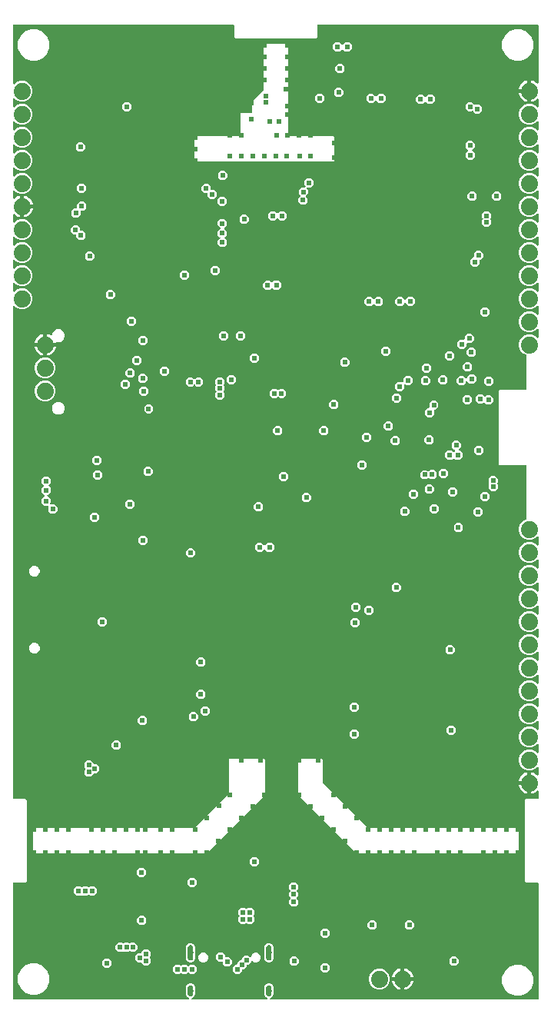
<source format=gbr>
G04 EAGLE Gerber RS-274X export*
G75*
%MOMM*%
%FSLAX34Y34*%
%LPD*%
%INCopper Layer 2*%
%IPPOS*%
%AMOC8*
5,1,8,0,0,1.08239X$1,22.5*%
G01*
%ADD10C,0.660000*%
%ADD11C,1.879600*%
%ADD12C,0.609600*%

G36*
X195933Y2779D02*
X195933Y2779D01*
X196047Y2789D01*
X196073Y2799D01*
X196101Y2803D01*
X196205Y2849D01*
X196312Y2890D01*
X196335Y2907D01*
X196360Y2919D01*
X196447Y2993D01*
X196539Y3062D01*
X196556Y3084D01*
X196577Y3102D01*
X196641Y3198D01*
X196709Y3290D01*
X196719Y3316D01*
X196735Y3339D01*
X196769Y3449D01*
X196810Y3556D01*
X196812Y3583D01*
X196820Y3610D01*
X196823Y3724D01*
X196833Y3839D01*
X196827Y3866D01*
X196828Y3894D01*
X196799Y4005D01*
X196776Y4117D01*
X196764Y4140D01*
X196756Y4169D01*
X196622Y4395D01*
X196613Y4411D01*
X196487Y4569D01*
X196485Y4571D01*
X196484Y4573D01*
X196468Y4587D01*
X196280Y4765D01*
X196252Y4779D01*
X196233Y4796D01*
X196039Y4918D01*
X195903Y4979D01*
X195834Y5016D01*
X195619Y5092D01*
X195617Y5092D01*
X195615Y5093D01*
X195594Y5097D01*
X195386Y5138D01*
X195366Y5153D01*
X195272Y5293D01*
X195248Y5313D01*
X195233Y5334D01*
X195072Y5496D01*
X194961Y5579D01*
X194913Y5624D01*
X194905Y5628D01*
X194894Y5637D01*
X194701Y5759D01*
X194699Y5760D01*
X194697Y5761D01*
X194678Y5769D01*
X194483Y5856D01*
X194468Y5875D01*
X194408Y6032D01*
X194389Y6057D01*
X194379Y6081D01*
X194257Y6274D01*
X194161Y6388D01*
X194115Y6452D01*
X193954Y6614D01*
X193952Y6615D01*
X193951Y6617D01*
X193934Y6628D01*
X193764Y6757D01*
X193753Y6778D01*
X193729Y6945D01*
X193716Y6974D01*
X193712Y6999D01*
X193636Y7214D01*
X193568Y7347D01*
X193538Y7419D01*
X193416Y7613D01*
X193415Y7615D01*
X193414Y7617D01*
X193400Y7632D01*
X193263Y7795D01*
X193256Y7818D01*
X193271Y7986D01*
X193264Y8017D01*
X193266Y8043D01*
X193245Y8225D01*
X193238Y8255D01*
X193237Y8285D01*
X193202Y8392D01*
X193174Y8500D01*
X193159Y8527D01*
X193149Y8556D01*
X193104Y8620D01*
X193102Y8623D01*
X193074Y8816D01*
X193062Y8844D01*
X193057Y8869D01*
X193025Y8963D01*
X193046Y9029D01*
X193087Y9138D01*
X193088Y9161D01*
X193097Y9189D01*
X193104Y9468D01*
X193105Y9473D01*
X193028Y10153D01*
X193037Y10169D01*
X193045Y10199D01*
X193059Y10226D01*
X193072Y10303D01*
X193079Y10330D01*
X193090Y10360D01*
X193091Y10379D01*
X193108Y10444D01*
X193106Y10508D01*
X193114Y10557D01*
X193114Y10582D01*
X193110Y10612D01*
X193112Y10643D01*
X193101Y10694D01*
X193100Y10728D01*
X193089Y10763D01*
X193074Y10863D01*
X193048Y10922D01*
X193037Y10970D01*
X192819Y11496D01*
X192819Y13604D01*
X193037Y14130D01*
X193045Y14160D01*
X193059Y14187D01*
X193072Y14265D01*
X193108Y14405D01*
X193106Y14470D01*
X193114Y14518D01*
X193114Y14643D01*
X193110Y14673D01*
X193112Y14704D01*
X193090Y14814D01*
X193074Y14924D01*
X193062Y14952D01*
X193056Y14982D01*
X193027Y15035D01*
X193105Y15727D01*
X193101Y15843D01*
X193104Y15959D01*
X193097Y15982D01*
X193097Y16011D01*
X193025Y16237D01*
X193057Y16331D01*
X193058Y16333D01*
X193059Y16335D01*
X193062Y16355D01*
X193105Y16571D01*
X193125Y16598D01*
X193136Y16626D01*
X193153Y16652D01*
X193175Y16728D01*
X193226Y16863D01*
X193232Y16927D01*
X193245Y16975D01*
X193266Y17157D01*
X193266Y17160D01*
X193266Y17162D01*
X193265Y17183D01*
X193259Y17395D01*
X193269Y17418D01*
X193385Y17540D01*
X193399Y17568D01*
X193416Y17587D01*
X193538Y17781D01*
X193599Y17917D01*
X193636Y17986D01*
X193712Y18201D01*
X193712Y18203D01*
X193713Y18205D01*
X193717Y18226D01*
X193758Y18434D01*
X193773Y18454D01*
X193913Y18548D01*
X193933Y18572D01*
X193954Y18586D01*
X194115Y18748D01*
X194205Y18867D01*
X194257Y18926D01*
X194379Y19119D01*
X194380Y19121D01*
X194381Y19123D01*
X194389Y19142D01*
X194476Y19337D01*
X194495Y19352D01*
X194652Y19412D01*
X194677Y19431D01*
X194701Y19441D01*
X194894Y19563D01*
X195008Y19659D01*
X195072Y19705D01*
X195234Y19866D01*
X195235Y19868D01*
X195237Y19869D01*
X195249Y19887D01*
X195377Y20056D01*
X195398Y20067D01*
X195565Y20091D01*
X195594Y20104D01*
X195619Y20108D01*
X195834Y20184D01*
X195967Y20252D01*
X196039Y20282D01*
X196233Y20404D01*
X196235Y20405D01*
X196237Y20406D01*
X196252Y20420D01*
X196415Y20557D01*
X196438Y20564D01*
X196606Y20549D01*
X196637Y20556D01*
X196663Y20554D01*
X196890Y20580D01*
X197034Y20617D01*
X197111Y20630D01*
X197327Y20706D01*
X197329Y20707D01*
X197331Y20707D01*
X197348Y20717D01*
X197538Y20815D01*
X197563Y20816D01*
X197723Y20765D01*
X197755Y20764D01*
X197779Y20757D01*
X198006Y20731D01*
X198156Y20735D01*
X198234Y20731D01*
X198461Y20757D01*
X198463Y20757D01*
X198465Y20757D01*
X198484Y20763D01*
X198691Y20816D01*
X198715Y20812D01*
X198860Y20726D01*
X198891Y20718D01*
X198913Y20706D01*
X199129Y20630D01*
X199275Y20601D01*
X199350Y20580D01*
X199577Y20554D01*
X199580Y20554D01*
X199582Y20554D01*
X199603Y20555D01*
X199815Y20561D01*
X199838Y20551D01*
X199960Y20435D01*
X199988Y20421D01*
X200007Y20404D01*
X200201Y20282D01*
X200337Y20221D01*
X200406Y20184D01*
X200621Y20108D01*
X200623Y20108D01*
X200625Y20107D01*
X200646Y20103D01*
X200855Y20062D01*
X200874Y20047D01*
X200968Y19907D01*
X200992Y19887D01*
X201006Y19866D01*
X201168Y19705D01*
X201287Y19615D01*
X201346Y19563D01*
X201539Y19441D01*
X201541Y19440D01*
X201543Y19439D01*
X201562Y19431D01*
X201757Y19344D01*
X201772Y19325D01*
X201832Y19168D01*
X201851Y19143D01*
X201861Y19119D01*
X201983Y18926D01*
X202079Y18812D01*
X202125Y18748D01*
X202286Y18586D01*
X202288Y18585D01*
X202289Y18583D01*
X202307Y18571D01*
X202476Y18443D01*
X202487Y18422D01*
X202511Y18255D01*
X202524Y18226D01*
X202528Y18201D01*
X202604Y17986D01*
X202672Y17853D01*
X202702Y17781D01*
X202824Y17587D01*
X202825Y17585D01*
X202826Y17583D01*
X202840Y17568D01*
X202977Y17405D01*
X202984Y17382D01*
X202969Y17214D01*
X202976Y17183D01*
X202974Y17157D01*
X202995Y16975D01*
X203002Y16945D01*
X203003Y16915D01*
X203038Y16808D01*
X203066Y16700D01*
X203081Y16673D01*
X203091Y16644D01*
X203136Y16580D01*
X203138Y16577D01*
X203166Y16384D01*
X203178Y16356D01*
X203183Y16331D01*
X203215Y16237D01*
X203194Y16171D01*
X203153Y16063D01*
X203152Y16039D01*
X203143Y16011D01*
X203136Y15732D01*
X203135Y15727D01*
X203212Y15047D01*
X203203Y15031D01*
X203195Y15001D01*
X203181Y14974D01*
X203168Y14897D01*
X203132Y14756D01*
X203134Y14692D01*
X203126Y14643D01*
X203126Y14518D01*
X203130Y14488D01*
X203128Y14457D01*
X203145Y14381D01*
X203166Y14237D01*
X203192Y14178D01*
X203203Y14130D01*
X203421Y13604D01*
X203421Y11496D01*
X203203Y10970D01*
X203195Y10940D01*
X203181Y10913D01*
X203168Y10835D01*
X203161Y10809D01*
X203150Y10779D01*
X203149Y10760D01*
X203132Y10695D01*
X203134Y10630D01*
X203126Y10582D01*
X203126Y10557D01*
X203130Y10527D01*
X203128Y10496D01*
X203139Y10438D01*
X203140Y10411D01*
X203151Y10376D01*
X203166Y10276D01*
X203178Y10248D01*
X203184Y10218D01*
X203213Y10165D01*
X203135Y9473D01*
X203139Y9357D01*
X203136Y9241D01*
X203143Y9218D01*
X203143Y9189D01*
X203215Y8963D01*
X203183Y8869D01*
X203182Y8867D01*
X203181Y8865D01*
X203178Y8845D01*
X203135Y8629D01*
X203115Y8602D01*
X203104Y8573D01*
X203087Y8548D01*
X203065Y8472D01*
X203014Y8336D01*
X203008Y8273D01*
X202995Y8225D01*
X202974Y8043D01*
X202974Y8040D01*
X202974Y8038D01*
X202975Y8017D01*
X202981Y7805D01*
X202971Y7782D01*
X202855Y7660D01*
X202841Y7632D01*
X202824Y7613D01*
X202702Y7419D01*
X202643Y7286D01*
X202627Y7263D01*
X202623Y7249D01*
X202604Y7214D01*
X202528Y6999D01*
X202528Y6997D01*
X202527Y6995D01*
X202523Y6975D01*
X202482Y6766D01*
X202467Y6746D01*
X202327Y6652D01*
X202307Y6628D01*
X202286Y6614D01*
X202125Y6452D01*
X202035Y6333D01*
X201983Y6274D01*
X201861Y6081D01*
X201860Y6079D01*
X201859Y6077D01*
X201851Y6058D01*
X201764Y5864D01*
X201745Y5848D01*
X201588Y5788D01*
X201563Y5769D01*
X201539Y5759D01*
X201346Y5637D01*
X201232Y5541D01*
X201168Y5495D01*
X201006Y5334D01*
X201005Y5332D01*
X201003Y5331D01*
X200991Y5313D01*
X200863Y5144D01*
X200842Y5133D01*
X200675Y5109D01*
X200646Y5096D01*
X200621Y5092D01*
X200406Y5016D01*
X200273Y4948D01*
X200201Y4918D01*
X200007Y4796D01*
X200005Y4795D01*
X200003Y4794D01*
X199988Y4780D01*
X199790Y4613D01*
X199773Y4587D01*
X199754Y4570D01*
X199627Y4411D01*
X199569Y4312D01*
X199505Y4217D01*
X199497Y4190D01*
X199483Y4166D01*
X199454Y4055D01*
X199420Y3946D01*
X199419Y3918D01*
X199412Y3891D01*
X199415Y3776D01*
X199412Y3662D01*
X199419Y3635D01*
X199420Y3607D01*
X199455Y3497D01*
X199484Y3387D01*
X199498Y3363D01*
X199507Y3336D01*
X199571Y3241D01*
X199629Y3142D01*
X199650Y3123D01*
X199665Y3100D01*
X199753Y3026D01*
X199837Y2948D01*
X199862Y2935D01*
X199883Y2917D01*
X199988Y2870D01*
X200090Y2818D01*
X200115Y2814D01*
X200143Y2802D01*
X200405Y2765D01*
X200421Y2763D01*
X282179Y2763D01*
X282293Y2779D01*
X282407Y2789D01*
X282433Y2799D01*
X282461Y2803D01*
X282565Y2849D01*
X282672Y2891D01*
X282695Y2907D01*
X282720Y2919D01*
X282808Y2993D01*
X282899Y3062D01*
X282916Y3084D01*
X282937Y3102D01*
X283001Y3198D01*
X283069Y3290D01*
X283079Y3316D01*
X283095Y3339D01*
X283129Y3448D01*
X283170Y3556D01*
X283172Y3583D01*
X283180Y3610D01*
X283183Y3725D01*
X283193Y3839D01*
X283187Y3866D01*
X283188Y3894D01*
X283159Y4005D01*
X283136Y4118D01*
X283124Y4140D01*
X283116Y4169D01*
X282981Y4396D01*
X282973Y4411D01*
X282846Y4570D01*
X282845Y4571D01*
X282844Y4573D01*
X282828Y4587D01*
X282640Y4765D01*
X282612Y4779D01*
X282593Y4796D01*
X282399Y4918D01*
X282263Y4979D01*
X282194Y5016D01*
X281979Y5092D01*
X281977Y5092D01*
X281975Y5093D01*
X281954Y5097D01*
X281746Y5138D01*
X281726Y5153D01*
X281632Y5293D01*
X281608Y5313D01*
X281594Y5334D01*
X281432Y5495D01*
X281321Y5579D01*
X281273Y5624D01*
X281265Y5628D01*
X281254Y5637D01*
X281061Y5759D01*
X281059Y5760D01*
X281057Y5761D01*
X281038Y5769D01*
X280843Y5856D01*
X280828Y5875D01*
X280768Y6032D01*
X280749Y6057D01*
X280739Y6081D01*
X280617Y6274D01*
X280521Y6388D01*
X280475Y6452D01*
X280314Y6614D01*
X280312Y6615D01*
X280311Y6617D01*
X280293Y6629D01*
X280124Y6757D01*
X280113Y6778D01*
X280089Y6945D01*
X280076Y6974D01*
X280072Y6999D01*
X279996Y7214D01*
X279928Y7347D01*
X279898Y7419D01*
X279776Y7613D01*
X279775Y7615D01*
X279774Y7617D01*
X279760Y7632D01*
X279623Y7795D01*
X279616Y7818D01*
X279631Y7986D01*
X279624Y8017D01*
X279626Y8043D01*
X279605Y8225D01*
X279598Y8255D01*
X279597Y8286D01*
X279562Y8392D01*
X279534Y8500D01*
X279518Y8527D01*
X279509Y8556D01*
X279463Y8620D01*
X279462Y8623D01*
X279434Y8816D01*
X279422Y8844D01*
X279417Y8869D01*
X279385Y8963D01*
X279406Y9029D01*
X279447Y9137D01*
X279448Y9161D01*
X279457Y9189D01*
X279464Y9468D01*
X279465Y9473D01*
X279388Y10153D01*
X279397Y10169D01*
X279405Y10199D01*
X279419Y10226D01*
X279432Y10303D01*
X279439Y10330D01*
X279450Y10360D01*
X279451Y10379D01*
X279468Y10444D01*
X279466Y10508D01*
X279474Y10557D01*
X279474Y10582D01*
X279470Y10612D01*
X279472Y10643D01*
X279461Y10694D01*
X279460Y10728D01*
X279449Y10763D01*
X279434Y10863D01*
X279408Y10922D01*
X279397Y10970D01*
X279179Y11496D01*
X279179Y13604D01*
X279397Y14130D01*
X279405Y14160D01*
X279419Y14187D01*
X279432Y14265D01*
X279468Y14405D01*
X279466Y14470D01*
X279474Y14518D01*
X279474Y14643D01*
X279470Y14673D01*
X279472Y14704D01*
X279450Y14814D01*
X279434Y14924D01*
X279422Y14952D01*
X279416Y14982D01*
X279387Y15035D01*
X279465Y15727D01*
X279461Y15843D01*
X279464Y15959D01*
X279457Y15982D01*
X279457Y16011D01*
X279385Y16237D01*
X279417Y16331D01*
X279418Y16333D01*
X279419Y16335D01*
X279422Y16355D01*
X279465Y16571D01*
X279485Y16598D01*
X279496Y16626D01*
X279513Y16652D01*
X279535Y16728D01*
X279586Y16863D01*
X279592Y16927D01*
X279605Y16975D01*
X279626Y17157D01*
X279626Y17160D01*
X279626Y17162D01*
X279625Y17183D01*
X279619Y17395D01*
X279629Y17418D01*
X279745Y17540D01*
X279759Y17568D01*
X279776Y17587D01*
X279898Y17781D01*
X279959Y17917D01*
X279996Y17986D01*
X280072Y18201D01*
X280072Y18203D01*
X280073Y18205D01*
X280077Y18226D01*
X280118Y18435D01*
X280133Y18454D01*
X280273Y18548D01*
X280293Y18572D01*
X280314Y18586D01*
X280475Y18748D01*
X280565Y18867D01*
X280617Y18926D01*
X280739Y19119D01*
X280740Y19121D01*
X280741Y19123D01*
X280749Y19142D01*
X280836Y19337D01*
X280855Y19352D01*
X281012Y19412D01*
X281037Y19431D01*
X281061Y19441D01*
X281254Y19563D01*
X281368Y19659D01*
X281432Y19705D01*
X281594Y19866D01*
X281595Y19868D01*
X281597Y19869D01*
X281609Y19887D01*
X281737Y20056D01*
X281758Y20067D01*
X281925Y20091D01*
X281954Y20104D01*
X281979Y20108D01*
X282194Y20184D01*
X282327Y20252D01*
X282399Y20282D01*
X282593Y20404D01*
X282595Y20405D01*
X282597Y20406D01*
X282612Y20420D01*
X282775Y20557D01*
X282798Y20564D01*
X282966Y20549D01*
X282997Y20556D01*
X283023Y20554D01*
X283250Y20580D01*
X283394Y20617D01*
X283471Y20630D01*
X283687Y20706D01*
X283689Y20707D01*
X283691Y20707D01*
X283708Y20717D01*
X283898Y20815D01*
X283923Y20816D01*
X284083Y20765D01*
X284115Y20764D01*
X284139Y20757D01*
X284366Y20731D01*
X284516Y20735D01*
X284594Y20731D01*
X284821Y20757D01*
X284823Y20757D01*
X284825Y20757D01*
X284844Y20763D01*
X285051Y20816D01*
X285075Y20812D01*
X285220Y20726D01*
X285251Y20718D01*
X285273Y20706D01*
X285489Y20630D01*
X285635Y20601D01*
X285710Y20580D01*
X285937Y20554D01*
X285940Y20554D01*
X285942Y20554D01*
X285963Y20555D01*
X286175Y20561D01*
X286198Y20551D01*
X286320Y20435D01*
X286348Y20421D01*
X286367Y20404D01*
X286561Y20282D01*
X286697Y20221D01*
X286766Y20184D01*
X286981Y20108D01*
X286983Y20108D01*
X286985Y20107D01*
X287006Y20103D01*
X287215Y20062D01*
X287234Y20047D01*
X287328Y19907D01*
X287352Y19887D01*
X287366Y19866D01*
X287528Y19705D01*
X287647Y19615D01*
X287706Y19563D01*
X287899Y19441D01*
X287901Y19440D01*
X287903Y19439D01*
X287922Y19431D01*
X288117Y19344D01*
X288132Y19325D01*
X288192Y19168D01*
X288211Y19143D01*
X288221Y19119D01*
X288343Y18926D01*
X288439Y18812D01*
X288485Y18748D01*
X288646Y18586D01*
X288648Y18585D01*
X288649Y18583D01*
X288667Y18571D01*
X288836Y18443D01*
X288847Y18422D01*
X288871Y18255D01*
X288884Y18226D01*
X288888Y18201D01*
X288964Y17986D01*
X289032Y17853D01*
X289062Y17781D01*
X289184Y17587D01*
X289185Y17585D01*
X289186Y17583D01*
X289200Y17568D01*
X289337Y17405D01*
X289344Y17382D01*
X289329Y17214D01*
X289336Y17183D01*
X289334Y17157D01*
X289355Y16975D01*
X289362Y16945D01*
X289363Y16915D01*
X289398Y16808D01*
X289426Y16700D01*
X289441Y16673D01*
X289451Y16644D01*
X289496Y16580D01*
X289498Y16577D01*
X289526Y16384D01*
X289538Y16356D01*
X289543Y16331D01*
X289575Y16237D01*
X289554Y16171D01*
X289513Y16063D01*
X289512Y16039D01*
X289503Y16011D01*
X289496Y15732D01*
X289495Y15727D01*
X289572Y15047D01*
X289563Y15031D01*
X289555Y15001D01*
X289541Y14974D01*
X289528Y14897D01*
X289492Y14756D01*
X289494Y14692D01*
X289486Y14643D01*
X289486Y14518D01*
X289490Y14488D01*
X289488Y14457D01*
X289505Y14381D01*
X289526Y14237D01*
X289552Y14178D01*
X289563Y14130D01*
X289781Y13604D01*
X289781Y11496D01*
X289563Y10970D01*
X289555Y10940D01*
X289541Y10913D01*
X289528Y10835D01*
X289521Y10809D01*
X289510Y10779D01*
X289509Y10760D01*
X289492Y10695D01*
X289494Y10630D01*
X289486Y10582D01*
X289486Y10557D01*
X289490Y10527D01*
X289488Y10496D01*
X289499Y10438D01*
X289500Y10411D01*
X289511Y10376D01*
X289526Y10276D01*
X289538Y10248D01*
X289544Y10218D01*
X289573Y10165D01*
X289495Y9473D01*
X289499Y9357D01*
X289496Y9241D01*
X289503Y9218D01*
X289503Y9189D01*
X289575Y8963D01*
X289543Y8870D01*
X289542Y8867D01*
X289541Y8865D01*
X289538Y8845D01*
X289495Y8629D01*
X289475Y8602D01*
X289464Y8573D01*
X289447Y8548D01*
X289425Y8472D01*
X289374Y8336D01*
X289368Y8273D01*
X289355Y8225D01*
X289334Y8043D01*
X289334Y8040D01*
X289334Y8038D01*
X289335Y8017D01*
X289341Y7805D01*
X289331Y7782D01*
X289215Y7660D01*
X289201Y7632D01*
X289184Y7613D01*
X289062Y7419D01*
X289003Y7286D01*
X288987Y7263D01*
X288983Y7249D01*
X288964Y7214D01*
X288888Y6999D01*
X288888Y6997D01*
X288887Y6995D01*
X288883Y6974D01*
X288842Y6766D01*
X288827Y6746D01*
X288687Y6652D01*
X288667Y6628D01*
X288646Y6613D01*
X288484Y6452D01*
X288395Y6333D01*
X288343Y6274D01*
X288221Y6081D01*
X288220Y6079D01*
X288219Y6077D01*
X288211Y6058D01*
X288124Y5863D01*
X288105Y5848D01*
X287948Y5788D01*
X287923Y5769D01*
X287899Y5759D01*
X287730Y5652D01*
X287706Y5637D01*
X287592Y5541D01*
X287528Y5495D01*
X287366Y5334D01*
X287365Y5332D01*
X287363Y5331D01*
X287352Y5314D01*
X287223Y5144D01*
X287202Y5133D01*
X287035Y5109D01*
X287006Y5096D01*
X286981Y5092D01*
X286766Y5016D01*
X286633Y4948D01*
X286561Y4918D01*
X286367Y4796D01*
X286365Y4795D01*
X286363Y4794D01*
X286348Y4780D01*
X286150Y4613D01*
X286133Y4587D01*
X286114Y4570D01*
X285987Y4411D01*
X285929Y4312D01*
X285865Y4217D01*
X285857Y4190D01*
X285843Y4166D01*
X285814Y4055D01*
X285780Y3946D01*
X285779Y3918D01*
X285772Y3891D01*
X285775Y3776D01*
X285772Y3662D01*
X285779Y3635D01*
X285780Y3607D01*
X285815Y3497D01*
X285844Y3387D01*
X285858Y3363D01*
X285867Y3336D01*
X285931Y3241D01*
X285989Y3142D01*
X286010Y3123D01*
X286025Y3100D01*
X286113Y3026D01*
X286197Y2948D01*
X286222Y2935D01*
X286243Y2917D01*
X286348Y2870D01*
X286450Y2818D01*
X286475Y2814D01*
X286503Y2802D01*
X286765Y2765D01*
X286781Y2763D01*
X580422Y2763D01*
X580480Y2771D01*
X580538Y2769D01*
X580620Y2791D01*
X580704Y2803D01*
X580757Y2826D01*
X580813Y2841D01*
X580886Y2884D01*
X580963Y2919D01*
X581008Y2957D01*
X581058Y2986D01*
X581116Y3048D01*
X581180Y3102D01*
X581212Y3151D01*
X581252Y3194D01*
X581291Y3269D01*
X581338Y3339D01*
X581355Y3395D01*
X581382Y3447D01*
X581393Y3515D01*
X581423Y3610D01*
X581426Y3710D01*
X581437Y3778D01*
X581437Y130842D01*
X581429Y130900D01*
X581431Y130958D01*
X581409Y131040D01*
X581397Y131124D01*
X581374Y131177D01*
X581359Y131233D01*
X581316Y131306D01*
X581281Y131383D01*
X581243Y131428D01*
X581214Y131478D01*
X581152Y131536D01*
X581098Y131600D01*
X581049Y131632D01*
X581006Y131672D01*
X580931Y131711D01*
X580861Y131758D01*
X580805Y131775D01*
X580753Y131802D01*
X580685Y131813D01*
X580590Y131843D01*
X580490Y131846D01*
X580422Y131857D01*
X567816Y131857D01*
X566197Y133476D01*
X566197Y222124D01*
X567816Y223743D01*
X580422Y223743D01*
X580480Y223751D01*
X580538Y223749D01*
X580620Y223771D01*
X580704Y223783D01*
X580757Y223806D01*
X580813Y223821D01*
X580886Y223864D01*
X580963Y223899D01*
X581008Y223937D01*
X581058Y223966D01*
X581116Y224028D01*
X581180Y224082D01*
X581212Y224131D01*
X581252Y224174D01*
X581291Y224249D01*
X581338Y224319D01*
X581355Y224375D01*
X581382Y224427D01*
X581393Y224495D01*
X581423Y224590D01*
X581426Y224690D01*
X581437Y224758D01*
X581437Y231902D01*
X581433Y231931D01*
X581436Y231961D01*
X581413Y232072D01*
X581397Y232184D01*
X581385Y232211D01*
X581380Y232239D01*
X581327Y232340D01*
X581281Y232443D01*
X581262Y232466D01*
X581249Y232492D01*
X581171Y232574D01*
X581098Y232660D01*
X581073Y232677D01*
X581053Y232698D01*
X580955Y232755D01*
X580861Y232818D01*
X580833Y232827D01*
X580808Y232842D01*
X580698Y232869D01*
X580590Y232904D01*
X580560Y232904D01*
X580532Y232912D01*
X580419Y232908D01*
X580306Y232911D01*
X580277Y232904D01*
X580248Y232903D01*
X580140Y232868D01*
X580031Y232839D01*
X580005Y232824D01*
X579977Y232815D01*
X579913Y232769D01*
X579786Y232694D01*
X579743Y232648D01*
X579704Y232620D01*
X579278Y232194D01*
X577757Y231089D01*
X576083Y230236D01*
X574296Y229655D01*
X573531Y229534D01*
X573531Y240284D01*
X573523Y240342D01*
X573525Y240400D01*
X573503Y240482D01*
X573491Y240565D01*
X573467Y240619D01*
X573453Y240675D01*
X573410Y240748D01*
X573375Y240825D01*
X573337Y240869D01*
X573307Y240920D01*
X573246Y240977D01*
X573191Y241042D01*
X573143Y241074D01*
X573100Y241114D01*
X573025Y241153D01*
X572955Y241199D01*
X572899Y241217D01*
X572847Y241244D01*
X572779Y241255D01*
X572684Y241285D01*
X572584Y241288D01*
X572516Y241299D01*
X571499Y241299D01*
X571499Y241301D01*
X572516Y241301D01*
X572574Y241309D01*
X572632Y241308D01*
X572714Y241329D01*
X572797Y241341D01*
X572851Y241365D01*
X572907Y241379D01*
X572980Y241422D01*
X573057Y241457D01*
X573102Y241495D01*
X573152Y241525D01*
X573210Y241586D01*
X573274Y241641D01*
X573306Y241689D01*
X573346Y241732D01*
X573385Y241807D01*
X573431Y241877D01*
X573449Y241933D01*
X573476Y241985D01*
X573487Y242053D01*
X573517Y242148D01*
X573520Y242248D01*
X573531Y242316D01*
X573531Y253066D01*
X574296Y252945D01*
X576083Y252364D01*
X577757Y251511D01*
X579278Y250406D01*
X579704Y249980D01*
X579728Y249962D01*
X579747Y249940D01*
X579841Y249877D01*
X579931Y249809D01*
X579959Y249798D01*
X579983Y249782D01*
X580091Y249748D01*
X580197Y249708D01*
X580226Y249705D01*
X580254Y249696D01*
X580367Y249693D01*
X580480Y249684D01*
X580509Y249690D01*
X580538Y249689D01*
X580648Y249718D01*
X580759Y249740D01*
X580785Y249753D01*
X580813Y249761D01*
X580911Y249819D01*
X581011Y249871D01*
X581033Y249891D01*
X581058Y249906D01*
X581135Y249989D01*
X581217Y250067D01*
X581232Y250092D01*
X581252Y250113D01*
X581304Y250214D01*
X581361Y250312D01*
X581368Y250340D01*
X581382Y250367D01*
X581395Y250444D01*
X581431Y250588D01*
X581429Y250650D01*
X581437Y250698D01*
X581437Y258066D01*
X581433Y258095D01*
X581436Y258124D01*
X581413Y258235D01*
X581397Y258348D01*
X581385Y258374D01*
X581380Y258403D01*
X581327Y258504D01*
X581281Y258607D01*
X581262Y258629D01*
X581249Y258655D01*
X581171Y258738D01*
X581098Y258824D01*
X581073Y258840D01*
X581053Y258861D01*
X580955Y258919D01*
X580861Y258982D01*
X580833Y258990D01*
X580808Y259005D01*
X580698Y259033D01*
X580590Y259067D01*
X580560Y259068D01*
X580532Y259075D01*
X580419Y259072D01*
X580306Y259075D01*
X580277Y259067D01*
X580248Y259066D01*
X580140Y259031D01*
X580031Y259003D01*
X580005Y258988D01*
X579977Y258979D01*
X579914Y258933D01*
X579786Y258858D01*
X579743Y258812D01*
X579704Y258784D01*
X577957Y257037D01*
X573767Y255301D01*
X569233Y255301D01*
X565043Y257037D01*
X561837Y260243D01*
X560101Y264433D01*
X560101Y268967D01*
X561837Y273157D01*
X565043Y276363D01*
X569233Y278099D01*
X573767Y278099D01*
X577957Y276363D01*
X579704Y274616D01*
X579728Y274598D01*
X579747Y274576D01*
X579841Y274513D01*
X579931Y274445D01*
X579959Y274435D01*
X579983Y274418D01*
X580091Y274384D01*
X580197Y274344D01*
X580226Y274342D01*
X580254Y274333D01*
X580368Y274330D01*
X580480Y274320D01*
X580509Y274326D01*
X580538Y274325D01*
X580648Y274354D01*
X580759Y274376D01*
X580785Y274390D01*
X580813Y274397D01*
X580911Y274455D01*
X581011Y274507D01*
X581033Y274527D01*
X581058Y274542D01*
X581135Y274625D01*
X581217Y274703D01*
X581232Y274728D01*
X581252Y274750D01*
X581304Y274851D01*
X581361Y274948D01*
X581368Y274977D01*
X581382Y275003D01*
X581395Y275080D01*
X581431Y275224D01*
X581429Y275286D01*
X581437Y275334D01*
X581437Y283466D01*
X581433Y283495D01*
X581436Y283524D01*
X581413Y283635D01*
X581397Y283748D01*
X581385Y283774D01*
X581380Y283803D01*
X581327Y283904D01*
X581281Y284007D01*
X581262Y284029D01*
X581249Y284055D01*
X581171Y284138D01*
X581098Y284224D01*
X581073Y284240D01*
X581053Y284261D01*
X580955Y284319D01*
X580861Y284382D01*
X580833Y284390D01*
X580808Y284405D01*
X580698Y284433D01*
X580590Y284467D01*
X580560Y284468D01*
X580532Y284475D01*
X580419Y284472D01*
X580306Y284475D01*
X580277Y284467D01*
X580248Y284466D01*
X580140Y284431D01*
X580031Y284403D01*
X580005Y284388D01*
X579977Y284379D01*
X579914Y284333D01*
X579786Y284258D01*
X579743Y284212D01*
X579704Y284184D01*
X577957Y282437D01*
X573767Y280701D01*
X569233Y280701D01*
X565043Y282437D01*
X561837Y285643D01*
X560101Y289833D01*
X560101Y294367D01*
X561837Y298557D01*
X565043Y301763D01*
X569233Y303499D01*
X573767Y303499D01*
X577957Y301763D01*
X579704Y300016D01*
X579728Y299998D01*
X579747Y299976D01*
X579841Y299913D01*
X579931Y299845D01*
X579959Y299835D01*
X579983Y299818D01*
X580091Y299784D01*
X580197Y299744D01*
X580226Y299742D01*
X580254Y299733D01*
X580368Y299730D01*
X580480Y299720D01*
X580509Y299726D01*
X580538Y299725D01*
X580648Y299754D01*
X580759Y299776D01*
X580785Y299790D01*
X580813Y299797D01*
X580911Y299855D01*
X581011Y299907D01*
X581033Y299927D01*
X581058Y299942D01*
X581135Y300025D01*
X581217Y300103D01*
X581232Y300128D01*
X581252Y300150D01*
X581304Y300251D01*
X581361Y300348D01*
X581368Y300377D01*
X581382Y300403D01*
X581395Y300480D01*
X581431Y300624D01*
X581429Y300686D01*
X581437Y300734D01*
X581437Y308866D01*
X581433Y308895D01*
X581436Y308924D01*
X581413Y309035D01*
X581397Y309148D01*
X581385Y309174D01*
X581380Y309203D01*
X581327Y309304D01*
X581281Y309407D01*
X581262Y309429D01*
X581249Y309455D01*
X581171Y309538D01*
X581098Y309624D01*
X581073Y309640D01*
X581053Y309661D01*
X580955Y309719D01*
X580861Y309782D01*
X580833Y309790D01*
X580808Y309805D01*
X580698Y309833D01*
X580590Y309867D01*
X580560Y309868D01*
X580532Y309875D01*
X580419Y309872D01*
X580306Y309875D01*
X580277Y309867D01*
X580248Y309866D01*
X580140Y309831D01*
X580031Y309803D01*
X580005Y309788D01*
X579977Y309779D01*
X579914Y309733D01*
X579786Y309658D01*
X579743Y309612D01*
X579704Y309584D01*
X577957Y307837D01*
X573767Y306101D01*
X569233Y306101D01*
X565043Y307837D01*
X561837Y311043D01*
X560101Y315233D01*
X560101Y319767D01*
X561837Y323957D01*
X565043Y327163D01*
X569233Y328899D01*
X573767Y328899D01*
X577957Y327163D01*
X579704Y325416D01*
X579728Y325398D01*
X579747Y325376D01*
X579841Y325313D01*
X579931Y325245D01*
X579959Y325235D01*
X579983Y325218D01*
X580091Y325184D01*
X580197Y325144D01*
X580226Y325142D01*
X580254Y325133D01*
X580368Y325130D01*
X580480Y325120D01*
X580509Y325126D01*
X580538Y325125D01*
X580648Y325154D01*
X580759Y325176D01*
X580785Y325190D01*
X580813Y325197D01*
X580911Y325255D01*
X581011Y325307D01*
X581033Y325327D01*
X581058Y325342D01*
X581135Y325425D01*
X581217Y325503D01*
X581232Y325528D01*
X581252Y325550D01*
X581304Y325651D01*
X581361Y325748D01*
X581368Y325777D01*
X581382Y325803D01*
X581395Y325880D01*
X581431Y326024D01*
X581429Y326086D01*
X581437Y326134D01*
X581437Y334266D01*
X581433Y334295D01*
X581436Y334324D01*
X581413Y334435D01*
X581397Y334548D01*
X581385Y334574D01*
X581380Y334603D01*
X581327Y334704D01*
X581281Y334807D01*
X581262Y334829D01*
X581249Y334855D01*
X581171Y334938D01*
X581098Y335024D01*
X581073Y335040D01*
X581053Y335061D01*
X580955Y335119D01*
X580861Y335182D01*
X580833Y335190D01*
X580808Y335205D01*
X580698Y335233D01*
X580590Y335267D01*
X580560Y335268D01*
X580532Y335275D01*
X580419Y335272D01*
X580306Y335275D01*
X580277Y335267D01*
X580248Y335266D01*
X580140Y335231D01*
X580031Y335203D01*
X580005Y335188D01*
X579977Y335179D01*
X579914Y335133D01*
X579786Y335058D01*
X579743Y335012D01*
X579704Y334984D01*
X577957Y333237D01*
X573767Y331501D01*
X569233Y331501D01*
X565043Y333237D01*
X561837Y336443D01*
X560101Y340633D01*
X560101Y345167D01*
X561837Y349357D01*
X565043Y352563D01*
X569233Y354299D01*
X573767Y354299D01*
X577957Y352563D01*
X579704Y350816D01*
X579728Y350798D01*
X579747Y350776D01*
X579841Y350713D01*
X579931Y350645D01*
X579959Y350635D01*
X579983Y350618D01*
X580091Y350584D01*
X580197Y350544D01*
X580226Y350542D01*
X580254Y350533D01*
X580368Y350530D01*
X580480Y350520D01*
X580509Y350526D01*
X580538Y350525D01*
X580648Y350554D01*
X580759Y350576D01*
X580785Y350590D01*
X580813Y350597D01*
X580911Y350655D01*
X581011Y350707D01*
X581033Y350727D01*
X581058Y350742D01*
X581135Y350825D01*
X581217Y350903D01*
X581232Y350928D01*
X581252Y350950D01*
X581304Y351051D01*
X581361Y351148D01*
X581368Y351177D01*
X581382Y351203D01*
X581395Y351280D01*
X581431Y351424D01*
X581429Y351486D01*
X581437Y351534D01*
X581437Y359666D01*
X581433Y359695D01*
X581436Y359724D01*
X581413Y359835D01*
X581397Y359948D01*
X581385Y359974D01*
X581380Y360003D01*
X581327Y360104D01*
X581281Y360207D01*
X581262Y360229D01*
X581249Y360255D01*
X581171Y360338D01*
X581098Y360424D01*
X581073Y360440D01*
X581053Y360461D01*
X580955Y360519D01*
X580861Y360582D01*
X580833Y360590D01*
X580808Y360605D01*
X580698Y360633D01*
X580590Y360667D01*
X580560Y360668D01*
X580532Y360675D01*
X580419Y360672D01*
X580306Y360675D01*
X580277Y360667D01*
X580248Y360666D01*
X580140Y360631D01*
X580031Y360603D01*
X580005Y360588D01*
X579977Y360579D01*
X579914Y360533D01*
X579786Y360458D01*
X579743Y360412D01*
X579704Y360384D01*
X577957Y358637D01*
X573767Y356901D01*
X569233Y356901D01*
X565043Y358637D01*
X561837Y361843D01*
X560101Y366033D01*
X560101Y370567D01*
X561837Y374757D01*
X565043Y377963D01*
X569233Y379699D01*
X573767Y379699D01*
X577957Y377963D01*
X579704Y376216D01*
X579728Y376198D01*
X579747Y376176D01*
X579841Y376113D01*
X579931Y376045D01*
X579959Y376035D01*
X579983Y376018D01*
X580091Y375984D01*
X580197Y375944D01*
X580226Y375942D01*
X580254Y375933D01*
X580368Y375930D01*
X580480Y375920D01*
X580509Y375926D01*
X580538Y375925D01*
X580648Y375954D01*
X580759Y375976D01*
X580785Y375990D01*
X580813Y375997D01*
X580911Y376055D01*
X581011Y376107D01*
X581033Y376127D01*
X581058Y376142D01*
X581135Y376225D01*
X581217Y376303D01*
X581232Y376328D01*
X581252Y376350D01*
X581304Y376451D01*
X581361Y376548D01*
X581368Y376577D01*
X581382Y376603D01*
X581395Y376680D01*
X581431Y376824D01*
X581429Y376886D01*
X581437Y376934D01*
X581437Y385066D01*
X581433Y385095D01*
X581436Y385124D01*
X581413Y385235D01*
X581397Y385348D01*
X581385Y385374D01*
X581380Y385403D01*
X581327Y385504D01*
X581281Y385607D01*
X581262Y385629D01*
X581249Y385655D01*
X581171Y385738D01*
X581098Y385824D01*
X581073Y385840D01*
X581053Y385861D01*
X580955Y385919D01*
X580861Y385982D01*
X580833Y385990D01*
X580808Y386005D01*
X580698Y386033D01*
X580590Y386067D01*
X580560Y386068D01*
X580532Y386075D01*
X580419Y386072D01*
X580306Y386075D01*
X580277Y386067D01*
X580248Y386066D01*
X580140Y386031D01*
X580031Y386003D01*
X580005Y385988D01*
X579977Y385979D01*
X579914Y385933D01*
X579786Y385858D01*
X579743Y385812D01*
X579704Y385784D01*
X577957Y384037D01*
X573767Y382301D01*
X569233Y382301D01*
X565043Y384037D01*
X561837Y387243D01*
X560101Y391433D01*
X560101Y395967D01*
X561837Y400157D01*
X565043Y403363D01*
X569233Y405099D01*
X573767Y405099D01*
X577957Y403363D01*
X579704Y401616D01*
X579728Y401598D01*
X579747Y401576D01*
X579841Y401513D01*
X579931Y401445D01*
X579959Y401435D01*
X579983Y401418D01*
X580091Y401384D01*
X580197Y401344D01*
X580226Y401342D01*
X580254Y401333D01*
X580368Y401330D01*
X580480Y401320D01*
X580509Y401326D01*
X580538Y401325D01*
X580648Y401354D01*
X580759Y401376D01*
X580785Y401390D01*
X580813Y401397D01*
X580911Y401455D01*
X581011Y401507D01*
X581033Y401527D01*
X581058Y401542D01*
X581135Y401625D01*
X581217Y401703D01*
X581232Y401728D01*
X581252Y401750D01*
X581304Y401851D01*
X581361Y401948D01*
X581368Y401977D01*
X581382Y402003D01*
X581395Y402080D01*
X581431Y402224D01*
X581429Y402286D01*
X581437Y402334D01*
X581437Y410466D01*
X581433Y410495D01*
X581436Y410524D01*
X581413Y410635D01*
X581397Y410748D01*
X581385Y410774D01*
X581380Y410803D01*
X581327Y410904D01*
X581281Y411007D01*
X581262Y411029D01*
X581249Y411055D01*
X581171Y411138D01*
X581098Y411224D01*
X581073Y411240D01*
X581053Y411261D01*
X580955Y411319D01*
X580861Y411382D01*
X580833Y411390D01*
X580808Y411405D01*
X580698Y411433D01*
X580590Y411467D01*
X580560Y411468D01*
X580532Y411475D01*
X580419Y411472D01*
X580306Y411475D01*
X580277Y411467D01*
X580248Y411466D01*
X580140Y411431D01*
X580031Y411403D01*
X580005Y411388D01*
X579977Y411379D01*
X579914Y411333D01*
X579786Y411258D01*
X579743Y411212D01*
X579704Y411184D01*
X577957Y409437D01*
X573767Y407701D01*
X569233Y407701D01*
X565043Y409437D01*
X561837Y412643D01*
X560101Y416833D01*
X560101Y421367D01*
X561837Y425557D01*
X565043Y428763D01*
X569233Y430499D01*
X573767Y430499D01*
X577957Y428763D01*
X579704Y427016D01*
X579728Y426998D01*
X579747Y426976D01*
X579841Y426913D01*
X579931Y426845D01*
X579959Y426835D01*
X579983Y426818D01*
X580091Y426784D01*
X580197Y426744D01*
X580226Y426742D01*
X580254Y426733D01*
X580368Y426730D01*
X580480Y426720D01*
X580509Y426726D01*
X580538Y426725D01*
X580648Y426754D01*
X580759Y426776D01*
X580785Y426790D01*
X580813Y426797D01*
X580911Y426855D01*
X581011Y426907D01*
X581033Y426927D01*
X581058Y426942D01*
X581135Y427025D01*
X581217Y427103D01*
X581232Y427128D01*
X581252Y427150D01*
X581304Y427251D01*
X581361Y427348D01*
X581368Y427377D01*
X581382Y427403D01*
X581395Y427480D01*
X581431Y427624D01*
X581429Y427686D01*
X581437Y427734D01*
X581437Y435866D01*
X581433Y435895D01*
X581436Y435924D01*
X581413Y436035D01*
X581397Y436148D01*
X581385Y436174D01*
X581380Y436203D01*
X581327Y436304D01*
X581281Y436407D01*
X581262Y436429D01*
X581249Y436455D01*
X581171Y436538D01*
X581098Y436624D01*
X581073Y436640D01*
X581053Y436661D01*
X580955Y436719D01*
X580861Y436782D01*
X580833Y436790D01*
X580808Y436805D01*
X580698Y436833D01*
X580590Y436867D01*
X580560Y436868D01*
X580532Y436875D01*
X580419Y436872D01*
X580306Y436875D01*
X580277Y436867D01*
X580248Y436866D01*
X580140Y436831D01*
X580031Y436803D01*
X580005Y436788D01*
X579977Y436779D01*
X579914Y436733D01*
X579786Y436658D01*
X579743Y436612D01*
X579704Y436584D01*
X577957Y434837D01*
X573767Y433101D01*
X569233Y433101D01*
X565043Y434837D01*
X561837Y438043D01*
X560101Y442233D01*
X560101Y446767D01*
X561837Y450957D01*
X565043Y454163D01*
X569233Y455899D01*
X573767Y455899D01*
X577957Y454163D01*
X579704Y452416D01*
X579728Y452398D01*
X579747Y452376D01*
X579841Y452313D01*
X579931Y452245D01*
X579959Y452235D01*
X579983Y452218D01*
X580091Y452184D01*
X580197Y452144D01*
X580226Y452142D01*
X580254Y452133D01*
X580368Y452130D01*
X580480Y452120D01*
X580509Y452126D01*
X580538Y452125D01*
X580648Y452154D01*
X580759Y452176D01*
X580785Y452190D01*
X580813Y452197D01*
X580911Y452255D01*
X581011Y452307D01*
X581033Y452327D01*
X581058Y452342D01*
X581135Y452425D01*
X581217Y452503D01*
X581232Y452528D01*
X581252Y452550D01*
X581304Y452651D01*
X581361Y452748D01*
X581368Y452777D01*
X581382Y452803D01*
X581395Y452880D01*
X581431Y453024D01*
X581429Y453086D01*
X581437Y453134D01*
X581437Y461266D01*
X581433Y461295D01*
X581436Y461324D01*
X581413Y461435D01*
X581397Y461548D01*
X581385Y461574D01*
X581380Y461603D01*
X581327Y461704D01*
X581281Y461807D01*
X581262Y461829D01*
X581249Y461855D01*
X581171Y461938D01*
X581098Y462024D01*
X581073Y462040D01*
X581053Y462061D01*
X580955Y462119D01*
X580861Y462182D01*
X580833Y462190D01*
X580808Y462205D01*
X580698Y462233D01*
X580590Y462267D01*
X580560Y462268D01*
X580532Y462275D01*
X580419Y462272D01*
X580306Y462275D01*
X580277Y462267D01*
X580248Y462266D01*
X580140Y462231D01*
X580031Y462203D01*
X580005Y462188D01*
X579977Y462179D01*
X579914Y462133D01*
X579786Y462058D01*
X579743Y462012D01*
X579704Y461984D01*
X577957Y460237D01*
X573767Y458501D01*
X569233Y458501D01*
X565043Y460237D01*
X561837Y463443D01*
X560101Y467633D01*
X560101Y472167D01*
X561837Y476357D01*
X565043Y479563D01*
X569233Y481299D01*
X573767Y481299D01*
X577957Y479563D01*
X579704Y477816D01*
X579728Y477798D01*
X579747Y477776D01*
X579841Y477713D01*
X579931Y477645D01*
X579959Y477635D01*
X579983Y477618D01*
X580091Y477584D01*
X580197Y477544D01*
X580226Y477542D01*
X580254Y477533D01*
X580368Y477530D01*
X580480Y477520D01*
X580509Y477526D01*
X580538Y477525D01*
X580648Y477554D01*
X580759Y477576D01*
X580785Y477590D01*
X580813Y477597D01*
X580911Y477655D01*
X581011Y477707D01*
X581033Y477727D01*
X581058Y477742D01*
X581135Y477825D01*
X581217Y477903D01*
X581232Y477928D01*
X581252Y477950D01*
X581304Y478051D01*
X581361Y478148D01*
X581368Y478177D01*
X581382Y478203D01*
X581395Y478280D01*
X581431Y478424D01*
X581429Y478486D01*
X581437Y478534D01*
X581437Y486666D01*
X581433Y486695D01*
X581436Y486724D01*
X581413Y486835D01*
X581397Y486948D01*
X581385Y486974D01*
X581380Y487003D01*
X581327Y487104D01*
X581281Y487207D01*
X581262Y487229D01*
X581249Y487255D01*
X581171Y487338D01*
X581098Y487424D01*
X581073Y487440D01*
X581053Y487461D01*
X580955Y487519D01*
X580861Y487582D01*
X580833Y487590D01*
X580808Y487605D01*
X580698Y487633D01*
X580590Y487667D01*
X580560Y487668D01*
X580532Y487675D01*
X580419Y487672D01*
X580306Y487675D01*
X580277Y487667D01*
X580248Y487666D01*
X580140Y487631D01*
X580031Y487603D01*
X580005Y487588D01*
X579977Y487579D01*
X579914Y487533D01*
X579786Y487458D01*
X579743Y487412D01*
X579704Y487384D01*
X577957Y485637D01*
X573767Y483901D01*
X569233Y483901D01*
X565043Y485637D01*
X561837Y488843D01*
X560101Y493033D01*
X560101Y497567D01*
X561837Y501757D01*
X565043Y504963D01*
X569233Y506699D01*
X573767Y506699D01*
X577957Y504963D01*
X579704Y503216D01*
X579728Y503198D01*
X579747Y503176D01*
X579841Y503113D01*
X579931Y503045D01*
X579959Y503035D01*
X579983Y503018D01*
X580091Y502984D01*
X580197Y502944D01*
X580226Y502942D01*
X580254Y502933D01*
X580368Y502930D01*
X580480Y502920D01*
X580509Y502926D01*
X580538Y502925D01*
X580648Y502954D01*
X580759Y502976D01*
X580785Y502990D01*
X580813Y502997D01*
X580911Y503055D01*
X581011Y503107D01*
X581033Y503127D01*
X581058Y503142D01*
X581135Y503225D01*
X581217Y503303D01*
X581232Y503328D01*
X581252Y503350D01*
X581304Y503451D01*
X581361Y503548D01*
X581368Y503577D01*
X581382Y503603D01*
X581395Y503680D01*
X581431Y503824D01*
X581429Y503886D01*
X581437Y503934D01*
X581437Y512066D01*
X581433Y512095D01*
X581436Y512124D01*
X581413Y512235D01*
X581397Y512348D01*
X581385Y512374D01*
X581380Y512403D01*
X581327Y512504D01*
X581281Y512607D01*
X581262Y512629D01*
X581249Y512655D01*
X581171Y512738D01*
X581098Y512824D01*
X581073Y512840D01*
X581053Y512861D01*
X580955Y512919D01*
X580861Y512982D01*
X580833Y512990D01*
X580808Y513005D01*
X580698Y513033D01*
X580590Y513067D01*
X580560Y513068D01*
X580532Y513075D01*
X580419Y513072D01*
X580306Y513075D01*
X580277Y513067D01*
X580248Y513066D01*
X580140Y513031D01*
X580031Y513003D01*
X580005Y512988D01*
X579977Y512979D01*
X579914Y512933D01*
X579786Y512858D01*
X579743Y512812D01*
X579704Y512784D01*
X577957Y511037D01*
X573767Y509301D01*
X569233Y509301D01*
X565043Y511037D01*
X561837Y514243D01*
X560101Y518433D01*
X560101Y522967D01*
X561837Y527157D01*
X565043Y530363D01*
X567952Y531568D01*
X567953Y531569D01*
X567954Y531569D01*
X568073Y531639D01*
X568196Y531713D01*
X568197Y531714D01*
X568199Y531715D01*
X568292Y531813D01*
X568392Y531919D01*
X568392Y531921D01*
X568393Y531922D01*
X568456Y532044D01*
X568522Y532172D01*
X568522Y532174D01*
X568523Y532175D01*
X568525Y532190D01*
X568577Y532451D01*
X568574Y532481D01*
X568578Y532506D01*
X568578Y590423D01*
X568570Y590481D01*
X568572Y590539D01*
X568550Y590621D01*
X568538Y590705D01*
X568515Y590758D01*
X568500Y590814D01*
X568457Y590887D01*
X568422Y590964D01*
X568384Y591009D01*
X568355Y591059D01*
X568293Y591117D01*
X568239Y591181D01*
X568190Y591213D01*
X568147Y591253D01*
X568072Y591292D01*
X568002Y591339D01*
X567946Y591356D01*
X567894Y591383D01*
X567826Y591394D01*
X567731Y591424D01*
X567631Y591427D01*
X567563Y591438D01*
X538694Y591438D01*
X538098Y592034D01*
X538098Y673521D01*
X538694Y674117D01*
X567563Y674117D01*
X567621Y674125D01*
X567679Y674123D01*
X567761Y674145D01*
X567845Y674157D01*
X567898Y674180D01*
X567954Y674195D01*
X568027Y674238D01*
X568104Y674273D01*
X568149Y674311D01*
X568199Y674340D01*
X568257Y674402D01*
X568321Y674456D01*
X568353Y674505D01*
X568393Y674548D01*
X568432Y674623D01*
X568479Y674693D01*
X568496Y674749D01*
X568523Y674801D01*
X568534Y674869D01*
X568564Y674964D01*
X568567Y675064D01*
X568578Y675132D01*
X568578Y712094D01*
X568578Y712096D01*
X568578Y712097D01*
X568559Y712231D01*
X568538Y712375D01*
X568538Y712377D01*
X568538Y712378D01*
X568481Y712503D01*
X568422Y712635D01*
X568421Y712636D01*
X568420Y712638D01*
X568329Y712744D01*
X568239Y712852D01*
X568237Y712853D01*
X568236Y712854D01*
X568223Y712862D01*
X568002Y713009D01*
X567973Y713019D01*
X567952Y713032D01*
X565043Y714237D01*
X561837Y717443D01*
X560101Y721633D01*
X560101Y726167D01*
X561837Y730357D01*
X565043Y733563D01*
X569233Y735299D01*
X573767Y735299D01*
X577957Y733563D01*
X579704Y731816D01*
X579728Y731798D01*
X579747Y731776D01*
X579841Y731713D01*
X579931Y731645D01*
X579959Y731635D01*
X579983Y731618D01*
X580091Y731584D01*
X580197Y731544D01*
X580226Y731542D01*
X580254Y731533D01*
X580368Y731530D01*
X580480Y731520D01*
X580509Y731526D01*
X580538Y731525D01*
X580648Y731554D01*
X580759Y731576D01*
X580785Y731590D01*
X580813Y731597D01*
X580911Y731655D01*
X581011Y731707D01*
X581033Y731727D01*
X581058Y731742D01*
X581135Y731825D01*
X581217Y731903D01*
X581232Y731928D01*
X581252Y731950D01*
X581304Y732051D01*
X581361Y732148D01*
X581368Y732177D01*
X581382Y732203D01*
X581395Y732280D01*
X581431Y732424D01*
X581429Y732486D01*
X581437Y732534D01*
X581437Y740666D01*
X581433Y740695D01*
X581436Y740724D01*
X581413Y740835D01*
X581397Y740948D01*
X581385Y740974D01*
X581380Y741003D01*
X581327Y741104D01*
X581281Y741207D01*
X581262Y741229D01*
X581249Y741255D01*
X581171Y741338D01*
X581098Y741424D01*
X581073Y741440D01*
X581053Y741461D01*
X580955Y741519D01*
X580861Y741582D01*
X580833Y741590D01*
X580808Y741605D01*
X580698Y741633D01*
X580590Y741667D01*
X580560Y741668D01*
X580532Y741675D01*
X580419Y741672D01*
X580306Y741675D01*
X580277Y741667D01*
X580248Y741666D01*
X580140Y741631D01*
X580031Y741603D01*
X580005Y741588D01*
X579977Y741579D01*
X579914Y741533D01*
X579786Y741458D01*
X579743Y741412D01*
X579704Y741384D01*
X577957Y739637D01*
X573767Y737901D01*
X569233Y737901D01*
X565043Y739637D01*
X561837Y742843D01*
X560101Y747033D01*
X560101Y751567D01*
X561837Y755757D01*
X565043Y758963D01*
X569233Y760699D01*
X573767Y760699D01*
X577957Y758963D01*
X579704Y757216D01*
X579728Y757198D01*
X579747Y757176D01*
X579841Y757113D01*
X579931Y757045D01*
X579959Y757035D01*
X579983Y757018D01*
X580091Y756984D01*
X580197Y756944D01*
X580226Y756942D01*
X580254Y756933D01*
X580368Y756930D01*
X580480Y756920D01*
X580509Y756926D01*
X580538Y756925D01*
X580648Y756954D01*
X580759Y756976D01*
X580785Y756990D01*
X580813Y756997D01*
X580911Y757055D01*
X581011Y757107D01*
X581033Y757127D01*
X581058Y757142D01*
X581135Y757225D01*
X581217Y757303D01*
X581232Y757328D01*
X581252Y757350D01*
X581304Y757451D01*
X581361Y757548D01*
X581368Y757577D01*
X581382Y757603D01*
X581395Y757680D01*
X581431Y757824D01*
X581429Y757886D01*
X581437Y757934D01*
X581437Y766066D01*
X581433Y766095D01*
X581436Y766124D01*
X581413Y766235D01*
X581397Y766348D01*
X581385Y766374D01*
X581380Y766403D01*
X581327Y766504D01*
X581281Y766607D01*
X581262Y766629D01*
X581249Y766655D01*
X581171Y766738D01*
X581098Y766824D01*
X581073Y766840D01*
X581053Y766861D01*
X580955Y766919D01*
X580861Y766982D01*
X580833Y766990D01*
X580808Y767005D01*
X580698Y767033D01*
X580590Y767067D01*
X580560Y767068D01*
X580532Y767075D01*
X580419Y767072D01*
X580306Y767075D01*
X580277Y767067D01*
X580248Y767066D01*
X580140Y767031D01*
X580031Y767003D01*
X580005Y766988D01*
X579977Y766979D01*
X579914Y766933D01*
X579786Y766858D01*
X579743Y766812D01*
X579704Y766784D01*
X577957Y765037D01*
X573767Y763301D01*
X569233Y763301D01*
X565043Y765037D01*
X561837Y768243D01*
X560101Y772433D01*
X560101Y776967D01*
X561837Y781157D01*
X565043Y784363D01*
X569233Y786099D01*
X573767Y786099D01*
X577957Y784363D01*
X579704Y782616D01*
X579728Y782598D01*
X579747Y782576D01*
X579841Y782513D01*
X579931Y782445D01*
X579959Y782435D01*
X579983Y782418D01*
X580091Y782384D01*
X580197Y782344D01*
X580226Y782342D01*
X580254Y782333D01*
X580368Y782330D01*
X580480Y782320D01*
X580509Y782326D01*
X580538Y782325D01*
X580648Y782354D01*
X580759Y782376D01*
X580785Y782390D01*
X580813Y782397D01*
X580911Y782455D01*
X581011Y782507D01*
X581033Y782527D01*
X581058Y782542D01*
X581135Y782625D01*
X581217Y782703D01*
X581232Y782728D01*
X581252Y782750D01*
X581304Y782851D01*
X581361Y782948D01*
X581368Y782977D01*
X581382Y783003D01*
X581395Y783080D01*
X581431Y783224D01*
X581429Y783286D01*
X581437Y783334D01*
X581437Y791466D01*
X581433Y791495D01*
X581436Y791524D01*
X581413Y791635D01*
X581397Y791748D01*
X581385Y791774D01*
X581380Y791803D01*
X581327Y791904D01*
X581281Y792007D01*
X581262Y792029D01*
X581249Y792055D01*
X581171Y792138D01*
X581098Y792224D01*
X581073Y792240D01*
X581053Y792261D01*
X580955Y792319D01*
X580861Y792382D01*
X580833Y792390D01*
X580808Y792405D01*
X580698Y792433D01*
X580590Y792467D01*
X580560Y792468D01*
X580532Y792475D01*
X580419Y792472D01*
X580306Y792475D01*
X580277Y792467D01*
X580248Y792466D01*
X580140Y792431D01*
X580031Y792403D01*
X580005Y792388D01*
X579977Y792379D01*
X579914Y792333D01*
X579786Y792258D01*
X579743Y792212D01*
X579704Y792184D01*
X577957Y790437D01*
X573767Y788701D01*
X569233Y788701D01*
X565043Y790437D01*
X561837Y793643D01*
X560101Y797833D01*
X560101Y802367D01*
X561837Y806557D01*
X565043Y809763D01*
X569233Y811499D01*
X573767Y811499D01*
X577957Y809763D01*
X579704Y808016D01*
X579728Y807998D01*
X579747Y807976D01*
X579841Y807913D01*
X579931Y807845D01*
X579959Y807835D01*
X579983Y807818D01*
X580091Y807784D01*
X580197Y807744D01*
X580226Y807742D01*
X580254Y807733D01*
X580368Y807730D01*
X580480Y807720D01*
X580509Y807726D01*
X580538Y807725D01*
X580648Y807754D01*
X580759Y807776D01*
X580785Y807790D01*
X580813Y807797D01*
X580911Y807855D01*
X581011Y807907D01*
X581033Y807927D01*
X581058Y807942D01*
X581135Y808025D01*
X581217Y808103D01*
X581232Y808128D01*
X581252Y808150D01*
X581304Y808251D01*
X581361Y808348D01*
X581368Y808377D01*
X581382Y808403D01*
X581395Y808480D01*
X581431Y808624D01*
X581429Y808686D01*
X581437Y808734D01*
X581437Y816866D01*
X581433Y816895D01*
X581436Y816924D01*
X581413Y817035D01*
X581397Y817148D01*
X581385Y817174D01*
X581380Y817203D01*
X581327Y817304D01*
X581281Y817407D01*
X581262Y817429D01*
X581249Y817455D01*
X581171Y817538D01*
X581098Y817624D01*
X581073Y817640D01*
X581053Y817661D01*
X580955Y817719D01*
X580861Y817782D01*
X580833Y817790D01*
X580808Y817805D01*
X580698Y817833D01*
X580590Y817867D01*
X580560Y817868D01*
X580532Y817875D01*
X580419Y817872D01*
X580306Y817875D01*
X580277Y817867D01*
X580248Y817866D01*
X580140Y817831D01*
X580031Y817803D01*
X580005Y817788D01*
X579977Y817779D01*
X579914Y817733D01*
X579786Y817658D01*
X579743Y817612D01*
X579704Y817584D01*
X577957Y815837D01*
X573767Y814101D01*
X569233Y814101D01*
X565043Y815837D01*
X561837Y819043D01*
X560101Y823233D01*
X560101Y827767D01*
X561837Y831957D01*
X565043Y835163D01*
X569233Y836899D01*
X573767Y836899D01*
X577957Y835163D01*
X579704Y833416D01*
X579728Y833398D01*
X579747Y833376D01*
X579841Y833313D01*
X579931Y833245D01*
X579959Y833235D01*
X579983Y833218D01*
X580091Y833184D01*
X580197Y833144D01*
X580226Y833142D01*
X580254Y833133D01*
X580368Y833130D01*
X580480Y833120D01*
X580509Y833126D01*
X580538Y833125D01*
X580648Y833154D01*
X580759Y833176D01*
X580785Y833190D01*
X580813Y833197D01*
X580911Y833255D01*
X581011Y833307D01*
X581033Y833327D01*
X581058Y833342D01*
X581135Y833425D01*
X581217Y833503D01*
X581232Y833528D01*
X581252Y833550D01*
X581304Y833651D01*
X581361Y833748D01*
X581368Y833777D01*
X581382Y833803D01*
X581395Y833880D01*
X581431Y834024D01*
X581429Y834086D01*
X581437Y834134D01*
X581437Y842266D01*
X581433Y842295D01*
X581436Y842324D01*
X581413Y842435D01*
X581397Y842548D01*
X581385Y842574D01*
X581380Y842603D01*
X581327Y842704D01*
X581281Y842807D01*
X581262Y842829D01*
X581249Y842855D01*
X581171Y842938D01*
X581098Y843024D01*
X581073Y843040D01*
X581053Y843061D01*
X580955Y843119D01*
X580861Y843182D01*
X580833Y843190D01*
X580808Y843205D01*
X580698Y843233D01*
X580590Y843267D01*
X580560Y843268D01*
X580532Y843275D01*
X580419Y843272D01*
X580306Y843275D01*
X580277Y843267D01*
X580248Y843266D01*
X580140Y843231D01*
X580031Y843203D01*
X580005Y843188D01*
X579977Y843179D01*
X579914Y843133D01*
X579786Y843058D01*
X579743Y843012D01*
X579704Y842984D01*
X577957Y841237D01*
X573767Y839501D01*
X569233Y839501D01*
X565043Y841237D01*
X561837Y844443D01*
X560101Y848633D01*
X560101Y853167D01*
X561837Y857357D01*
X565043Y860563D01*
X569233Y862299D01*
X573767Y862299D01*
X577957Y860563D01*
X579704Y858816D01*
X579728Y858798D01*
X579747Y858776D01*
X579841Y858713D01*
X579931Y858645D01*
X579959Y858635D01*
X579983Y858618D01*
X580091Y858584D01*
X580197Y858544D01*
X580226Y858542D01*
X580254Y858533D01*
X580368Y858530D01*
X580480Y858520D01*
X580509Y858526D01*
X580538Y858525D01*
X580648Y858554D01*
X580759Y858576D01*
X580785Y858590D01*
X580813Y858597D01*
X580911Y858655D01*
X581011Y858707D01*
X581033Y858727D01*
X581058Y858742D01*
X581135Y858825D01*
X581217Y858903D01*
X581232Y858928D01*
X581252Y858950D01*
X581304Y859051D01*
X581361Y859148D01*
X581368Y859177D01*
X581382Y859203D01*
X581395Y859280D01*
X581431Y859424D01*
X581429Y859486D01*
X581437Y859534D01*
X581437Y867666D01*
X581433Y867695D01*
X581436Y867724D01*
X581413Y867835D01*
X581397Y867948D01*
X581385Y867974D01*
X581380Y868003D01*
X581327Y868104D01*
X581281Y868207D01*
X581262Y868229D01*
X581249Y868255D01*
X581171Y868338D01*
X581098Y868424D01*
X581073Y868440D01*
X581053Y868461D01*
X580955Y868519D01*
X580861Y868582D01*
X580833Y868590D01*
X580808Y868605D01*
X580698Y868633D01*
X580590Y868667D01*
X580560Y868668D01*
X580532Y868675D01*
X580419Y868672D01*
X580306Y868675D01*
X580277Y868667D01*
X580248Y868666D01*
X580140Y868631D01*
X580031Y868603D01*
X580005Y868588D01*
X579977Y868579D01*
X579914Y868533D01*
X579786Y868458D01*
X579743Y868412D01*
X579704Y868384D01*
X577957Y866637D01*
X573767Y864901D01*
X569233Y864901D01*
X565043Y866637D01*
X561837Y869843D01*
X560101Y874033D01*
X560101Y878567D01*
X561837Y882757D01*
X565043Y885963D01*
X569233Y887699D01*
X573767Y887699D01*
X577957Y885963D01*
X579704Y884216D01*
X579728Y884198D01*
X579747Y884176D01*
X579841Y884113D01*
X579931Y884045D01*
X579959Y884035D01*
X579983Y884018D01*
X580091Y883984D01*
X580197Y883944D01*
X580226Y883942D01*
X580254Y883933D01*
X580368Y883930D01*
X580480Y883920D01*
X580509Y883926D01*
X580538Y883925D01*
X580648Y883954D01*
X580759Y883976D01*
X580785Y883990D01*
X580813Y883997D01*
X580911Y884055D01*
X581011Y884107D01*
X581033Y884127D01*
X581058Y884142D01*
X581135Y884225D01*
X581217Y884303D01*
X581232Y884328D01*
X581252Y884350D01*
X581304Y884451D01*
X581361Y884548D01*
X581368Y884577D01*
X581382Y884603D01*
X581395Y884680D01*
X581431Y884824D01*
X581429Y884886D01*
X581437Y884934D01*
X581437Y893066D01*
X581433Y893095D01*
X581436Y893124D01*
X581413Y893235D01*
X581397Y893348D01*
X581385Y893374D01*
X581380Y893403D01*
X581327Y893504D01*
X581281Y893607D01*
X581262Y893629D01*
X581249Y893655D01*
X581171Y893738D01*
X581098Y893824D01*
X581073Y893840D01*
X581053Y893861D01*
X580955Y893919D01*
X580861Y893982D01*
X580833Y893990D01*
X580808Y894005D01*
X580698Y894033D01*
X580590Y894067D01*
X580560Y894068D01*
X580532Y894075D01*
X580419Y894072D01*
X580306Y894075D01*
X580277Y894067D01*
X580248Y894066D01*
X580140Y894031D01*
X580031Y894003D01*
X580005Y893988D01*
X579977Y893979D01*
X579914Y893933D01*
X579786Y893858D01*
X579743Y893812D01*
X579704Y893784D01*
X577957Y892037D01*
X573767Y890301D01*
X569233Y890301D01*
X565043Y892037D01*
X561837Y895243D01*
X560101Y899433D01*
X560101Y903967D01*
X561837Y908157D01*
X565043Y911363D01*
X569233Y913099D01*
X573767Y913099D01*
X577957Y911363D01*
X579704Y909616D01*
X579728Y909598D01*
X579747Y909576D01*
X579841Y909513D01*
X579931Y909445D01*
X579959Y909435D01*
X579983Y909418D01*
X580091Y909384D01*
X580197Y909344D01*
X580226Y909342D01*
X580254Y909333D01*
X580368Y909330D01*
X580480Y909320D01*
X580509Y909326D01*
X580538Y909325D01*
X580648Y909354D01*
X580759Y909376D01*
X580785Y909390D01*
X580813Y909397D01*
X580911Y909455D01*
X581011Y909507D01*
X581033Y909527D01*
X581058Y909542D01*
X581135Y909625D01*
X581217Y909703D01*
X581232Y909728D01*
X581252Y909750D01*
X581304Y909851D01*
X581361Y909948D01*
X581368Y909977D01*
X581382Y910003D01*
X581395Y910080D01*
X581431Y910224D01*
X581429Y910286D01*
X581437Y910334D01*
X581437Y918466D01*
X581433Y918495D01*
X581436Y918524D01*
X581413Y918635D01*
X581397Y918748D01*
X581385Y918774D01*
X581380Y918803D01*
X581327Y918904D01*
X581281Y919007D01*
X581262Y919029D01*
X581249Y919055D01*
X581171Y919138D01*
X581098Y919224D01*
X581073Y919240D01*
X581053Y919261D01*
X580955Y919319D01*
X580861Y919382D01*
X580833Y919390D01*
X580808Y919405D01*
X580698Y919433D01*
X580590Y919467D01*
X580560Y919468D01*
X580532Y919475D01*
X580419Y919472D01*
X580306Y919475D01*
X580277Y919467D01*
X580248Y919466D01*
X580140Y919431D01*
X580031Y919403D01*
X580005Y919388D01*
X579977Y919379D01*
X579914Y919333D01*
X579786Y919258D01*
X579743Y919212D01*
X579704Y919184D01*
X577957Y917437D01*
X573767Y915701D01*
X569233Y915701D01*
X565043Y917437D01*
X561837Y920643D01*
X560101Y924833D01*
X560101Y929367D01*
X561837Y933557D01*
X565043Y936763D01*
X569233Y938499D01*
X573767Y938499D01*
X577957Y936763D01*
X579704Y935016D01*
X579728Y934998D01*
X579747Y934976D01*
X579841Y934913D01*
X579931Y934845D01*
X579959Y934835D01*
X579983Y934818D01*
X580091Y934784D01*
X580197Y934744D01*
X580226Y934742D01*
X580254Y934733D01*
X580368Y934730D01*
X580480Y934720D01*
X580509Y934726D01*
X580538Y934725D01*
X580648Y934754D01*
X580759Y934776D01*
X580785Y934790D01*
X580813Y934797D01*
X580911Y934855D01*
X581011Y934907D01*
X581033Y934927D01*
X581058Y934942D01*
X581135Y935025D01*
X581217Y935103D01*
X581232Y935128D01*
X581252Y935150D01*
X581304Y935251D01*
X581361Y935348D01*
X581368Y935377D01*
X581382Y935403D01*
X581395Y935480D01*
X581431Y935624D01*
X581429Y935686D01*
X581437Y935734D01*
X581437Y943866D01*
X581433Y943895D01*
X581436Y943924D01*
X581413Y944035D01*
X581397Y944148D01*
X581385Y944174D01*
X581380Y944203D01*
X581327Y944304D01*
X581281Y944407D01*
X581262Y944429D01*
X581249Y944455D01*
X581171Y944538D01*
X581098Y944624D01*
X581073Y944640D01*
X581053Y944661D01*
X580955Y944719D01*
X580861Y944782D01*
X580833Y944790D01*
X580808Y944805D01*
X580698Y944833D01*
X580590Y944867D01*
X580560Y944868D01*
X580532Y944875D01*
X580419Y944872D01*
X580306Y944875D01*
X580277Y944867D01*
X580248Y944866D01*
X580140Y944831D01*
X580031Y944803D01*
X580005Y944788D01*
X579977Y944779D01*
X579914Y944733D01*
X579786Y944658D01*
X579743Y944612D01*
X579704Y944584D01*
X577957Y942837D01*
X573767Y941101D01*
X569233Y941101D01*
X565043Y942837D01*
X561837Y946043D01*
X560101Y950233D01*
X560101Y954767D01*
X561837Y958957D01*
X565043Y962163D01*
X569233Y963899D01*
X573767Y963899D01*
X577957Y962163D01*
X579704Y960416D01*
X579728Y960398D01*
X579747Y960376D01*
X579801Y960340D01*
X579813Y960328D01*
X579835Y960317D01*
X579841Y960313D01*
X579931Y960245D01*
X579959Y960235D01*
X579983Y960218D01*
X580091Y960184D01*
X580197Y960144D01*
X580226Y960142D01*
X580254Y960133D01*
X580368Y960130D01*
X580480Y960120D01*
X580509Y960126D01*
X580538Y960125D01*
X580648Y960154D01*
X580759Y960176D01*
X580785Y960190D01*
X580813Y960197D01*
X580911Y960255D01*
X581011Y960307D01*
X581033Y960327D01*
X581058Y960342D01*
X581135Y960425D01*
X581217Y960503D01*
X581232Y960528D01*
X581252Y960550D01*
X581304Y960651D01*
X581361Y960748D01*
X581368Y960777D01*
X581382Y960803D01*
X581395Y960880D01*
X581421Y960984D01*
X581423Y960991D01*
X581423Y960993D01*
X581431Y961024D01*
X581429Y961086D01*
X581437Y961134D01*
X581437Y969266D01*
X581433Y969295D01*
X581436Y969324D01*
X581413Y969435D01*
X581397Y969548D01*
X581385Y969574D01*
X581380Y969603D01*
X581327Y969704D01*
X581281Y969807D01*
X581262Y969829D01*
X581249Y969855D01*
X581171Y969938D01*
X581098Y970024D01*
X581073Y970040D01*
X581053Y970061D01*
X580955Y970119D01*
X580861Y970182D01*
X580833Y970190D01*
X580808Y970205D01*
X580698Y970233D01*
X580590Y970267D01*
X580560Y970268D01*
X580532Y970275D01*
X580419Y970272D01*
X580306Y970275D01*
X580277Y970267D01*
X580248Y970266D01*
X580140Y970231D01*
X580031Y970203D01*
X580005Y970188D01*
X579977Y970179D01*
X579914Y970133D01*
X579786Y970058D01*
X579743Y970012D01*
X579704Y969984D01*
X577957Y968237D01*
X573767Y966501D01*
X569233Y966501D01*
X565043Y968237D01*
X561837Y971443D01*
X560101Y975633D01*
X560101Y980167D01*
X561837Y984357D01*
X565043Y987563D01*
X569233Y989299D01*
X573767Y989299D01*
X577957Y987563D01*
X579704Y985816D01*
X579728Y985798D01*
X579747Y985776D01*
X579797Y985743D01*
X579832Y985710D01*
X579875Y985688D01*
X579931Y985645D01*
X579959Y985635D01*
X579983Y985618D01*
X580054Y985596D01*
X580085Y985580D01*
X580115Y985575D01*
X580197Y985544D01*
X580226Y985542D01*
X580254Y985533D01*
X580368Y985530D01*
X580404Y985527D01*
X580416Y985525D01*
X580422Y985525D01*
X580424Y985525D01*
X580480Y985520D01*
X580509Y985526D01*
X580538Y985525D01*
X580648Y985554D01*
X580693Y985563D01*
X580704Y985565D01*
X580706Y985566D01*
X580759Y985576D01*
X580785Y985590D01*
X580813Y985597D01*
X580911Y985655D01*
X580944Y985672D01*
X580963Y985681D01*
X580967Y985684D01*
X581011Y985707D01*
X581033Y985727D01*
X581058Y985742D01*
X581135Y985825D01*
X581151Y985840D01*
X581180Y985864D01*
X581185Y985873D01*
X581217Y985903D01*
X581232Y985928D01*
X581252Y985950D01*
X581304Y986051D01*
X581338Y986101D01*
X581342Y986116D01*
X581361Y986148D01*
X581368Y986177D01*
X581382Y986203D01*
X581395Y986280D01*
X581397Y986289D01*
X581423Y986372D01*
X581424Y986395D01*
X581431Y986424D01*
X581429Y986486D01*
X581437Y986534D01*
X581437Y993902D01*
X581433Y993931D01*
X581436Y993961D01*
X581413Y994072D01*
X581397Y994184D01*
X581385Y994211D01*
X581380Y994239D01*
X581327Y994340D01*
X581281Y994443D01*
X581262Y994466D01*
X581249Y994492D01*
X581171Y994574D01*
X581098Y994660D01*
X581073Y994677D01*
X581053Y994698D01*
X580955Y994755D01*
X580861Y994818D01*
X580833Y994827D01*
X580808Y994842D01*
X580698Y994869D01*
X580590Y994904D01*
X580560Y994904D01*
X580532Y994912D01*
X580419Y994908D01*
X580306Y994911D01*
X580277Y994904D01*
X580248Y994903D01*
X580140Y994868D01*
X580031Y994839D01*
X580005Y994824D01*
X579977Y994815D01*
X579913Y994769D01*
X579786Y994694D01*
X579743Y994648D01*
X579704Y994620D01*
X579278Y994194D01*
X577757Y993089D01*
X576083Y992236D01*
X574296Y991655D01*
X573531Y991534D01*
X573531Y1002284D01*
X573523Y1002342D01*
X573525Y1002400D01*
X573503Y1002482D01*
X573491Y1002565D01*
X573467Y1002619D01*
X573453Y1002675D01*
X573410Y1002748D01*
X573375Y1002825D01*
X573337Y1002869D01*
X573307Y1002920D01*
X573246Y1002977D01*
X573191Y1003042D01*
X573143Y1003074D01*
X573100Y1003114D01*
X573025Y1003153D01*
X572955Y1003199D01*
X572899Y1003217D01*
X572847Y1003244D01*
X572779Y1003255D01*
X572684Y1003285D01*
X572584Y1003288D01*
X572516Y1003299D01*
X571499Y1003299D01*
X571499Y1003301D01*
X572516Y1003301D01*
X572574Y1003309D01*
X572632Y1003308D01*
X572714Y1003329D01*
X572797Y1003341D01*
X572851Y1003365D01*
X572907Y1003379D01*
X572980Y1003422D01*
X573057Y1003457D01*
X573102Y1003495D01*
X573152Y1003525D01*
X573210Y1003586D01*
X573274Y1003641D01*
X573306Y1003689D01*
X573346Y1003732D01*
X573385Y1003807D01*
X573431Y1003877D01*
X573449Y1003933D01*
X573476Y1003985D01*
X573487Y1004053D01*
X573517Y1004148D01*
X573520Y1004248D01*
X573531Y1004316D01*
X573531Y1015066D01*
X574296Y1014945D01*
X576083Y1014364D01*
X577757Y1013511D01*
X579278Y1012406D01*
X579704Y1011980D01*
X579728Y1011962D01*
X579747Y1011940D01*
X579841Y1011877D01*
X579931Y1011809D01*
X579959Y1011798D01*
X579983Y1011782D01*
X580091Y1011748D01*
X580197Y1011708D01*
X580226Y1011705D01*
X580254Y1011696D01*
X580367Y1011693D01*
X580480Y1011684D01*
X580509Y1011690D01*
X580538Y1011689D01*
X580648Y1011718D01*
X580759Y1011740D01*
X580785Y1011753D01*
X580813Y1011761D01*
X580911Y1011819D01*
X581011Y1011871D01*
X581033Y1011891D01*
X581058Y1011906D01*
X581135Y1011989D01*
X581217Y1012067D01*
X581232Y1012092D01*
X581252Y1012113D01*
X581304Y1012214D01*
X581361Y1012312D01*
X581368Y1012340D01*
X581382Y1012367D01*
X581395Y1012444D01*
X581431Y1012588D01*
X581429Y1012650D01*
X581437Y1012698D01*
X581437Y1075722D01*
X581429Y1075780D01*
X581431Y1075838D01*
X581409Y1075920D01*
X581397Y1076004D01*
X581374Y1076057D01*
X581359Y1076113D01*
X581316Y1076186D01*
X581281Y1076263D01*
X581243Y1076308D01*
X581214Y1076358D01*
X581152Y1076416D01*
X581098Y1076480D01*
X581049Y1076512D01*
X581006Y1076552D01*
X580931Y1076591D01*
X580861Y1076638D01*
X580805Y1076655D01*
X580753Y1076682D01*
X580685Y1076693D01*
X580590Y1076723D01*
X580490Y1076726D01*
X580422Y1076737D01*
X339058Y1076737D01*
X339000Y1076729D01*
X338942Y1076731D01*
X338860Y1076709D01*
X338776Y1076697D01*
X338723Y1076674D01*
X338667Y1076659D01*
X338594Y1076616D01*
X338517Y1076581D01*
X338472Y1076543D01*
X338422Y1076514D01*
X338364Y1076452D01*
X338300Y1076398D01*
X338268Y1076349D01*
X338228Y1076306D01*
X338189Y1076231D01*
X338142Y1076161D01*
X338125Y1076105D01*
X338098Y1076053D01*
X338087Y1075985D01*
X338057Y1075890D01*
X338054Y1075790D01*
X338043Y1075722D01*
X338043Y1063116D01*
X336424Y1061497D01*
X247776Y1061497D01*
X246157Y1063116D01*
X246157Y1075722D01*
X246149Y1075780D01*
X246151Y1075838D01*
X246129Y1075920D01*
X246117Y1076004D01*
X246094Y1076057D01*
X246079Y1076113D01*
X246036Y1076186D01*
X246001Y1076263D01*
X245963Y1076308D01*
X245934Y1076358D01*
X245872Y1076416D01*
X245818Y1076480D01*
X245769Y1076512D01*
X245726Y1076552D01*
X245651Y1076591D01*
X245581Y1076638D01*
X245525Y1076655D01*
X245473Y1076682D01*
X245405Y1076693D01*
X245310Y1076723D01*
X245210Y1076726D01*
X245142Y1076737D01*
X3778Y1076737D01*
X3720Y1076729D01*
X3662Y1076731D01*
X3580Y1076709D01*
X3496Y1076697D01*
X3443Y1076674D01*
X3387Y1076659D01*
X3314Y1076616D01*
X3237Y1076581D01*
X3192Y1076543D01*
X3142Y1076514D01*
X3084Y1076452D01*
X3020Y1076398D01*
X2988Y1076349D01*
X2948Y1076306D01*
X2909Y1076231D01*
X2862Y1076161D01*
X2845Y1076105D01*
X2818Y1076053D01*
X2807Y1075985D01*
X2777Y1075890D01*
X2774Y1075790D01*
X2763Y1075722D01*
X2763Y1011934D01*
X2767Y1011905D01*
X2764Y1011876D01*
X2787Y1011765D01*
X2803Y1011652D01*
X2815Y1011626D01*
X2820Y1011597D01*
X2873Y1011496D01*
X2919Y1011393D01*
X2938Y1011371D01*
X2951Y1011345D01*
X3029Y1011262D01*
X3102Y1011176D01*
X3127Y1011160D01*
X3147Y1011139D01*
X3245Y1011081D01*
X3339Y1011018D01*
X3367Y1011010D01*
X3392Y1010995D01*
X3502Y1010967D01*
X3610Y1010933D01*
X3640Y1010932D01*
X3668Y1010925D01*
X3781Y1010928D01*
X3894Y1010925D01*
X3923Y1010933D01*
X3952Y1010934D01*
X4060Y1010969D01*
X4169Y1010997D01*
X4195Y1011012D01*
X4223Y1011021D01*
X4286Y1011067D01*
X4414Y1011142D01*
X4457Y1011188D01*
X4496Y1011216D01*
X6243Y1012963D01*
X10433Y1014699D01*
X14967Y1014699D01*
X19157Y1012963D01*
X22363Y1009757D01*
X24099Y1005567D01*
X24099Y1001033D01*
X22363Y996843D01*
X19157Y993637D01*
X14967Y991901D01*
X10433Y991901D01*
X6243Y993637D01*
X4496Y995384D01*
X4472Y995402D01*
X4453Y995424D01*
X4404Y995457D01*
X4366Y995492D01*
X4321Y995515D01*
X4269Y995555D01*
X4241Y995565D01*
X4217Y995582D01*
X4151Y995602D01*
X4113Y995622D01*
X4077Y995628D01*
X4003Y995656D01*
X3974Y995658D01*
X3946Y995667D01*
X3832Y995670D01*
X3816Y995672D01*
X3782Y995677D01*
X3778Y995677D01*
X3767Y995676D01*
X3720Y995680D01*
X3691Y995674D01*
X3662Y995675D01*
X3552Y995646D01*
X3540Y995644D01*
X3496Y995637D01*
X3486Y995633D01*
X3441Y995624D01*
X3415Y995610D01*
X3387Y995603D01*
X3289Y995545D01*
X3284Y995542D01*
X3237Y995521D01*
X3227Y995513D01*
X3189Y995493D01*
X3167Y995473D01*
X3142Y995458D01*
X3066Y995376D01*
X3020Y995337D01*
X3011Y995324D01*
X2983Y995297D01*
X2968Y995272D01*
X2948Y995250D01*
X2900Y995158D01*
X2862Y995101D01*
X2856Y995082D01*
X2839Y995052D01*
X2832Y995023D01*
X2818Y994997D01*
X2805Y994920D01*
X2777Y994830D01*
X2776Y994805D01*
X2769Y994776D01*
X2771Y994714D01*
X2763Y994666D01*
X2763Y986534D01*
X2767Y986505D01*
X2764Y986476D01*
X2770Y986448D01*
X2769Y986424D01*
X2789Y986349D01*
X2803Y986252D01*
X2815Y986226D01*
X2820Y986197D01*
X2837Y986165D01*
X2841Y986149D01*
X2873Y986095D01*
X2919Y985993D01*
X2938Y985971D01*
X2951Y985945D01*
X2981Y985913D01*
X2986Y985904D01*
X3017Y985876D01*
X3029Y985862D01*
X3102Y985776D01*
X3127Y985760D01*
X3147Y985739D01*
X3189Y985714D01*
X3194Y985710D01*
X3215Y985699D01*
X3245Y985681D01*
X3339Y985618D01*
X3367Y985610D01*
X3392Y985595D01*
X3444Y985582D01*
X3447Y985580D01*
X3455Y985579D01*
X3502Y985567D01*
X3610Y985533D01*
X3640Y985532D01*
X3668Y985525D01*
X3760Y985528D01*
X3778Y985525D01*
X3784Y985525D01*
X3805Y985528D01*
X3894Y985525D01*
X3923Y985533D01*
X3952Y985534D01*
X4033Y985560D01*
X4065Y985565D01*
X4095Y985578D01*
X4169Y985597D01*
X4195Y985612D01*
X4223Y985621D01*
X4274Y985658D01*
X4325Y985681D01*
X4360Y985710D01*
X4414Y985742D01*
X4457Y985788D01*
X4496Y985816D01*
X6243Y987563D01*
X10433Y989299D01*
X14967Y989299D01*
X19157Y987563D01*
X22363Y984357D01*
X24099Y980167D01*
X24099Y975633D01*
X22363Y971443D01*
X19157Y968237D01*
X14967Y966501D01*
X10433Y966501D01*
X6243Y968237D01*
X4496Y969984D01*
X4472Y970002D01*
X4453Y970024D01*
X4359Y970087D01*
X4269Y970155D01*
X4241Y970165D01*
X4217Y970182D01*
X4109Y970216D01*
X4003Y970256D01*
X3974Y970258D01*
X3946Y970267D01*
X3832Y970270D01*
X3720Y970280D01*
X3691Y970274D01*
X3662Y970275D01*
X3552Y970246D01*
X3441Y970224D01*
X3415Y970210D01*
X3387Y970203D01*
X3289Y970145D01*
X3189Y970093D01*
X3167Y970073D01*
X3142Y970058D01*
X3065Y969975D01*
X2983Y969897D01*
X2968Y969872D01*
X2948Y969850D01*
X2896Y969749D01*
X2839Y969652D01*
X2832Y969623D01*
X2818Y969597D01*
X2805Y969520D01*
X2769Y969376D01*
X2771Y969314D01*
X2763Y969266D01*
X2763Y961134D01*
X2767Y961105D01*
X2764Y961076D01*
X2770Y961050D01*
X2769Y961042D01*
X2777Y961015D01*
X2787Y960965D01*
X2803Y960852D01*
X2815Y960826D01*
X2820Y960797D01*
X2873Y960696D01*
X2919Y960593D01*
X2938Y960571D01*
X2951Y960545D01*
X3029Y960462D01*
X3102Y960376D01*
X3127Y960360D01*
X3147Y960339D01*
X3245Y960281D01*
X3339Y960218D01*
X3367Y960210D01*
X3392Y960195D01*
X3502Y960167D01*
X3610Y960133D01*
X3640Y960132D01*
X3668Y960125D01*
X3781Y960128D01*
X3894Y960125D01*
X3923Y960133D01*
X3952Y960134D01*
X4060Y960169D01*
X4169Y960197D01*
X4195Y960212D01*
X4223Y960221D01*
X4286Y960267D01*
X4335Y960296D01*
X4344Y960300D01*
X4348Y960304D01*
X4414Y960342D01*
X4457Y960388D01*
X4496Y960416D01*
X6243Y962163D01*
X10433Y963899D01*
X14967Y963899D01*
X19157Y962163D01*
X22363Y958957D01*
X24099Y954767D01*
X24099Y950233D01*
X22363Y946043D01*
X19157Y942837D01*
X14967Y941101D01*
X10433Y941101D01*
X6243Y942837D01*
X4496Y944584D01*
X4472Y944602D01*
X4453Y944624D01*
X4359Y944687D01*
X4269Y944755D01*
X4241Y944765D01*
X4217Y944782D01*
X4109Y944816D01*
X4003Y944856D01*
X3974Y944858D01*
X3946Y944867D01*
X3832Y944870D01*
X3720Y944880D01*
X3691Y944874D01*
X3662Y944875D01*
X3552Y944846D01*
X3441Y944824D01*
X3415Y944810D01*
X3387Y944803D01*
X3289Y944745D01*
X3189Y944693D01*
X3167Y944673D01*
X3142Y944658D01*
X3065Y944575D01*
X2983Y944497D01*
X2968Y944472D01*
X2948Y944450D01*
X2896Y944349D01*
X2839Y944252D01*
X2832Y944223D01*
X2818Y944197D01*
X2805Y944120D01*
X2769Y943976D01*
X2771Y943914D01*
X2763Y943866D01*
X2763Y935734D01*
X2767Y935705D01*
X2764Y935676D01*
X2787Y935565D01*
X2803Y935452D01*
X2815Y935426D01*
X2820Y935397D01*
X2873Y935296D01*
X2919Y935193D01*
X2938Y935171D01*
X2951Y935145D01*
X3029Y935062D01*
X3102Y934976D01*
X3127Y934960D01*
X3147Y934939D01*
X3245Y934881D01*
X3339Y934818D01*
X3367Y934810D01*
X3392Y934795D01*
X3502Y934767D01*
X3610Y934733D01*
X3640Y934732D01*
X3668Y934725D01*
X3781Y934728D01*
X3894Y934725D01*
X3923Y934733D01*
X3952Y934734D01*
X4060Y934769D01*
X4169Y934797D01*
X4195Y934812D01*
X4223Y934821D01*
X4286Y934867D01*
X4414Y934942D01*
X4457Y934988D01*
X4496Y935016D01*
X6243Y936763D01*
X10433Y938499D01*
X14967Y938499D01*
X19157Y936763D01*
X22363Y933557D01*
X24099Y929367D01*
X24099Y924833D01*
X22363Y920643D01*
X19157Y917437D01*
X14967Y915701D01*
X10433Y915701D01*
X6243Y917437D01*
X4496Y919184D01*
X4472Y919202D01*
X4453Y919224D01*
X4359Y919287D01*
X4269Y919355D01*
X4241Y919365D01*
X4217Y919382D01*
X4109Y919416D01*
X4003Y919456D01*
X3974Y919458D01*
X3946Y919467D01*
X3832Y919470D01*
X3720Y919480D01*
X3691Y919474D01*
X3662Y919475D01*
X3552Y919446D01*
X3441Y919424D01*
X3415Y919410D01*
X3387Y919403D01*
X3289Y919345D01*
X3189Y919293D01*
X3167Y919273D01*
X3142Y919258D01*
X3065Y919175D01*
X2983Y919097D01*
X2968Y919072D01*
X2948Y919050D01*
X2896Y918949D01*
X2839Y918852D01*
X2832Y918823D01*
X2818Y918797D01*
X2805Y918720D01*
X2769Y918576D01*
X2771Y918514D01*
X2763Y918466D01*
X2763Y910334D01*
X2767Y910305D01*
X2764Y910276D01*
X2787Y910165D01*
X2803Y910052D01*
X2815Y910026D01*
X2820Y909997D01*
X2873Y909896D01*
X2919Y909793D01*
X2938Y909771D01*
X2951Y909745D01*
X3029Y909662D01*
X3102Y909576D01*
X3127Y909560D01*
X3147Y909539D01*
X3245Y909481D01*
X3339Y909418D01*
X3367Y909410D01*
X3392Y909395D01*
X3502Y909367D01*
X3610Y909333D01*
X3640Y909332D01*
X3668Y909325D01*
X3781Y909328D01*
X3894Y909325D01*
X3923Y909333D01*
X3952Y909334D01*
X4060Y909369D01*
X4169Y909397D01*
X4195Y909412D01*
X4223Y909421D01*
X4286Y909467D01*
X4414Y909542D01*
X4457Y909588D01*
X4496Y909616D01*
X6243Y911363D01*
X10433Y913099D01*
X14967Y913099D01*
X19157Y911363D01*
X22363Y908157D01*
X24099Y903967D01*
X24099Y899433D01*
X22363Y895243D01*
X19157Y892037D01*
X14967Y890301D01*
X10433Y890301D01*
X6243Y892037D01*
X4496Y893784D01*
X4472Y893802D01*
X4453Y893824D01*
X4359Y893887D01*
X4269Y893955D01*
X4241Y893965D01*
X4217Y893982D01*
X4109Y894016D01*
X4003Y894056D01*
X3974Y894058D01*
X3946Y894067D01*
X3832Y894070D01*
X3720Y894080D01*
X3691Y894074D01*
X3662Y894075D01*
X3552Y894046D01*
X3441Y894024D01*
X3415Y894010D01*
X3387Y894003D01*
X3289Y893945D01*
X3189Y893893D01*
X3167Y893873D01*
X3142Y893858D01*
X3065Y893775D01*
X2983Y893697D01*
X2968Y893672D01*
X2948Y893650D01*
X2896Y893549D01*
X2839Y893452D01*
X2832Y893423D01*
X2818Y893397D01*
X2805Y893320D01*
X2769Y893176D01*
X2771Y893114D01*
X2763Y893066D01*
X2763Y885698D01*
X2767Y885669D01*
X2764Y885639D01*
X2787Y885528D01*
X2803Y885416D01*
X2815Y885389D01*
X2820Y885361D01*
X2873Y885260D01*
X2919Y885157D01*
X2938Y885134D01*
X2951Y885108D01*
X3029Y885026D01*
X3102Y884940D01*
X3127Y884923D01*
X3147Y884902D01*
X3245Y884845D01*
X3339Y884782D01*
X3367Y884773D01*
X3392Y884758D01*
X3502Y884731D01*
X3610Y884696D01*
X3640Y884696D01*
X3668Y884688D01*
X3781Y884692D01*
X3894Y884689D01*
X3923Y884696D01*
X3952Y884697D01*
X4060Y884732D01*
X4169Y884761D01*
X4195Y884776D01*
X4223Y884785D01*
X4287Y884831D01*
X4414Y884906D01*
X4457Y884952D01*
X4496Y884980D01*
X4922Y885406D01*
X6443Y886511D01*
X8117Y887364D01*
X9904Y887945D01*
X10669Y888066D01*
X10669Y877316D01*
X10677Y877258D01*
X10675Y877200D01*
X10697Y877118D01*
X10709Y877035D01*
X10733Y876981D01*
X10747Y876925D01*
X10790Y876852D01*
X10825Y876775D01*
X10863Y876731D01*
X10893Y876680D01*
X10954Y876623D01*
X11009Y876558D01*
X11057Y876526D01*
X11100Y876486D01*
X11175Y876447D01*
X11245Y876401D01*
X11301Y876383D01*
X11353Y876356D01*
X11421Y876345D01*
X11516Y876315D01*
X11616Y876312D01*
X11684Y876301D01*
X12701Y876301D01*
X12701Y876299D01*
X11684Y876299D01*
X11626Y876291D01*
X11568Y876292D01*
X11486Y876271D01*
X11403Y876259D01*
X11349Y876235D01*
X11293Y876221D01*
X11220Y876178D01*
X11143Y876143D01*
X11098Y876105D01*
X11048Y876075D01*
X10990Y876014D01*
X10926Y875959D01*
X10894Y875911D01*
X10854Y875868D01*
X10815Y875793D01*
X10769Y875723D01*
X10751Y875667D01*
X10724Y875615D01*
X10713Y875547D01*
X10683Y875452D01*
X10680Y875352D01*
X10669Y875284D01*
X10669Y864534D01*
X9904Y864655D01*
X8117Y865236D01*
X6443Y866089D01*
X4922Y867194D01*
X4496Y867620D01*
X4472Y867638D01*
X4453Y867660D01*
X4359Y867723D01*
X4269Y867791D01*
X4241Y867802D01*
X4217Y867818D01*
X4109Y867852D01*
X4003Y867892D01*
X3974Y867895D01*
X3946Y867904D01*
X3833Y867907D01*
X3720Y867916D01*
X3691Y867910D01*
X3662Y867911D01*
X3552Y867882D01*
X3441Y867860D01*
X3415Y867847D01*
X3387Y867839D01*
X3289Y867781D01*
X3189Y867729D01*
X3167Y867709D01*
X3142Y867694D01*
X3065Y867611D01*
X2983Y867533D01*
X2968Y867508D01*
X2948Y867487D01*
X2896Y867386D01*
X2839Y867288D01*
X2832Y867260D01*
X2818Y867233D01*
X2805Y867156D01*
X2769Y867012D01*
X2771Y866950D01*
X2763Y866902D01*
X2763Y859534D01*
X2767Y859505D01*
X2764Y859476D01*
X2787Y859365D01*
X2803Y859252D01*
X2815Y859226D01*
X2820Y859197D01*
X2873Y859096D01*
X2919Y858993D01*
X2938Y858971D01*
X2951Y858945D01*
X3029Y858862D01*
X3102Y858776D01*
X3127Y858760D01*
X3147Y858739D01*
X3245Y858681D01*
X3339Y858618D01*
X3367Y858610D01*
X3392Y858595D01*
X3502Y858567D01*
X3610Y858533D01*
X3640Y858532D01*
X3668Y858525D01*
X3781Y858528D01*
X3894Y858525D01*
X3923Y858533D01*
X3952Y858534D01*
X4060Y858569D01*
X4169Y858597D01*
X4195Y858612D01*
X4223Y858621D01*
X4286Y858667D01*
X4414Y858742D01*
X4457Y858788D01*
X4496Y858816D01*
X6243Y860563D01*
X10433Y862299D01*
X14967Y862299D01*
X19157Y860563D01*
X22363Y857357D01*
X24099Y853167D01*
X24099Y848633D01*
X22363Y844443D01*
X19157Y841237D01*
X14967Y839501D01*
X10433Y839501D01*
X6243Y841237D01*
X4496Y842984D01*
X4472Y843002D01*
X4453Y843024D01*
X4359Y843087D01*
X4269Y843155D01*
X4241Y843165D01*
X4217Y843182D01*
X4109Y843216D01*
X4003Y843256D01*
X3974Y843258D01*
X3946Y843267D01*
X3832Y843270D01*
X3720Y843280D01*
X3691Y843274D01*
X3662Y843275D01*
X3552Y843246D01*
X3441Y843224D01*
X3415Y843210D01*
X3387Y843203D01*
X3289Y843145D01*
X3189Y843093D01*
X3167Y843073D01*
X3142Y843058D01*
X3065Y842975D01*
X2983Y842897D01*
X2968Y842872D01*
X2948Y842850D01*
X2896Y842749D01*
X2839Y842652D01*
X2832Y842623D01*
X2818Y842597D01*
X2805Y842520D01*
X2769Y842376D01*
X2771Y842314D01*
X2763Y842266D01*
X2763Y834134D01*
X2767Y834105D01*
X2764Y834076D01*
X2787Y833965D01*
X2803Y833852D01*
X2815Y833826D01*
X2820Y833797D01*
X2873Y833696D01*
X2919Y833593D01*
X2938Y833571D01*
X2951Y833545D01*
X3029Y833462D01*
X3102Y833376D01*
X3127Y833360D01*
X3147Y833339D01*
X3245Y833281D01*
X3339Y833218D01*
X3367Y833210D01*
X3392Y833195D01*
X3502Y833167D01*
X3610Y833133D01*
X3640Y833132D01*
X3668Y833125D01*
X3781Y833128D01*
X3894Y833125D01*
X3923Y833133D01*
X3952Y833134D01*
X4060Y833169D01*
X4169Y833197D01*
X4195Y833212D01*
X4223Y833221D01*
X4286Y833267D01*
X4414Y833342D01*
X4457Y833388D01*
X4496Y833416D01*
X6243Y835163D01*
X10433Y836899D01*
X14967Y836899D01*
X19157Y835163D01*
X22363Y831957D01*
X24099Y827767D01*
X24099Y823233D01*
X22363Y819043D01*
X19157Y815837D01*
X14967Y814101D01*
X10433Y814101D01*
X6243Y815837D01*
X4496Y817584D01*
X4472Y817602D01*
X4453Y817624D01*
X4359Y817687D01*
X4269Y817755D01*
X4241Y817765D01*
X4217Y817782D01*
X4109Y817816D01*
X4003Y817856D01*
X3974Y817858D01*
X3946Y817867D01*
X3832Y817870D01*
X3720Y817880D01*
X3691Y817874D01*
X3662Y817875D01*
X3552Y817846D01*
X3441Y817824D01*
X3415Y817810D01*
X3387Y817803D01*
X3289Y817745D01*
X3189Y817693D01*
X3167Y817673D01*
X3142Y817658D01*
X3065Y817575D01*
X2983Y817497D01*
X2968Y817472D01*
X2948Y817450D01*
X2896Y817349D01*
X2839Y817252D01*
X2832Y817223D01*
X2818Y817197D01*
X2805Y817120D01*
X2769Y816976D01*
X2771Y816914D01*
X2763Y816866D01*
X2763Y808734D01*
X2767Y808705D01*
X2764Y808676D01*
X2787Y808565D01*
X2803Y808452D01*
X2815Y808426D01*
X2820Y808397D01*
X2873Y808296D01*
X2919Y808193D01*
X2938Y808171D01*
X2951Y808145D01*
X3029Y808062D01*
X3102Y807976D01*
X3127Y807960D01*
X3147Y807939D01*
X3245Y807881D01*
X3339Y807818D01*
X3367Y807810D01*
X3392Y807795D01*
X3502Y807767D01*
X3610Y807733D01*
X3640Y807732D01*
X3668Y807725D01*
X3781Y807728D01*
X3894Y807725D01*
X3923Y807733D01*
X3952Y807734D01*
X4060Y807769D01*
X4169Y807797D01*
X4195Y807812D01*
X4223Y807821D01*
X4286Y807867D01*
X4414Y807942D01*
X4457Y807988D01*
X4496Y808016D01*
X6243Y809763D01*
X10433Y811499D01*
X14967Y811499D01*
X19157Y809763D01*
X22363Y806557D01*
X24099Y802367D01*
X24099Y797833D01*
X22363Y793643D01*
X19157Y790437D01*
X14967Y788701D01*
X10433Y788701D01*
X6243Y790437D01*
X4496Y792184D01*
X4472Y792202D01*
X4453Y792224D01*
X4359Y792287D01*
X4269Y792355D01*
X4241Y792365D01*
X4217Y792382D01*
X4109Y792416D01*
X4003Y792456D01*
X3974Y792458D01*
X3946Y792467D01*
X3832Y792470D01*
X3720Y792480D01*
X3691Y792474D01*
X3662Y792475D01*
X3552Y792446D01*
X3441Y792424D01*
X3415Y792410D01*
X3387Y792403D01*
X3289Y792345D01*
X3189Y792293D01*
X3167Y792273D01*
X3142Y792258D01*
X3065Y792175D01*
X2983Y792097D01*
X2968Y792072D01*
X2948Y792050D01*
X2896Y791949D01*
X2839Y791852D01*
X2832Y791823D01*
X2818Y791797D01*
X2805Y791720D01*
X2769Y791576D01*
X2771Y791514D01*
X2763Y791466D01*
X2763Y783334D01*
X2767Y783305D01*
X2764Y783276D01*
X2787Y783165D01*
X2803Y783052D01*
X2815Y783026D01*
X2820Y782997D01*
X2873Y782896D01*
X2919Y782793D01*
X2938Y782771D01*
X2951Y782745D01*
X3029Y782662D01*
X3102Y782576D01*
X3127Y782560D01*
X3147Y782539D01*
X3245Y782481D01*
X3339Y782418D01*
X3367Y782410D01*
X3392Y782395D01*
X3502Y782367D01*
X3610Y782333D01*
X3640Y782332D01*
X3668Y782325D01*
X3781Y782328D01*
X3894Y782325D01*
X3923Y782333D01*
X3952Y782334D01*
X4060Y782369D01*
X4169Y782397D01*
X4195Y782412D01*
X4223Y782421D01*
X4286Y782467D01*
X4414Y782542D01*
X4457Y782588D01*
X4496Y782616D01*
X6243Y784363D01*
X10433Y786099D01*
X14967Y786099D01*
X19157Y784363D01*
X22363Y781157D01*
X24099Y776967D01*
X24099Y772433D01*
X22363Y768243D01*
X19157Y765037D01*
X14967Y763301D01*
X10433Y763301D01*
X6243Y765037D01*
X4496Y766784D01*
X4472Y766802D01*
X4453Y766824D01*
X4359Y766887D01*
X4269Y766955D01*
X4241Y766965D01*
X4217Y766982D01*
X4109Y767016D01*
X4003Y767056D01*
X3974Y767058D01*
X3946Y767067D01*
X3832Y767070D01*
X3720Y767080D01*
X3691Y767074D01*
X3662Y767075D01*
X3552Y767046D01*
X3441Y767024D01*
X3415Y767010D01*
X3387Y767003D01*
X3289Y766945D01*
X3189Y766893D01*
X3167Y766873D01*
X3142Y766858D01*
X3065Y766775D01*
X2983Y766697D01*
X2968Y766672D01*
X2948Y766650D01*
X2896Y766549D01*
X2839Y766452D01*
X2832Y766423D01*
X2818Y766397D01*
X2805Y766320D01*
X2769Y766176D01*
X2771Y766114D01*
X2763Y766066D01*
X2763Y224758D01*
X2771Y224700D01*
X2769Y224642D01*
X2791Y224560D01*
X2803Y224476D01*
X2826Y224423D01*
X2841Y224367D01*
X2884Y224294D01*
X2919Y224217D01*
X2957Y224172D01*
X2986Y224122D01*
X3048Y224064D01*
X3102Y224000D01*
X3151Y223968D01*
X3194Y223928D01*
X3269Y223889D01*
X3339Y223842D01*
X3395Y223825D01*
X3447Y223798D01*
X3515Y223787D01*
X3610Y223757D01*
X3710Y223754D01*
X3778Y223743D01*
X16384Y223743D01*
X18003Y222124D01*
X18003Y133476D01*
X16384Y131857D01*
X3778Y131857D01*
X3720Y131849D01*
X3662Y131851D01*
X3580Y131829D01*
X3496Y131817D01*
X3443Y131794D01*
X3387Y131779D01*
X3314Y131736D01*
X3237Y131701D01*
X3192Y131663D01*
X3142Y131634D01*
X3084Y131572D01*
X3020Y131518D01*
X2988Y131469D01*
X2948Y131426D01*
X2909Y131351D01*
X2862Y131281D01*
X2845Y131225D01*
X2818Y131173D01*
X2807Y131105D01*
X2777Y131010D01*
X2774Y130910D01*
X2763Y130842D01*
X2763Y3778D01*
X2771Y3720D01*
X2769Y3662D01*
X2791Y3580D01*
X2803Y3496D01*
X2826Y3443D01*
X2841Y3387D01*
X2884Y3314D01*
X2919Y3237D01*
X2957Y3192D01*
X2986Y3142D01*
X3048Y3084D01*
X3102Y3020D01*
X3151Y2988D01*
X3194Y2948D01*
X3269Y2909D01*
X3339Y2862D01*
X3395Y2845D01*
X3447Y2818D01*
X3515Y2807D01*
X3610Y2777D01*
X3710Y2774D01*
X3778Y2763D01*
X195819Y2763D01*
X195933Y2779D01*
G37*
%LPC*%
G36*
X24979Y164083D02*
X24979Y164083D01*
X24383Y164679D01*
X24383Y190921D01*
X24979Y191517D01*
X202358Y191517D01*
X202445Y191529D01*
X202532Y191532D01*
X202585Y191549D01*
X202640Y191557D01*
X202720Y191592D01*
X202803Y191619D01*
X202842Y191647D01*
X202899Y191673D01*
X203013Y191769D01*
X203076Y191814D01*
X239986Y228724D01*
X240038Y228794D01*
X240098Y228857D01*
X240124Y228907D01*
X240157Y228951D01*
X240188Y229033D01*
X240228Y229111D01*
X240236Y229158D01*
X240258Y229217D01*
X240270Y229364D01*
X240283Y229442D01*
X240283Y267121D01*
X240879Y267717D01*
X279821Y267717D01*
X280417Y267121D01*
X280417Y228179D01*
X216321Y164083D01*
X24979Y164083D01*
G37*
%LPD*%
%LPC*%
G36*
X380579Y164083D02*
X380579Y164083D01*
X316483Y228179D01*
X316483Y267121D01*
X317079Y267717D01*
X343321Y267717D01*
X343917Y267121D01*
X343917Y242142D01*
X343929Y242055D01*
X343932Y241968D01*
X343949Y241915D01*
X343957Y241860D01*
X343992Y241780D01*
X344019Y241697D01*
X344047Y241658D01*
X344073Y241601D01*
X344169Y241487D01*
X344214Y241424D01*
X393824Y191814D01*
X393894Y191762D01*
X393957Y191702D01*
X394007Y191676D01*
X394051Y191643D01*
X394133Y191612D01*
X394211Y191572D01*
X394258Y191564D01*
X394317Y191542D01*
X394464Y191530D01*
X394542Y191517D01*
X559221Y191517D01*
X559817Y190921D01*
X559817Y164679D01*
X559221Y164083D01*
X380579Y164083D01*
G37*
%LPD*%
%LPC*%
G36*
X202779Y926083D02*
X202779Y926083D01*
X202183Y926679D01*
X202183Y952921D01*
X202779Y953517D01*
X251968Y953517D01*
X252026Y953525D01*
X252084Y953523D01*
X252166Y953545D01*
X252250Y953557D01*
X252303Y953580D01*
X252359Y953595D01*
X252432Y953638D01*
X252509Y953673D01*
X252554Y953711D01*
X252604Y953740D01*
X252662Y953802D01*
X252726Y953856D01*
X252758Y953905D01*
X252798Y953948D01*
X252837Y954023D01*
X252884Y954093D01*
X252901Y954149D01*
X252928Y954201D01*
X252939Y954269D01*
X252969Y954364D01*
X252972Y954464D01*
X252983Y954532D01*
X252983Y978321D01*
X253579Y978917D01*
X264668Y978917D01*
X264726Y978925D01*
X264784Y978923D01*
X264866Y978945D01*
X264950Y978957D01*
X265003Y978980D01*
X265059Y978995D01*
X265132Y979038D01*
X265209Y979073D01*
X265254Y979111D01*
X265304Y979140D01*
X265362Y979202D01*
X265426Y979256D01*
X265458Y979305D01*
X265498Y979348D01*
X265537Y979423D01*
X265584Y979493D01*
X265601Y979549D01*
X265628Y979601D01*
X265639Y979669D01*
X265669Y979764D01*
X265672Y979864D01*
X265683Y979932D01*
X265683Y991021D01*
X278086Y1003424D01*
X278138Y1003494D01*
X278198Y1003557D01*
X278224Y1003607D01*
X278257Y1003651D01*
X278288Y1003733D01*
X278328Y1003811D01*
X278336Y1003858D01*
X278358Y1003917D01*
X278370Y1004064D01*
X278383Y1004142D01*
X278383Y1054521D01*
X278979Y1055117D01*
X305221Y1055117D01*
X305817Y1054521D01*
X305817Y954532D01*
X305825Y954474D01*
X305823Y954416D01*
X305845Y954334D01*
X305857Y954250D01*
X305880Y954197D01*
X305895Y954141D01*
X305938Y954068D01*
X305973Y953991D01*
X306011Y953946D01*
X306040Y953896D01*
X306102Y953838D01*
X306156Y953774D01*
X306205Y953742D01*
X306248Y953702D01*
X306323Y953663D01*
X306393Y953616D01*
X306449Y953599D01*
X306501Y953572D01*
X306569Y953561D01*
X306664Y953531D01*
X306764Y953528D01*
X306832Y953517D01*
X356021Y953517D01*
X356617Y952921D01*
X356617Y926679D01*
X356021Y926083D01*
X202779Y926083D01*
G37*
%LPD*%
%LPC*%
G36*
X555371Y6889D02*
X555371Y6889D01*
X549034Y9514D01*
X544184Y14364D01*
X541559Y20701D01*
X541559Y27559D01*
X544184Y33896D01*
X549034Y38746D01*
X555371Y41371D01*
X562229Y41371D01*
X568566Y38746D01*
X573416Y33896D01*
X576041Y27559D01*
X576041Y20701D01*
X573416Y14364D01*
X568566Y9514D01*
X562229Y6889D01*
X555371Y6889D01*
G37*
%LPD*%
%LPC*%
G36*
X21971Y8159D02*
X21971Y8159D01*
X15634Y10784D01*
X10784Y15634D01*
X8159Y21971D01*
X8159Y28829D01*
X10784Y35166D01*
X15634Y40016D01*
X21971Y42641D01*
X28829Y42641D01*
X35166Y40016D01*
X40016Y35166D01*
X42641Y28829D01*
X42641Y21971D01*
X40016Y15634D01*
X35166Y10784D01*
X28829Y8159D01*
X21971Y8159D01*
G37*
%LPD*%
%LPC*%
G36*
X555371Y1036859D02*
X555371Y1036859D01*
X549034Y1039484D01*
X544184Y1044334D01*
X541559Y1050671D01*
X541559Y1057529D01*
X544184Y1063866D01*
X549034Y1068716D01*
X555371Y1071341D01*
X562229Y1071341D01*
X568566Y1068716D01*
X573416Y1063866D01*
X576041Y1057529D01*
X576041Y1050671D01*
X573416Y1044334D01*
X568566Y1039484D01*
X562229Y1036859D01*
X555371Y1036859D01*
G37*
%LPD*%
%LPC*%
G36*
X21971Y1036859D02*
X21971Y1036859D01*
X15634Y1039484D01*
X10784Y1044334D01*
X8159Y1050671D01*
X8159Y1057529D01*
X10784Y1063866D01*
X15634Y1068716D01*
X21971Y1071341D01*
X28829Y1071341D01*
X35166Y1068716D01*
X40016Y1063866D01*
X42641Y1057529D01*
X42641Y1050671D01*
X40016Y1044334D01*
X35166Y1039484D01*
X28829Y1036859D01*
X21971Y1036859D01*
G37*
%LPD*%
%LPC*%
G36*
X404133Y14001D02*
X404133Y14001D01*
X399943Y15737D01*
X396737Y18943D01*
X395001Y23133D01*
X395001Y27667D01*
X396737Y31857D01*
X399943Y35063D01*
X404133Y36799D01*
X408667Y36799D01*
X412857Y35063D01*
X416063Y31857D01*
X417799Y27667D01*
X417799Y23133D01*
X416063Y18943D01*
X412857Y15737D01*
X408667Y14001D01*
X404133Y14001D01*
G37*
%LPD*%
%LPC*%
G36*
X35833Y661701D02*
X35833Y661701D01*
X31643Y663437D01*
X28437Y666643D01*
X26701Y670833D01*
X26701Y675367D01*
X28437Y679557D01*
X31643Y682763D01*
X35833Y684499D01*
X40367Y684499D01*
X44557Y682763D01*
X47763Y679557D01*
X49499Y675367D01*
X49499Y670833D01*
X47763Y666643D01*
X44557Y663437D01*
X40367Y661701D01*
X35833Y661701D01*
G37*
%LPD*%
%LPC*%
G36*
X35833Y687101D02*
X35833Y687101D01*
X31643Y688837D01*
X28437Y692043D01*
X26701Y696233D01*
X26701Y700767D01*
X28437Y704957D01*
X31643Y708163D01*
X35833Y709899D01*
X40367Y709899D01*
X44557Y708163D01*
X47763Y704957D01*
X49499Y700767D01*
X49499Y696233D01*
X47763Y692043D01*
X44557Y688837D01*
X40367Y687101D01*
X35833Y687101D01*
G37*
%LPD*%
%LPC*%
G36*
X44264Y537876D02*
X44264Y537876D01*
X41306Y540834D01*
X41306Y545016D01*
X41323Y545033D01*
X41341Y545057D01*
X41363Y545076D01*
X41426Y545170D01*
X41494Y545260D01*
X41504Y545288D01*
X41521Y545312D01*
X41555Y545420D01*
X41595Y545526D01*
X41598Y545555D01*
X41607Y545583D01*
X41609Y545696D01*
X41619Y545809D01*
X41613Y545838D01*
X41614Y545867D01*
X41585Y545977D01*
X41563Y546088D01*
X41549Y546114D01*
X41542Y546142D01*
X41484Y546240D01*
X41432Y546340D01*
X41412Y546362D01*
X41397Y546387D01*
X41314Y546464D01*
X41236Y546546D01*
X41211Y546561D01*
X41189Y546581D01*
X41089Y546633D01*
X40991Y546690D01*
X40962Y546697D01*
X40936Y546711D01*
X40859Y546724D01*
X40715Y546760D01*
X40653Y546758D01*
X40605Y546766D01*
X36644Y546766D01*
X33686Y549724D01*
X33686Y553906D01*
X36644Y556864D01*
X36795Y556864D01*
X36824Y556868D01*
X36854Y556865D01*
X36965Y556888D01*
X37077Y556904D01*
X37103Y556916D01*
X37132Y556921D01*
X37233Y556973D01*
X37336Y557020D01*
X37359Y557039D01*
X37385Y557052D01*
X37467Y557130D01*
X37553Y557203D01*
X37569Y557228D01*
X37591Y557248D01*
X37648Y557346D01*
X37711Y557440D01*
X37720Y557468D01*
X37734Y557493D01*
X37762Y557603D01*
X37797Y557711D01*
X37797Y557741D01*
X37805Y557769D01*
X37801Y557882D01*
X37804Y557995D01*
X37796Y558024D01*
X37795Y558053D01*
X37761Y558161D01*
X37732Y558270D01*
X37717Y558296D01*
X37708Y558324D01*
X37662Y558387D01*
X37587Y558515D01*
X37541Y558558D01*
X37513Y558597D01*
X34321Y561789D01*
X34321Y565971D01*
X36641Y568291D01*
X36676Y568337D01*
X36718Y568378D01*
X36761Y568450D01*
X36812Y568518D01*
X36832Y568572D01*
X36862Y568623D01*
X36883Y568705D01*
X36913Y568783D01*
X36918Y568842D01*
X36932Y568898D01*
X36929Y568983D01*
X36936Y569067D01*
X36925Y569124D01*
X36923Y569183D01*
X36897Y569263D01*
X36880Y569345D01*
X36853Y569397D01*
X36835Y569453D01*
X36795Y569509D01*
X36749Y569598D01*
X36681Y569670D01*
X36641Y569726D01*
X34418Y571949D01*
X34418Y576131D01*
X37376Y579089D01*
X41558Y579089D01*
X44516Y576131D01*
X44516Y571949D01*
X42196Y569629D01*
X42161Y569583D01*
X42119Y569542D01*
X42076Y569469D01*
X42025Y569402D01*
X42005Y569348D01*
X41975Y569297D01*
X41954Y569215D01*
X41924Y569137D01*
X41919Y569078D01*
X41905Y569022D01*
X41908Y568937D01*
X41901Y568853D01*
X41912Y568796D01*
X41914Y568737D01*
X41940Y568657D01*
X41957Y568574D01*
X41984Y568523D01*
X42002Y568467D01*
X42042Y568411D01*
X42088Y568322D01*
X42156Y568250D01*
X42196Y568194D01*
X44419Y565971D01*
X44419Y561789D01*
X41461Y558831D01*
X41310Y558831D01*
X41281Y558827D01*
X41251Y558830D01*
X41140Y558807D01*
X41028Y558791D01*
X41002Y558779D01*
X40973Y558774D01*
X40872Y558722D01*
X40769Y558675D01*
X40746Y558656D01*
X40720Y558643D01*
X40638Y558565D01*
X40552Y558492D01*
X40536Y558467D01*
X40514Y558447D01*
X40457Y558349D01*
X40394Y558255D01*
X40385Y558227D01*
X40371Y558202D01*
X40343Y558092D01*
X40308Y557984D01*
X40308Y557954D01*
X40300Y557926D01*
X40304Y557813D01*
X40301Y557700D01*
X40309Y557671D01*
X40310Y557642D01*
X40344Y557534D01*
X40373Y557425D01*
X40388Y557399D01*
X40397Y557371D01*
X40443Y557308D01*
X40518Y557180D01*
X40564Y557137D01*
X40592Y557098D01*
X43784Y553906D01*
X43784Y549724D01*
X43767Y549707D01*
X43749Y549683D01*
X43727Y549664D01*
X43664Y549570D01*
X43596Y549480D01*
X43586Y549452D01*
X43569Y549428D01*
X43535Y549320D01*
X43495Y549214D01*
X43492Y549185D01*
X43483Y549157D01*
X43481Y549043D01*
X43471Y548931D01*
X43477Y548902D01*
X43476Y548873D01*
X43505Y548763D01*
X43527Y548652D01*
X43541Y548626D01*
X43548Y548598D01*
X43606Y548500D01*
X43658Y548400D01*
X43678Y548378D01*
X43693Y548353D01*
X43776Y548276D01*
X43854Y548194D01*
X43879Y548179D01*
X43901Y548159D01*
X44001Y548107D01*
X44099Y548050D01*
X44128Y548043D01*
X44154Y548029D01*
X44231Y548016D01*
X44375Y547980D01*
X44437Y547982D01*
X44485Y547974D01*
X48446Y547974D01*
X51404Y545016D01*
X51404Y540834D01*
X48446Y537876D01*
X44264Y537876D01*
G37*
%LPD*%
%LPC*%
G36*
X247464Y31146D02*
X247464Y31146D01*
X244506Y34104D01*
X244506Y38286D01*
X247464Y41244D01*
X248571Y41244D01*
X248629Y41252D01*
X248687Y41250D01*
X248769Y41272D01*
X248853Y41284D01*
X248906Y41307D01*
X248962Y41322D01*
X249035Y41365D01*
X249112Y41400D01*
X249157Y41438D01*
X249207Y41467D01*
X249265Y41529D01*
X249329Y41583D01*
X249361Y41632D01*
X249401Y41675D01*
X249440Y41750D01*
X249487Y41820D01*
X249504Y41876D01*
X249531Y41928D01*
X249542Y41996D01*
X249572Y42091D01*
X249575Y42191D01*
X249586Y42259D01*
X249586Y43366D01*
X252544Y46324D01*
X253651Y46324D01*
X253709Y46332D01*
X253767Y46330D01*
X253849Y46352D01*
X253933Y46364D01*
X253986Y46387D01*
X254042Y46402D01*
X254115Y46445D01*
X254192Y46480D01*
X254237Y46518D01*
X254287Y46547D01*
X254345Y46609D01*
X254409Y46663D01*
X254441Y46712D01*
X254481Y46755D01*
X254520Y46830D01*
X254567Y46900D01*
X254584Y46956D01*
X254611Y47008D01*
X254622Y47076D01*
X254652Y47171D01*
X254655Y47271D01*
X254666Y47339D01*
X254666Y48446D01*
X257624Y51404D01*
X261806Y51404D01*
X263338Y49872D01*
X263429Y49803D01*
X263517Y49729D01*
X263543Y49718D01*
X263565Y49701D01*
X263672Y49660D01*
X263777Y49614D01*
X263805Y49610D01*
X263831Y49600D01*
X263945Y49591D01*
X264059Y49575D01*
X264086Y49579D01*
X264114Y49577D01*
X264226Y49599D01*
X264340Y49616D01*
X264365Y49627D01*
X264393Y49632D01*
X264495Y49685D01*
X264599Y49733D01*
X264620Y49751D01*
X264645Y49763D01*
X264728Y49842D01*
X264816Y49917D01*
X264829Y49938D01*
X264851Y49959D01*
X264985Y50188D01*
X264994Y50202D01*
X265749Y52024D01*
X267226Y53501D01*
X269156Y54301D01*
X271244Y54301D01*
X273174Y53501D01*
X274651Y52024D01*
X275451Y50094D01*
X275451Y48006D01*
X274651Y46076D01*
X273174Y44599D01*
X271244Y43799D01*
X269156Y43799D01*
X267226Y44599D01*
X266497Y45327D01*
X266473Y45345D01*
X266454Y45368D01*
X266360Y45430D01*
X266270Y45498D01*
X266242Y45509D01*
X266218Y45525D01*
X266110Y45559D01*
X266004Y45600D01*
X265975Y45602D01*
X265947Y45611D01*
X265833Y45614D01*
X265721Y45623D01*
X265692Y45617D01*
X265663Y45618D01*
X265553Y45590D01*
X265442Y45567D01*
X265416Y45554D01*
X265388Y45546D01*
X265290Y45489D01*
X265190Y45436D01*
X265168Y45416D01*
X265143Y45401D01*
X265066Y45318D01*
X264984Y45241D01*
X264969Y45215D01*
X264949Y45194D01*
X264897Y45093D01*
X264840Y44995D01*
X264833Y44967D01*
X264819Y44941D01*
X264806Y44863D01*
X264770Y44720D01*
X264772Y44657D01*
X264764Y44610D01*
X264764Y44264D01*
X261806Y41306D01*
X260699Y41306D01*
X260641Y41298D01*
X260583Y41300D01*
X260501Y41278D01*
X260417Y41266D01*
X260364Y41243D01*
X260308Y41228D01*
X260235Y41185D01*
X260158Y41150D01*
X260113Y41112D01*
X260063Y41083D01*
X260005Y41021D01*
X259941Y40967D01*
X259909Y40918D01*
X259869Y40875D01*
X259830Y40800D01*
X259783Y40730D01*
X259766Y40674D01*
X259739Y40622D01*
X259728Y40554D01*
X259698Y40459D01*
X259695Y40359D01*
X259684Y40291D01*
X259684Y39184D01*
X256726Y36226D01*
X255619Y36226D01*
X255561Y36218D01*
X255503Y36220D01*
X255421Y36198D01*
X255337Y36186D01*
X255284Y36163D01*
X255228Y36148D01*
X255155Y36105D01*
X255078Y36070D01*
X255033Y36032D01*
X254983Y36003D01*
X254925Y35941D01*
X254861Y35887D01*
X254829Y35838D01*
X254789Y35795D01*
X254750Y35720D01*
X254703Y35650D01*
X254686Y35594D01*
X254659Y35542D01*
X254648Y35474D01*
X254618Y35379D01*
X254615Y35279D01*
X254604Y35211D01*
X254604Y34104D01*
X251646Y31146D01*
X247464Y31146D01*
G37*
%LPD*%
%LPC*%
G36*
X253814Y86391D02*
X253814Y86391D01*
X250856Y89349D01*
X250856Y93531D01*
X251857Y94532D01*
X251892Y94579D01*
X251935Y94619D01*
X251977Y94692D01*
X252028Y94759D01*
X252049Y94814D01*
X252078Y94864D01*
X252099Y94946D01*
X252129Y95025D01*
X252134Y95083D01*
X252148Y95140D01*
X252146Y95224D01*
X252153Y95308D01*
X252141Y95366D01*
X252139Y95424D01*
X252113Y95504D01*
X252097Y95587D01*
X252070Y95639D01*
X252052Y95695D01*
X252012Y95751D01*
X251966Y95839D01*
X251897Y95912D01*
X251857Y95968D01*
X250856Y96969D01*
X250856Y101151D01*
X253814Y104109D01*
X257996Y104109D01*
X258997Y103108D01*
X259044Y103073D01*
X259084Y103030D01*
X259157Y102988D01*
X259224Y102937D01*
X259279Y102916D01*
X259329Y102887D01*
X259411Y102866D01*
X259490Y102836D01*
X259548Y102831D01*
X259605Y102817D01*
X259689Y102819D01*
X259773Y102812D01*
X259831Y102824D01*
X259889Y102826D01*
X259969Y102851D01*
X260052Y102868D01*
X260104Y102895D01*
X260160Y102913D01*
X260216Y102953D01*
X260304Y102999D01*
X260377Y103068D01*
X260433Y103108D01*
X261434Y104109D01*
X265616Y104109D01*
X268574Y101151D01*
X268574Y96969D01*
X267573Y95968D01*
X267538Y95921D01*
X267495Y95881D01*
X267453Y95808D01*
X267402Y95741D01*
X267381Y95686D01*
X267352Y95636D01*
X267331Y95554D01*
X267301Y95475D01*
X267296Y95417D01*
X267282Y95360D01*
X267284Y95276D01*
X267277Y95192D01*
X267289Y95134D01*
X267291Y95076D01*
X267316Y94996D01*
X267333Y94913D01*
X267360Y94861D01*
X267378Y94805D01*
X267418Y94749D01*
X267464Y94661D01*
X267533Y94588D01*
X267573Y94532D01*
X268574Y93531D01*
X268574Y89349D01*
X265616Y86391D01*
X261434Y86391D01*
X260433Y87392D01*
X260386Y87427D01*
X260346Y87470D01*
X260273Y87512D01*
X260206Y87563D01*
X260151Y87584D01*
X260101Y87613D01*
X260019Y87634D01*
X259940Y87664D01*
X259882Y87669D01*
X259825Y87683D01*
X259741Y87681D01*
X259657Y87688D01*
X259599Y87676D01*
X259541Y87674D01*
X259461Y87649D01*
X259378Y87632D01*
X259326Y87605D01*
X259270Y87587D01*
X259214Y87547D01*
X259126Y87501D01*
X259053Y87432D01*
X258997Y87392D01*
X257996Y86391D01*
X253814Y86391D01*
G37*
%LPD*%
%LPC*%
G36*
X231271Y831564D02*
X231271Y831564D01*
X228314Y834521D01*
X228314Y838704D01*
X230585Y840975D01*
X230620Y841021D01*
X230662Y841062D01*
X230705Y841134D01*
X230756Y841202D01*
X230776Y841256D01*
X230806Y841307D01*
X230827Y841389D01*
X230857Y841467D01*
X230862Y841526D01*
X230876Y841582D01*
X230873Y841667D01*
X230880Y841751D01*
X230869Y841808D01*
X230867Y841867D01*
X230841Y841947D01*
X230824Y842029D01*
X230797Y842081D01*
X230779Y842137D01*
X230739Y842193D01*
X230693Y842282D01*
X230625Y842354D01*
X230585Y842410D01*
X228314Y844681D01*
X228314Y848864D01*
X230902Y851452D01*
X230937Y851499D01*
X230980Y851539D01*
X231022Y851612D01*
X231073Y851679D01*
X231094Y851734D01*
X231123Y851784D01*
X231144Y851866D01*
X231174Y851945D01*
X231179Y852003D01*
X231193Y852060D01*
X231191Y852144D01*
X231198Y852228D01*
X231186Y852286D01*
X231184Y852344D01*
X231159Y852424D01*
X231142Y852507D01*
X231115Y852559D01*
X231097Y852615D01*
X231057Y852671D01*
X231011Y852759D01*
X230942Y852832D01*
X230902Y852888D01*
X228250Y855540D01*
X228250Y859723D01*
X231207Y862680D01*
X235390Y862680D01*
X238347Y859723D01*
X238347Y855540D01*
X235759Y852952D01*
X235724Y852905D01*
X235681Y852865D01*
X235639Y852792D01*
X235588Y852725D01*
X235567Y852670D01*
X235538Y852619D01*
X235517Y852538D01*
X235487Y852459D01*
X235482Y852401D01*
X235468Y852344D01*
X235470Y852260D01*
X235463Y852176D01*
X235475Y852118D01*
X235477Y852060D01*
X235503Y851980D01*
X235519Y851897D01*
X235546Y851845D01*
X235564Y851789D01*
X235604Y851733D01*
X235650Y851645D01*
X235719Y851572D01*
X235759Y851516D01*
X238411Y848864D01*
X238411Y844681D01*
X236140Y842410D01*
X236105Y842364D01*
X236063Y842323D01*
X236020Y842250D01*
X235969Y842183D01*
X235949Y842129D01*
X235919Y842078D01*
X235898Y841996D01*
X235868Y841918D01*
X235863Y841859D01*
X235849Y841803D01*
X235852Y841718D01*
X235845Y841634D01*
X235856Y841577D01*
X235858Y841518D01*
X235884Y841438D01*
X235901Y841355D01*
X235928Y841304D01*
X235946Y841248D01*
X235986Y841192D01*
X236032Y841103D01*
X236100Y841031D01*
X236140Y840975D01*
X238411Y838704D01*
X238411Y834521D01*
X235454Y831564D01*
X231271Y831564D01*
G37*
%LPD*%
%LPC*%
G36*
X490669Y597566D02*
X490669Y597566D01*
X489018Y599217D01*
X488971Y599252D01*
X488931Y599295D01*
X488858Y599337D01*
X488791Y599388D01*
X488736Y599409D01*
X488686Y599438D01*
X488604Y599459D01*
X488525Y599489D01*
X488467Y599494D01*
X488410Y599508D01*
X488326Y599506D01*
X488242Y599513D01*
X488184Y599501D01*
X488126Y599499D01*
X488046Y599473D01*
X487963Y599457D01*
X487911Y599430D01*
X487855Y599412D01*
X487799Y599372D01*
X487711Y599326D01*
X487638Y599257D01*
X487582Y599217D01*
X485961Y597596D01*
X481779Y597596D01*
X478821Y600554D01*
X478821Y604736D01*
X481779Y607694D01*
X485961Y607694D01*
X487612Y606043D01*
X487659Y606008D01*
X487699Y605965D01*
X487772Y605923D01*
X487839Y605872D01*
X487894Y605851D01*
X487944Y605822D01*
X488026Y605801D01*
X488105Y605771D01*
X488163Y605766D01*
X488220Y605752D01*
X488304Y605754D01*
X488388Y605747D01*
X488446Y605759D01*
X488504Y605761D01*
X488584Y605786D01*
X488667Y605803D01*
X488719Y605830D01*
X488774Y605848D01*
X488831Y605888D01*
X488919Y605934D01*
X488992Y606003D01*
X489048Y606043D01*
X489633Y606628D01*
X489651Y606652D01*
X489673Y606671D01*
X489736Y606765D01*
X489804Y606855D01*
X489814Y606883D01*
X489831Y606907D01*
X489865Y607015D01*
X489905Y607121D01*
X489908Y607150D01*
X489917Y607178D01*
X489919Y607292D01*
X489929Y607404D01*
X489923Y607433D01*
X489924Y607462D01*
X489895Y607572D01*
X489873Y607683D01*
X489859Y607709D01*
X489852Y607737D01*
X489794Y607835D01*
X489742Y607935D01*
X489722Y607957D01*
X489707Y607982D01*
X489624Y608059D01*
X489546Y608141D01*
X489521Y608156D01*
X489499Y608176D01*
X489399Y608228D01*
X489301Y608285D01*
X489272Y608292D01*
X489246Y608306D01*
X489169Y608319D01*
X489025Y608355D01*
X488963Y608353D01*
X488915Y608361D01*
X488764Y608361D01*
X485806Y611319D01*
X485806Y615501D01*
X488764Y618459D01*
X492946Y618459D01*
X495904Y615501D01*
X495904Y611319D01*
X493982Y609397D01*
X493964Y609373D01*
X493942Y609354D01*
X493879Y609260D01*
X493811Y609170D01*
X493801Y609142D01*
X493784Y609118D01*
X493750Y609010D01*
X493710Y608904D01*
X493707Y608875D01*
X493698Y608847D01*
X493696Y608733D01*
X493686Y608621D01*
X493692Y608592D01*
X493691Y608563D01*
X493720Y608453D01*
X493742Y608342D01*
X493756Y608316D01*
X493763Y608288D01*
X493821Y608190D01*
X493873Y608090D01*
X493893Y608068D01*
X493908Y608043D01*
X493991Y607966D01*
X494069Y607884D01*
X494094Y607869D01*
X494116Y607849D01*
X494216Y607797D01*
X494314Y607740D01*
X494343Y607733D01*
X494369Y607719D01*
X494446Y607706D01*
X494590Y607670D01*
X494652Y607672D01*
X494700Y607664D01*
X494851Y607664D01*
X497809Y604706D01*
X497809Y600524D01*
X494851Y597566D01*
X490669Y597566D01*
G37*
%LPD*%
%LPC*%
G36*
X320171Y878333D02*
X320171Y878333D01*
X317214Y881291D01*
X317214Y885473D01*
X318960Y887219D01*
X318995Y887266D01*
X319037Y887306D01*
X319080Y887379D01*
X319131Y887447D01*
X319152Y887501D01*
X319181Y887552D01*
X319202Y887633D01*
X319232Y887712D01*
X319237Y887771D01*
X319251Y887827D01*
X319249Y887911D01*
X319256Y887996D01*
X319244Y888053D01*
X319242Y888111D01*
X319216Y888192D01*
X319200Y888274D01*
X319173Y888326D01*
X319155Y888382D01*
X319115Y888438D01*
X319069Y888527D01*
X319000Y888599D01*
X318960Y888655D01*
X317311Y890304D01*
X317311Y894486D01*
X320269Y897444D01*
X324230Y897444D01*
X324260Y897448D01*
X324289Y897445D01*
X324400Y897468D01*
X324512Y897483D01*
X324539Y897495D01*
X324567Y897501D01*
X324668Y897553D01*
X324771Y897600D01*
X324794Y897619D01*
X324820Y897632D01*
X324902Y897710D01*
X324988Y897783D01*
X325005Y897808D01*
X325026Y897828D01*
X325083Y897925D01*
X325146Y898020D01*
X325155Y898048D01*
X325170Y898073D01*
X325197Y898183D01*
X325232Y898291D01*
X325232Y898320D01*
X325240Y898349D01*
X325236Y898462D01*
X325239Y898575D01*
X325232Y898604D01*
X325231Y898633D01*
X325196Y898741D01*
X325167Y898850D01*
X325152Y898875D01*
X325143Y898903D01*
X325098Y898967D01*
X325022Y899095D01*
X324976Y899137D01*
X324948Y899177D01*
X323881Y900244D01*
X323881Y904426D01*
X326839Y907384D01*
X331021Y907384D01*
X333979Y904426D01*
X333979Y900244D01*
X331021Y897286D01*
X327060Y897286D01*
X327031Y897282D01*
X327001Y897285D01*
X326890Y897262D01*
X326778Y897246D01*
X326752Y897234D01*
X326723Y897229D01*
X326622Y897176D01*
X326519Y897130D01*
X326496Y897111D01*
X326470Y897098D01*
X326388Y897020D01*
X326302Y896947D01*
X326286Y896922D01*
X326264Y896902D01*
X326207Y896804D01*
X326144Y896710D01*
X326135Y896682D01*
X326121Y896657D01*
X326093Y896547D01*
X326058Y896439D01*
X326058Y896409D01*
X326050Y896381D01*
X326054Y896268D01*
X326051Y896155D01*
X326059Y896126D01*
X326060Y896097D01*
X326094Y895989D01*
X326123Y895880D01*
X326138Y895854D01*
X326147Y895826D01*
X326193Y895762D01*
X326268Y895635D01*
X326314Y895592D01*
X326342Y895553D01*
X327409Y894486D01*
X327409Y890304D01*
X325663Y888558D01*
X325628Y888511D01*
X325585Y888471D01*
X325543Y888398D01*
X325492Y888330D01*
X325471Y888276D01*
X325442Y888225D01*
X325421Y888144D01*
X325391Y888065D01*
X325386Y888006D01*
X325371Y887950D01*
X325374Y887865D01*
X325367Y887781D01*
X325379Y887724D01*
X325380Y887666D01*
X325406Y887585D01*
X325423Y887503D01*
X325450Y887451D01*
X325468Y887395D01*
X325508Y887339D01*
X325554Y887250D01*
X325623Y887178D01*
X325663Y887122D01*
X327311Y885473D01*
X327311Y881291D01*
X324354Y878333D01*
X320171Y878333D01*
G37*
%LPD*%
%LPC*%
G36*
X309694Y105441D02*
X309694Y105441D01*
X306736Y108399D01*
X306736Y112581D01*
X308055Y113900D01*
X308090Y113946D01*
X308132Y113987D01*
X308175Y114059D01*
X308226Y114127D01*
X308246Y114181D01*
X308276Y114232D01*
X308297Y114314D01*
X308327Y114392D01*
X308332Y114451D01*
X308346Y114507D01*
X308343Y114592D01*
X308350Y114676D01*
X308339Y114733D01*
X308337Y114792D01*
X308311Y114872D01*
X308294Y114955D01*
X308267Y115006D01*
X308249Y115062D01*
X308209Y115118D01*
X308163Y115207D01*
X308095Y115279D01*
X308055Y115335D01*
X306736Y116654D01*
X306736Y120836D01*
X308055Y122155D01*
X308090Y122201D01*
X308132Y122242D01*
X308175Y122314D01*
X308226Y122382D01*
X308246Y122436D01*
X308276Y122487D01*
X308297Y122568D01*
X308327Y122647D01*
X308332Y122706D01*
X308346Y122762D01*
X308343Y122847D01*
X308350Y122931D01*
X308339Y122988D01*
X308337Y123047D01*
X308311Y123127D01*
X308294Y123209D01*
X308267Y123261D01*
X308249Y123317D01*
X308209Y123373D01*
X308163Y123462D01*
X308095Y123534D01*
X308055Y123590D01*
X306736Y124909D01*
X306736Y129091D01*
X309694Y132049D01*
X313876Y132049D01*
X316834Y129091D01*
X316834Y124909D01*
X315515Y123590D01*
X315480Y123544D01*
X315438Y123503D01*
X315395Y123431D01*
X315344Y123363D01*
X315324Y123309D01*
X315294Y123258D01*
X315273Y123176D01*
X315243Y123098D01*
X315238Y123039D01*
X315224Y122983D01*
X315227Y122898D01*
X315220Y122814D01*
X315231Y122757D01*
X315233Y122698D01*
X315259Y122618D01*
X315276Y122535D01*
X315303Y122484D01*
X315321Y122428D01*
X315361Y122372D01*
X315407Y122283D01*
X315475Y122211D01*
X315515Y122155D01*
X316834Y120836D01*
X316834Y116654D01*
X315515Y115335D01*
X315480Y115289D01*
X315438Y115248D01*
X315395Y115176D01*
X315344Y115108D01*
X315324Y115054D01*
X315294Y115003D01*
X315273Y114922D01*
X315243Y114843D01*
X315238Y114784D01*
X315224Y114728D01*
X315227Y114643D01*
X315220Y114559D01*
X315231Y114502D01*
X315233Y114443D01*
X315259Y114363D01*
X315276Y114281D01*
X315303Y114229D01*
X315321Y114173D01*
X315361Y114117D01*
X315407Y114028D01*
X315475Y113956D01*
X315515Y113900D01*
X316834Y112581D01*
X316834Y108399D01*
X313876Y105441D01*
X309694Y105441D01*
G37*
%LPD*%
%LPC*%
G36*
X181424Y31146D02*
X181424Y31146D01*
X178466Y34104D01*
X178466Y38286D01*
X181424Y41244D01*
X185606Y41244D01*
X186925Y39925D01*
X186971Y39890D01*
X187012Y39848D01*
X187084Y39805D01*
X187152Y39754D01*
X187206Y39734D01*
X187257Y39704D01*
X187338Y39683D01*
X187417Y39653D01*
X187476Y39648D01*
X187532Y39634D01*
X187617Y39637D01*
X187701Y39630D01*
X187758Y39641D01*
X187817Y39643D01*
X187897Y39669D01*
X187979Y39686D01*
X188031Y39713D01*
X188087Y39731D01*
X188143Y39771D01*
X188232Y39817D01*
X188304Y39885D01*
X188360Y39925D01*
X189679Y41244D01*
X193861Y41244D01*
X195180Y39925D01*
X195226Y39890D01*
X195267Y39848D01*
X195339Y39805D01*
X195407Y39754D01*
X195461Y39734D01*
X195512Y39704D01*
X195593Y39683D01*
X195672Y39653D01*
X195731Y39648D01*
X195787Y39634D01*
X195872Y39637D01*
X195956Y39630D01*
X196013Y39641D01*
X196072Y39643D01*
X196152Y39669D01*
X196234Y39686D01*
X196286Y39713D01*
X196342Y39731D01*
X196398Y39771D01*
X196487Y39817D01*
X196559Y39885D01*
X196615Y39925D01*
X197934Y41244D01*
X202116Y41244D01*
X205074Y38286D01*
X205074Y34104D01*
X202116Y31146D01*
X197934Y31146D01*
X196615Y32465D01*
X196569Y32500D01*
X196528Y32542D01*
X196456Y32585D01*
X196388Y32636D01*
X196334Y32656D01*
X196283Y32686D01*
X196201Y32707D01*
X196123Y32737D01*
X196064Y32742D01*
X196008Y32756D01*
X195923Y32753D01*
X195839Y32760D01*
X195782Y32749D01*
X195723Y32747D01*
X195643Y32721D01*
X195560Y32704D01*
X195509Y32677D01*
X195453Y32659D01*
X195397Y32619D01*
X195308Y32573D01*
X195236Y32505D01*
X195180Y32465D01*
X193861Y31146D01*
X189679Y31146D01*
X188360Y32465D01*
X188314Y32500D01*
X188273Y32542D01*
X188201Y32585D01*
X188133Y32636D01*
X188079Y32656D01*
X188028Y32686D01*
X187946Y32707D01*
X187868Y32737D01*
X187809Y32742D01*
X187753Y32756D01*
X187668Y32753D01*
X187584Y32760D01*
X187527Y32749D01*
X187468Y32747D01*
X187388Y32721D01*
X187305Y32704D01*
X187254Y32677D01*
X187198Y32659D01*
X187142Y32619D01*
X187053Y32573D01*
X186981Y32505D01*
X186925Y32465D01*
X185606Y31146D01*
X181424Y31146D01*
G37*
%LPD*%
%LPC*%
G36*
X72839Y117506D02*
X72839Y117506D01*
X69881Y120464D01*
X69881Y124646D01*
X72839Y127604D01*
X77021Y127604D01*
X77705Y126920D01*
X77751Y126885D01*
X77792Y126843D01*
X77817Y126828D01*
X77838Y126808D01*
X77887Y126783D01*
X77932Y126749D01*
X77986Y126729D01*
X78037Y126699D01*
X78066Y126692D01*
X78091Y126679D01*
X78138Y126671D01*
X78197Y126648D01*
X78256Y126643D01*
X78312Y126629D01*
X78376Y126631D01*
X78422Y126623D01*
X78423Y126623D01*
X78451Y126627D01*
X78481Y126625D01*
X78538Y126636D01*
X78597Y126638D01*
X78650Y126655D01*
X78704Y126663D01*
X78730Y126675D01*
X78759Y126681D01*
X78811Y126708D01*
X78867Y126726D01*
X78907Y126754D01*
X78964Y126779D01*
X78986Y126798D01*
X79012Y126812D01*
X79084Y126880D01*
X79140Y126920D01*
X79824Y127604D01*
X84006Y127604D01*
X85325Y126285D01*
X85371Y126250D01*
X85412Y126208D01*
X85484Y126165D01*
X85552Y126114D01*
X85606Y126094D01*
X85657Y126064D01*
X85739Y126043D01*
X85817Y126013D01*
X85876Y126008D01*
X85932Y125994D01*
X86017Y125997D01*
X86101Y125990D01*
X86158Y126001D01*
X86217Y126003D01*
X86297Y126029D01*
X86380Y126046D01*
X86431Y126073D01*
X86487Y126091D01*
X86543Y126131D01*
X86632Y126177D01*
X86704Y126245D01*
X86760Y126285D01*
X88079Y127604D01*
X92261Y127604D01*
X95219Y124646D01*
X95219Y120464D01*
X92261Y117506D01*
X88079Y117506D01*
X86760Y118825D01*
X86714Y118860D01*
X86673Y118902D01*
X86601Y118945D01*
X86533Y118996D01*
X86479Y119016D01*
X86428Y119046D01*
X86347Y119067D01*
X86268Y119097D01*
X86209Y119102D01*
X86153Y119116D01*
X86068Y119113D01*
X85984Y119120D01*
X85927Y119109D01*
X85868Y119107D01*
X85788Y119081D01*
X85706Y119064D01*
X85654Y119037D01*
X85598Y119019D01*
X85542Y118979D01*
X85453Y118933D01*
X85381Y118865D01*
X85325Y118825D01*
X84006Y117506D01*
X79824Y117506D01*
X79140Y118190D01*
X79094Y118225D01*
X79053Y118267D01*
X78980Y118310D01*
X78913Y118361D01*
X78859Y118381D01*
X78808Y118411D01*
X78726Y118432D01*
X78648Y118462D01*
X78589Y118467D01*
X78533Y118481D01*
X78448Y118478D01*
X78364Y118485D01*
X78307Y118474D01*
X78248Y118472D01*
X78168Y118446D01*
X78085Y118429D01*
X78034Y118402D01*
X77978Y118384D01*
X77922Y118344D01*
X77833Y118298D01*
X77761Y118230D01*
X77705Y118190D01*
X77021Y117506D01*
X72839Y117506D01*
G37*
%LPD*%
%LPC*%
G36*
X228414Y663606D02*
X228414Y663606D01*
X225456Y666564D01*
X225456Y670746D01*
X226457Y671747D01*
X226492Y671794D01*
X226535Y671834D01*
X226577Y671907D01*
X226628Y671974D01*
X226649Y672029D01*
X226678Y672079D01*
X226699Y672161D01*
X226729Y672240D01*
X226734Y672298D01*
X226748Y672355D01*
X226746Y672439D01*
X226753Y672523D01*
X226741Y672581D01*
X226739Y672639D01*
X226714Y672719D01*
X226697Y672802D01*
X226670Y672854D01*
X226652Y672910D01*
X226612Y672966D01*
X226566Y673054D01*
X226497Y673127D01*
X226457Y673183D01*
X225456Y674184D01*
X225456Y678366D01*
X226102Y679012D01*
X226137Y679059D01*
X226180Y679099D01*
X226222Y679172D01*
X226273Y679239D01*
X226294Y679294D01*
X226323Y679344D01*
X226344Y679426D01*
X226374Y679505D01*
X226379Y679563D01*
X226393Y679620D01*
X226391Y679704D01*
X226398Y679788D01*
X226386Y679846D01*
X226384Y679904D01*
X226358Y679984D01*
X226342Y680067D01*
X226315Y680119D01*
X226297Y680175D01*
X226257Y680231D01*
X226211Y680319D01*
X226142Y680392D01*
X226102Y680448D01*
X225381Y681169D01*
X225381Y685351D01*
X228339Y688309D01*
X232521Y688309D01*
X235479Y685351D01*
X235479Y681169D01*
X234833Y680523D01*
X234798Y680476D01*
X234755Y680436D01*
X234713Y680363D01*
X234662Y680296D01*
X234641Y680241D01*
X234612Y680191D01*
X234591Y680109D01*
X234561Y680030D01*
X234556Y679972D01*
X234542Y679915D01*
X234544Y679831D01*
X234537Y679747D01*
X234549Y679689D01*
X234551Y679631D01*
X234576Y679551D01*
X234593Y679468D01*
X234620Y679416D01*
X234638Y679360D01*
X234678Y679304D01*
X234724Y679216D01*
X234793Y679143D01*
X234833Y679087D01*
X235554Y678366D01*
X235554Y674184D01*
X234553Y673183D01*
X234518Y673136D01*
X234475Y673096D01*
X234433Y673023D01*
X234382Y672956D01*
X234361Y672901D01*
X234332Y672851D01*
X234311Y672769D01*
X234281Y672690D01*
X234276Y672632D01*
X234262Y672575D01*
X234264Y672491D01*
X234257Y672407D01*
X234269Y672349D01*
X234271Y672291D01*
X234297Y672211D01*
X234313Y672128D01*
X234340Y672076D01*
X234358Y672020D01*
X234398Y671964D01*
X234444Y671876D01*
X234513Y671803D01*
X234553Y671747D01*
X235554Y670746D01*
X235554Y666564D01*
X232596Y663606D01*
X228414Y663606D01*
G37*
%LPD*%
%LPC*%
G36*
X147134Y40671D02*
X147134Y40671D01*
X144256Y43549D01*
X144186Y43601D01*
X144122Y43661D01*
X144073Y43687D01*
X144029Y43720D01*
X143947Y43751D01*
X143869Y43791D01*
X143822Y43799D01*
X143763Y43821D01*
X143616Y43833D01*
X143538Y43846D01*
X140149Y43846D01*
X137191Y46804D01*
X137191Y50986D01*
X140149Y53944D01*
X143161Y53944D01*
X143219Y53952D01*
X143277Y53950D01*
X143359Y53972D01*
X143443Y53984D01*
X143496Y54007D01*
X143552Y54022D01*
X143625Y54065D01*
X143702Y54100D01*
X143747Y54138D01*
X143797Y54167D01*
X143855Y54229D01*
X143919Y54283D01*
X143951Y54332D01*
X143991Y54375D01*
X144030Y54450D01*
X144077Y54520D01*
X144094Y54576D01*
X144121Y54628D01*
X144132Y54696D01*
X144162Y54791D01*
X144165Y54891D01*
X144176Y54959D01*
X144176Y55431D01*
X147134Y58389D01*
X151316Y58389D01*
X154274Y55431D01*
X154274Y51249D01*
X153273Y50248D01*
X153238Y50201D01*
X153195Y50161D01*
X153153Y50088D01*
X153102Y50021D01*
X153081Y49966D01*
X153052Y49916D01*
X153031Y49834D01*
X153001Y49755D01*
X152996Y49697D01*
X152982Y49640D01*
X152984Y49556D01*
X152977Y49472D01*
X152989Y49414D01*
X152991Y49356D01*
X153017Y49276D01*
X153033Y49193D01*
X153060Y49141D01*
X153078Y49085D01*
X153118Y49029D01*
X153164Y48941D01*
X153233Y48868D01*
X153273Y48812D01*
X154274Y47811D01*
X154274Y43629D01*
X151316Y40671D01*
X147134Y40671D01*
G37*
%LPD*%
%LPC*%
G36*
X40131Y725931D02*
X40131Y725931D01*
X40131Y735666D01*
X40896Y735545D01*
X42683Y734964D01*
X44228Y734177D01*
X44240Y734173D01*
X44250Y734166D01*
X44374Y734126D01*
X44497Y734084D01*
X44509Y734084D01*
X44521Y734080D01*
X44651Y734077D01*
X44781Y734070D01*
X44793Y734073D01*
X44805Y734073D01*
X44931Y734105D01*
X45058Y734135D01*
X45069Y734141D01*
X45080Y734145D01*
X45192Y734211D01*
X45305Y734275D01*
X45314Y734283D01*
X45325Y734290D01*
X45414Y734385D01*
X45505Y734477D01*
X45511Y734488D01*
X45519Y734497D01*
X45579Y734613D01*
X45640Y734727D01*
X45643Y734739D01*
X45649Y734750D01*
X45659Y734813D01*
X45701Y735005D01*
X45699Y735048D01*
X45704Y735081D01*
X45704Y735423D01*
X46770Y737996D01*
X48739Y739965D01*
X51312Y741031D01*
X54098Y741031D01*
X56671Y739965D01*
X58640Y737996D01*
X59706Y735423D01*
X59706Y732637D01*
X58640Y730064D01*
X56671Y728095D01*
X54098Y727029D01*
X51312Y727029D01*
X51253Y727054D01*
X51202Y727067D01*
X51155Y727089D01*
X51065Y727102D01*
X50978Y727125D01*
X50925Y727123D01*
X50874Y727131D01*
X50784Y727119D01*
X50694Y727117D01*
X50644Y727101D01*
X50592Y727094D01*
X50509Y727058D01*
X50423Y727030D01*
X50379Y727001D01*
X50331Y726980D01*
X50262Y726922D01*
X50187Y726872D01*
X50153Y726832D01*
X50113Y726798D01*
X50062Y726724D01*
X50004Y726654D01*
X49982Y726606D01*
X49953Y726563D01*
X49925Y726477D01*
X49888Y726394D01*
X49881Y726342D01*
X49865Y726293D01*
X49864Y726220D01*
X49849Y726113D01*
X49862Y726022D01*
X49862Y725957D01*
X49866Y725931D01*
X40131Y725931D01*
G37*
%LPD*%
%LPC*%
G36*
X118559Y55276D02*
X118559Y55276D01*
X115601Y58234D01*
X115601Y62416D01*
X118559Y65374D01*
X122741Y65374D01*
X123425Y64690D01*
X123471Y64655D01*
X123512Y64613D01*
X123584Y64570D01*
X123652Y64519D01*
X123706Y64499D01*
X123757Y64469D01*
X123838Y64448D01*
X123917Y64418D01*
X123976Y64413D01*
X124032Y64399D01*
X124117Y64402D01*
X124201Y64395D01*
X124258Y64406D01*
X124317Y64408D01*
X124397Y64434D01*
X124479Y64451D01*
X124531Y64478D01*
X124587Y64496D01*
X124643Y64536D01*
X124732Y64582D01*
X124804Y64650D01*
X124860Y64690D01*
X125544Y65374D01*
X129726Y65374D01*
X130410Y64690D01*
X130456Y64655D01*
X130497Y64613D01*
X130570Y64570D01*
X130637Y64519D01*
X130691Y64499D01*
X130742Y64469D01*
X130824Y64448D01*
X130902Y64418D01*
X130961Y64413D01*
X131017Y64399D01*
X131102Y64402D01*
X131186Y64395D01*
X131243Y64406D01*
X131302Y64408D01*
X131382Y64434D01*
X131465Y64451D01*
X131516Y64478D01*
X131572Y64496D01*
X131628Y64536D01*
X131717Y64582D01*
X131789Y64650D01*
X131845Y64690D01*
X132529Y65374D01*
X136711Y65374D01*
X139669Y62416D01*
X139669Y58234D01*
X136711Y55276D01*
X132529Y55276D01*
X131845Y55960D01*
X131799Y55995D01*
X131758Y56037D01*
X131686Y56080D01*
X131618Y56131D01*
X131564Y56151D01*
X131513Y56181D01*
X131432Y56202D01*
X131353Y56232D01*
X131294Y56237D01*
X131238Y56251D01*
X131153Y56248D01*
X131069Y56255D01*
X131012Y56244D01*
X130953Y56242D01*
X130873Y56216D01*
X130791Y56199D01*
X130739Y56172D01*
X130683Y56154D01*
X130627Y56114D01*
X130538Y56068D01*
X130466Y56000D01*
X130410Y55960D01*
X129726Y55276D01*
X125544Y55276D01*
X124860Y55960D01*
X124814Y55995D01*
X124773Y56037D01*
X124700Y56080D01*
X124633Y56131D01*
X124579Y56151D01*
X124528Y56181D01*
X124446Y56202D01*
X124368Y56232D01*
X124309Y56237D01*
X124253Y56251D01*
X124168Y56248D01*
X124084Y56255D01*
X124027Y56244D01*
X123968Y56242D01*
X123888Y56216D01*
X123805Y56199D01*
X123754Y56172D01*
X123698Y56154D01*
X123642Y56114D01*
X123553Y56068D01*
X123481Y56000D01*
X123425Y55960D01*
X122741Y55276D01*
X118559Y55276D01*
G37*
%LPD*%
%LPC*%
G36*
X84269Y248316D02*
X84269Y248316D01*
X81311Y251274D01*
X81311Y255456D01*
X82312Y256457D01*
X82347Y256504D01*
X82390Y256544D01*
X82432Y256617D01*
X82483Y256684D01*
X82504Y256739D01*
X82533Y256789D01*
X82554Y256871D01*
X82584Y256950D01*
X82589Y257008D01*
X82603Y257065D01*
X82601Y257149D01*
X82608Y257233D01*
X82596Y257291D01*
X82594Y257349D01*
X82568Y257429D01*
X82552Y257512D01*
X82525Y257564D01*
X82507Y257620D01*
X82467Y257676D01*
X82421Y257764D01*
X82352Y257837D01*
X82312Y257893D01*
X81311Y258894D01*
X81311Y263076D01*
X84269Y266034D01*
X88451Y266034D01*
X91434Y263051D01*
X91437Y263041D01*
X91449Y262957D01*
X91472Y262904D01*
X91487Y262848D01*
X91530Y262775D01*
X91565Y262698D01*
X91603Y262653D01*
X91632Y262603D01*
X91694Y262545D01*
X91748Y262481D01*
X91797Y262449D01*
X91840Y262409D01*
X91915Y262370D01*
X91985Y262323D01*
X92041Y262306D01*
X92093Y262279D01*
X92161Y262268D01*
X92256Y262238D01*
X92356Y262235D01*
X92424Y262224D01*
X94801Y262224D01*
X97759Y259266D01*
X97759Y255084D01*
X94801Y252126D01*
X92424Y252126D01*
X92366Y252118D01*
X92308Y252120D01*
X92226Y252098D01*
X92142Y252086D01*
X92089Y252063D01*
X92033Y252048D01*
X91960Y252005D01*
X91883Y251970D01*
X91838Y251932D01*
X91788Y251903D01*
X91730Y251841D01*
X91666Y251787D01*
X91634Y251738D01*
X91594Y251695D01*
X91555Y251620D01*
X91508Y251550D01*
X91491Y251494D01*
X91464Y251442D01*
X91453Y251374D01*
X91427Y251292D01*
X88451Y248316D01*
X84269Y248316D01*
G37*
%LPD*%
%LPC*%
G36*
X283885Y43738D02*
X283885Y43738D01*
X283740Y43824D01*
X283709Y43832D01*
X283687Y43844D01*
X283471Y43920D01*
X283325Y43949D01*
X283250Y43970D01*
X283023Y43996D01*
X283020Y43996D01*
X283018Y43996D01*
X282997Y43995D01*
X282785Y43989D01*
X282762Y43999D01*
X282640Y44115D01*
X282612Y44129D01*
X282593Y44146D01*
X282399Y44268D01*
X282263Y44329D01*
X282194Y44366D01*
X281979Y44442D01*
X281977Y44442D01*
X281975Y44443D01*
X281954Y44447D01*
X281746Y44488D01*
X281726Y44503D01*
X281632Y44643D01*
X281608Y44663D01*
X281594Y44684D01*
X281432Y44845D01*
X281313Y44935D01*
X281254Y44987D01*
X281061Y45109D01*
X281059Y45110D01*
X281057Y45111D01*
X281038Y45119D01*
X280843Y45206D01*
X280828Y45225D01*
X280768Y45382D01*
X280749Y45407D01*
X280739Y45431D01*
X280617Y45624D01*
X280521Y45738D01*
X280475Y45802D01*
X280314Y45964D01*
X280312Y45965D01*
X280311Y45967D01*
X280293Y45979D01*
X280124Y46107D01*
X280113Y46128D01*
X280089Y46295D01*
X280076Y46324D01*
X280072Y46349D01*
X279996Y46564D01*
X279928Y46697D01*
X279898Y46769D01*
X279776Y46963D01*
X279775Y46965D01*
X279774Y46967D01*
X279760Y46982D01*
X279739Y47007D01*
X279711Y47054D01*
X279654Y47108D01*
X279623Y47145D01*
X279616Y47168D01*
X279631Y47336D01*
X279624Y47367D01*
X279626Y47393D01*
X279605Y47575D01*
X279598Y47605D01*
X279597Y47635D01*
X279562Y47742D01*
X279534Y47850D01*
X279519Y47877D01*
X279509Y47906D01*
X279464Y47970D01*
X279462Y47973D01*
X279434Y48166D01*
X279422Y48194D01*
X279417Y48219D01*
X279385Y48313D01*
X279406Y48379D01*
X279447Y48487D01*
X279448Y48511D01*
X279457Y48539D01*
X279464Y48818D01*
X279465Y48823D01*
X279388Y49503D01*
X279397Y49519D01*
X279405Y49549D01*
X279419Y49576D01*
X279432Y49653D01*
X279468Y49794D01*
X279466Y49858D01*
X279474Y49907D01*
X279474Y52382D01*
X279470Y52412D01*
X279472Y52443D01*
X279455Y52519D01*
X279434Y52663D01*
X279408Y52722D01*
X279397Y52770D01*
X279179Y53296D01*
X279179Y55404D01*
X279397Y55930D01*
X279405Y55960D01*
X279419Y55987D01*
X279432Y56065D01*
X279468Y56205D01*
X279466Y56270D01*
X279474Y56318D01*
X279474Y58793D01*
X279470Y58823D01*
X279472Y58854D01*
X279450Y58964D01*
X279434Y59074D01*
X279422Y59102D01*
X279416Y59132D01*
X279387Y59185D01*
X279465Y59877D01*
X279461Y59993D01*
X279464Y60109D01*
X279457Y60132D01*
X279457Y60161D01*
X279385Y60387D01*
X279417Y60481D01*
X279418Y60483D01*
X279419Y60485D01*
X279422Y60505D01*
X279465Y60721D01*
X279485Y60748D01*
X279496Y60776D01*
X279513Y60802D01*
X279535Y60878D01*
X279586Y61013D01*
X279592Y61077D01*
X279605Y61125D01*
X279626Y61307D01*
X279626Y61310D01*
X279626Y61312D01*
X279625Y61333D01*
X279619Y61545D01*
X279629Y61568D01*
X279745Y61690D01*
X279759Y61718D01*
X279776Y61737D01*
X279898Y61931D01*
X279959Y62067D01*
X279996Y62136D01*
X280072Y62351D01*
X280072Y62353D01*
X280073Y62355D01*
X280077Y62376D01*
X280090Y62442D01*
X280106Y62495D01*
X280107Y62530D01*
X280118Y62585D01*
X280133Y62604D01*
X280273Y62698D01*
X280293Y62722D01*
X280314Y62736D01*
X280475Y62898D01*
X280553Y63001D01*
X280554Y63002D01*
X280558Y63008D01*
X280565Y63017D01*
X280617Y63076D01*
X280739Y63269D01*
X280740Y63271D01*
X280741Y63273D01*
X280749Y63292D01*
X280836Y63487D01*
X280855Y63502D01*
X281012Y63562D01*
X281037Y63581D01*
X281061Y63591D01*
X281254Y63713D01*
X281368Y63809D01*
X281432Y63855D01*
X281594Y64016D01*
X281595Y64018D01*
X281597Y64019D01*
X281609Y64037D01*
X281737Y64206D01*
X281758Y64217D01*
X281925Y64241D01*
X281954Y64254D01*
X281979Y64258D01*
X282194Y64334D01*
X282327Y64402D01*
X282399Y64432D01*
X282593Y64554D01*
X282595Y64555D01*
X282597Y64556D01*
X282612Y64570D01*
X282775Y64707D01*
X282798Y64714D01*
X282966Y64699D01*
X282997Y64706D01*
X283023Y64704D01*
X283250Y64730D01*
X283394Y64767D01*
X283471Y64780D01*
X283687Y64856D01*
X283689Y64857D01*
X283691Y64857D01*
X283708Y64867D01*
X283898Y64965D01*
X283923Y64966D01*
X284083Y64915D01*
X284115Y64914D01*
X284139Y64907D01*
X284366Y64881D01*
X284516Y64885D01*
X284594Y64881D01*
X284821Y64907D01*
X284823Y64907D01*
X284825Y64907D01*
X284844Y64913D01*
X285051Y64966D01*
X285075Y64962D01*
X285220Y64876D01*
X285251Y64868D01*
X285273Y64856D01*
X285489Y64780D01*
X285635Y64751D01*
X285710Y64730D01*
X285937Y64704D01*
X285940Y64704D01*
X285942Y64704D01*
X285963Y64705D01*
X286175Y64711D01*
X286198Y64701D01*
X286320Y64585D01*
X286348Y64571D01*
X286367Y64554D01*
X286561Y64432D01*
X286697Y64371D01*
X286766Y64334D01*
X286981Y64258D01*
X286983Y64258D01*
X286985Y64257D01*
X287006Y64253D01*
X287215Y64212D01*
X287234Y64197D01*
X287328Y64057D01*
X287352Y64037D01*
X287366Y64016D01*
X287528Y63855D01*
X287647Y63765D01*
X287706Y63713D01*
X287899Y63591D01*
X287901Y63590D01*
X287903Y63589D01*
X287922Y63581D01*
X288117Y63494D01*
X288132Y63475D01*
X288192Y63318D01*
X288211Y63293D01*
X288221Y63269D01*
X288343Y63076D01*
X288439Y62962D01*
X288485Y62898D01*
X288646Y62736D01*
X288648Y62735D01*
X288649Y62733D01*
X288667Y62721D01*
X288836Y62593D01*
X288847Y62573D01*
X288846Y62546D01*
X288857Y62506D01*
X288871Y62405D01*
X288884Y62376D01*
X288888Y62351D01*
X288964Y62136D01*
X289032Y62003D01*
X289062Y61931D01*
X289184Y61737D01*
X289185Y61735D01*
X289186Y61733D01*
X289201Y61717D01*
X289337Y61555D01*
X289344Y61532D01*
X289329Y61364D01*
X289336Y61333D01*
X289334Y61307D01*
X289355Y61125D01*
X289362Y61095D01*
X289363Y61064D01*
X289398Y60958D01*
X289426Y60850D01*
X289442Y60823D01*
X289451Y60794D01*
X289496Y60730D01*
X289498Y60727D01*
X289526Y60534D01*
X289538Y60506D01*
X289543Y60481D01*
X289575Y60387D01*
X289554Y60321D01*
X289513Y60212D01*
X289512Y60189D01*
X289503Y60161D01*
X289496Y59882D01*
X289495Y59877D01*
X289572Y59197D01*
X289563Y59181D01*
X289555Y59151D01*
X289541Y59124D01*
X289528Y59047D01*
X289492Y58906D01*
X289494Y58842D01*
X289486Y58793D01*
X289486Y56318D01*
X289490Y56288D01*
X289488Y56257D01*
X289505Y56181D01*
X289526Y56037D01*
X289552Y55978D01*
X289563Y55930D01*
X289781Y55404D01*
X289781Y53296D01*
X289563Y52770D01*
X289555Y52740D01*
X289541Y52713D01*
X289528Y52635D01*
X289492Y52495D01*
X289494Y52430D01*
X289486Y52382D01*
X289486Y49907D01*
X289490Y49877D01*
X289488Y49846D01*
X289510Y49736D01*
X289526Y49626D01*
X289538Y49598D01*
X289544Y49568D01*
X289573Y49515D01*
X289495Y48823D01*
X289499Y48707D01*
X289496Y48591D01*
X289503Y48568D01*
X289503Y48539D01*
X289575Y48313D01*
X289543Y48219D01*
X289542Y48217D01*
X289541Y48215D01*
X289538Y48195D01*
X289495Y47979D01*
X289475Y47952D01*
X289464Y47924D01*
X289447Y47898D01*
X289425Y47822D01*
X289374Y47687D01*
X289369Y47633D01*
X289359Y47602D01*
X289359Y47590D01*
X289355Y47575D01*
X289334Y47393D01*
X289334Y47390D01*
X289334Y47388D01*
X289335Y47367D01*
X289341Y47155D01*
X289333Y47136D01*
X289283Y47094D01*
X289255Y47052D01*
X289215Y47010D01*
X289201Y46982D01*
X289184Y46963D01*
X289062Y46769D01*
X289001Y46633D01*
X288964Y46564D01*
X288888Y46349D01*
X288888Y46347D01*
X288887Y46345D01*
X288883Y46324D01*
X288842Y46116D01*
X288827Y46096D01*
X288687Y46002D01*
X288667Y45978D01*
X288646Y45964D01*
X288485Y45802D01*
X288395Y45683D01*
X288343Y45624D01*
X288221Y45431D01*
X288220Y45429D01*
X288219Y45427D01*
X288211Y45408D01*
X288124Y45213D01*
X288105Y45198D01*
X287948Y45138D01*
X287923Y45119D01*
X287899Y45109D01*
X287706Y44987D01*
X287592Y44891D01*
X287528Y44845D01*
X287366Y44684D01*
X287365Y44682D01*
X287363Y44681D01*
X287351Y44663D01*
X287223Y44494D01*
X287202Y44483D01*
X287035Y44459D01*
X287006Y44446D01*
X286981Y44442D01*
X286766Y44366D01*
X286633Y44298D01*
X286561Y44268D01*
X286367Y44146D01*
X286365Y44145D01*
X286363Y44144D01*
X286348Y44130D01*
X286185Y43993D01*
X286162Y43986D01*
X285994Y44001D01*
X285963Y43994D01*
X285937Y43996D01*
X285710Y43970D01*
X285566Y43933D01*
X285489Y43920D01*
X285273Y43844D01*
X285271Y43843D01*
X285269Y43843D01*
X285252Y43833D01*
X285062Y43735D01*
X285037Y43734D01*
X284877Y43785D01*
X284845Y43786D01*
X284821Y43793D01*
X284594Y43819D01*
X284444Y43815D01*
X284366Y43819D01*
X284139Y43793D01*
X284137Y43793D01*
X284135Y43793D01*
X284116Y43787D01*
X283909Y43734D01*
X283885Y43738D01*
G37*
%LPD*%
%LPC*%
G36*
X197525Y43738D02*
X197525Y43738D01*
X197380Y43824D01*
X197349Y43832D01*
X197327Y43844D01*
X197111Y43920D01*
X196965Y43949D01*
X196890Y43970D01*
X196663Y43996D01*
X196660Y43996D01*
X196658Y43996D01*
X196637Y43995D01*
X196425Y43989D01*
X196402Y43999D01*
X196280Y44115D01*
X196252Y44129D01*
X196233Y44146D01*
X196039Y44268D01*
X195903Y44329D01*
X195834Y44366D01*
X195619Y44442D01*
X195617Y44442D01*
X195615Y44443D01*
X195594Y44447D01*
X195386Y44488D01*
X195366Y44503D01*
X195272Y44643D01*
X195248Y44663D01*
X195234Y44684D01*
X195072Y44845D01*
X194953Y44935D01*
X194894Y44987D01*
X194701Y45109D01*
X194699Y45110D01*
X194697Y45111D01*
X194678Y45119D01*
X194483Y45206D01*
X194468Y45225D01*
X194408Y45382D01*
X194389Y45407D01*
X194379Y45431D01*
X194257Y45624D01*
X194161Y45738D01*
X194115Y45802D01*
X193954Y45964D01*
X193952Y45965D01*
X193951Y45967D01*
X193933Y45979D01*
X193764Y46107D01*
X193753Y46128D01*
X193729Y46295D01*
X193716Y46324D01*
X193712Y46349D01*
X193636Y46564D01*
X193568Y46697D01*
X193538Y46769D01*
X193416Y46963D01*
X193415Y46965D01*
X193414Y46967D01*
X193400Y46982D01*
X193379Y47007D01*
X193351Y47054D01*
X193294Y47108D01*
X193263Y47145D01*
X193256Y47168D01*
X193271Y47336D01*
X193264Y47367D01*
X193266Y47393D01*
X193245Y47575D01*
X193238Y47605D01*
X193237Y47636D01*
X193202Y47742D01*
X193174Y47850D01*
X193158Y47877D01*
X193149Y47906D01*
X193103Y47970D01*
X193102Y47973D01*
X193074Y48166D01*
X193062Y48194D01*
X193057Y48219D01*
X193025Y48313D01*
X193046Y48379D01*
X193087Y48488D01*
X193088Y48511D01*
X193097Y48539D01*
X193104Y48818D01*
X193105Y48823D01*
X193028Y49503D01*
X193037Y49519D01*
X193045Y49549D01*
X193059Y49576D01*
X193072Y49653D01*
X193108Y49794D01*
X193106Y49858D01*
X193114Y49907D01*
X193114Y52381D01*
X193110Y52412D01*
X193112Y52443D01*
X193095Y52520D01*
X193074Y52663D01*
X193048Y52722D01*
X193037Y52770D01*
X192819Y53296D01*
X192819Y55404D01*
X193037Y55930D01*
X193045Y55960D01*
X193059Y55987D01*
X193072Y56065D01*
X193108Y56205D01*
X193106Y56270D01*
X193114Y56319D01*
X193114Y58793D01*
X193110Y58823D01*
X193112Y58854D01*
X193090Y58964D01*
X193074Y59074D01*
X193062Y59102D01*
X193056Y59132D01*
X193027Y59185D01*
X193105Y59877D01*
X193101Y59993D01*
X193104Y60109D01*
X193097Y60132D01*
X193097Y60161D01*
X193025Y60387D01*
X193057Y60481D01*
X193058Y60483D01*
X193059Y60485D01*
X193062Y60505D01*
X193105Y60721D01*
X193125Y60748D01*
X193136Y60776D01*
X193153Y60802D01*
X193175Y60878D01*
X193226Y61013D01*
X193232Y61077D01*
X193245Y61125D01*
X193266Y61307D01*
X193266Y61310D01*
X193266Y61312D01*
X193265Y61333D01*
X193259Y61545D01*
X193269Y61568D01*
X193385Y61690D01*
X193399Y61718D01*
X193416Y61737D01*
X193538Y61931D01*
X193599Y62067D01*
X193636Y62136D01*
X193712Y62351D01*
X193712Y62353D01*
X193713Y62355D01*
X193717Y62376D01*
X193730Y62442D01*
X193746Y62495D01*
X193747Y62530D01*
X193758Y62584D01*
X193773Y62604D01*
X193913Y62698D01*
X193933Y62722D01*
X193954Y62736D01*
X194115Y62898D01*
X194193Y63001D01*
X194194Y63002D01*
X194198Y63008D01*
X194205Y63017D01*
X194257Y63076D01*
X194379Y63269D01*
X194380Y63271D01*
X194381Y63273D01*
X194389Y63292D01*
X194476Y63487D01*
X194495Y63502D01*
X194652Y63562D01*
X194677Y63581D01*
X194701Y63591D01*
X194894Y63713D01*
X195008Y63809D01*
X195072Y63855D01*
X195234Y64016D01*
X195235Y64018D01*
X195237Y64019D01*
X195249Y64037D01*
X195377Y64206D01*
X195398Y64217D01*
X195565Y64241D01*
X195594Y64254D01*
X195619Y64258D01*
X195834Y64334D01*
X195967Y64402D01*
X196039Y64432D01*
X196233Y64554D01*
X196235Y64555D01*
X196237Y64556D01*
X196252Y64570D01*
X196415Y64707D01*
X196438Y64714D01*
X196606Y64699D01*
X196637Y64706D01*
X196663Y64704D01*
X196890Y64730D01*
X197034Y64767D01*
X197111Y64780D01*
X197327Y64856D01*
X197329Y64857D01*
X197331Y64857D01*
X197348Y64867D01*
X197538Y64965D01*
X197563Y64966D01*
X197723Y64915D01*
X197755Y64914D01*
X197779Y64907D01*
X198006Y64881D01*
X198156Y64885D01*
X198234Y64881D01*
X198461Y64907D01*
X198463Y64907D01*
X198465Y64907D01*
X198484Y64913D01*
X198691Y64966D01*
X198715Y64962D01*
X198860Y64876D01*
X198891Y64868D01*
X198913Y64856D01*
X199129Y64780D01*
X199275Y64751D01*
X199350Y64730D01*
X199577Y64704D01*
X199580Y64704D01*
X199582Y64704D01*
X199603Y64705D01*
X199815Y64711D01*
X199838Y64701D01*
X199960Y64585D01*
X199988Y64571D01*
X200007Y64554D01*
X200201Y64432D01*
X200337Y64371D01*
X200406Y64334D01*
X200621Y64258D01*
X200623Y64258D01*
X200625Y64257D01*
X200646Y64253D01*
X200855Y64212D01*
X200874Y64197D01*
X200968Y64057D01*
X200992Y64037D01*
X201006Y64016D01*
X201168Y63855D01*
X201287Y63765D01*
X201346Y63713D01*
X201539Y63591D01*
X201541Y63590D01*
X201543Y63589D01*
X201562Y63581D01*
X201757Y63494D01*
X201772Y63475D01*
X201832Y63318D01*
X201851Y63293D01*
X201861Y63269D01*
X201983Y63076D01*
X202079Y62962D01*
X202125Y62898D01*
X202286Y62736D01*
X202288Y62735D01*
X202289Y62733D01*
X202307Y62721D01*
X202476Y62593D01*
X202487Y62573D01*
X202486Y62546D01*
X202497Y62506D01*
X202511Y62405D01*
X202524Y62376D01*
X202528Y62351D01*
X202604Y62136D01*
X202672Y62003D01*
X202702Y61931D01*
X202824Y61737D01*
X202825Y61735D01*
X202826Y61733D01*
X202840Y61718D01*
X202977Y61555D01*
X202984Y61532D01*
X202969Y61364D01*
X202976Y61333D01*
X202974Y61307D01*
X202995Y61125D01*
X203002Y61095D01*
X203003Y61064D01*
X203038Y60958D01*
X203066Y60850D01*
X203082Y60823D01*
X203091Y60794D01*
X203137Y60730D01*
X203138Y60727D01*
X203166Y60534D01*
X203178Y60506D01*
X203183Y60481D01*
X203215Y60387D01*
X203194Y60321D01*
X203153Y60213D01*
X203152Y60189D01*
X203143Y60161D01*
X203136Y59882D01*
X203135Y59877D01*
X203212Y59197D01*
X203203Y59181D01*
X203195Y59151D01*
X203181Y59124D01*
X203168Y59047D01*
X203132Y58906D01*
X203134Y58842D01*
X203126Y58793D01*
X203126Y56319D01*
X203130Y56288D01*
X203128Y56257D01*
X203145Y56180D01*
X203166Y56037D01*
X203192Y55978D01*
X203203Y55930D01*
X203421Y55404D01*
X203421Y53296D01*
X203203Y52770D01*
X203195Y52740D01*
X203181Y52713D01*
X203168Y52635D01*
X203132Y52495D01*
X203134Y52430D01*
X203126Y52381D01*
X203126Y49907D01*
X203130Y49877D01*
X203128Y49846D01*
X203150Y49736D01*
X203166Y49626D01*
X203178Y49598D01*
X203184Y49568D01*
X203213Y49515D01*
X203135Y48823D01*
X203139Y48707D01*
X203136Y48591D01*
X203143Y48568D01*
X203143Y48539D01*
X203215Y48313D01*
X203183Y48219D01*
X203182Y48217D01*
X203181Y48215D01*
X203178Y48195D01*
X203135Y47979D01*
X203115Y47952D01*
X203104Y47924D01*
X203087Y47898D01*
X203065Y47822D01*
X203014Y47687D01*
X203009Y47633D01*
X202999Y47602D01*
X202999Y47590D01*
X202995Y47575D01*
X202974Y47393D01*
X202974Y47390D01*
X202974Y47388D01*
X202975Y47367D01*
X202981Y47155D01*
X202973Y47136D01*
X202923Y47094D01*
X202895Y47052D01*
X202855Y47010D01*
X202841Y46982D01*
X202824Y46963D01*
X202702Y46769D01*
X202641Y46633D01*
X202604Y46564D01*
X202528Y46349D01*
X202528Y46347D01*
X202527Y46345D01*
X202523Y46324D01*
X202482Y46116D01*
X202467Y46096D01*
X202327Y46002D01*
X202307Y45978D01*
X202286Y45963D01*
X202124Y45802D01*
X202035Y45683D01*
X201983Y45624D01*
X201861Y45431D01*
X201860Y45429D01*
X201859Y45427D01*
X201851Y45408D01*
X201764Y45213D01*
X201745Y45198D01*
X201588Y45138D01*
X201563Y45119D01*
X201539Y45109D01*
X201346Y44987D01*
X201232Y44891D01*
X201168Y44845D01*
X201006Y44684D01*
X201005Y44682D01*
X201003Y44681D01*
X200992Y44664D01*
X200863Y44494D01*
X200842Y44483D01*
X200675Y44459D01*
X200646Y44446D01*
X200621Y44442D01*
X200406Y44366D01*
X200273Y44298D01*
X200201Y44268D01*
X200007Y44146D01*
X200005Y44145D01*
X200003Y44144D01*
X199988Y44130D01*
X199825Y43993D01*
X199802Y43986D01*
X199634Y44001D01*
X199603Y43994D01*
X199577Y43996D01*
X199350Y43970D01*
X199205Y43933D01*
X199129Y43920D01*
X198913Y43844D01*
X198911Y43843D01*
X198909Y43843D01*
X198890Y43832D01*
X198702Y43735D01*
X198677Y43734D01*
X198517Y43785D01*
X198485Y43786D01*
X198461Y43793D01*
X198234Y43819D01*
X198084Y43815D01*
X198006Y43819D01*
X197779Y43793D01*
X197777Y43793D01*
X197775Y43793D01*
X197754Y43787D01*
X197549Y43734D01*
X197525Y43738D01*
G37*
%LPD*%
%LPC*%
G36*
X426534Y766476D02*
X426534Y766476D01*
X423576Y769434D01*
X423576Y773616D01*
X426534Y776574D01*
X430716Y776574D01*
X433908Y773382D01*
X433932Y773364D01*
X433951Y773342D01*
X434045Y773279D01*
X434135Y773211D01*
X434163Y773201D01*
X434187Y773184D01*
X434295Y773150D01*
X434401Y773110D01*
X434430Y773107D01*
X434458Y773098D01*
X434572Y773096D01*
X434684Y773086D01*
X434713Y773092D01*
X434742Y773091D01*
X434852Y773120D01*
X434963Y773142D01*
X434989Y773156D01*
X435017Y773163D01*
X435115Y773221D01*
X435215Y773273D01*
X435237Y773293D01*
X435262Y773308D01*
X435339Y773391D01*
X435421Y773469D01*
X435436Y773494D01*
X435456Y773516D01*
X435508Y773616D01*
X435565Y773714D01*
X435572Y773743D01*
X435586Y773769D01*
X435599Y773846D01*
X435635Y773990D01*
X435633Y774052D01*
X435641Y774100D01*
X435641Y774251D01*
X438599Y777209D01*
X442781Y777209D01*
X445739Y774251D01*
X445739Y770069D01*
X442781Y767111D01*
X438599Y767111D01*
X435407Y770303D01*
X435383Y770321D01*
X435364Y770343D01*
X435270Y770406D01*
X435180Y770474D01*
X435152Y770484D01*
X435128Y770501D01*
X435020Y770535D01*
X434914Y770575D01*
X434885Y770578D01*
X434857Y770587D01*
X434743Y770589D01*
X434631Y770599D01*
X434602Y770593D01*
X434573Y770594D01*
X434463Y770565D01*
X434352Y770543D01*
X434326Y770529D01*
X434298Y770522D01*
X434200Y770464D01*
X434100Y770412D01*
X434078Y770392D01*
X434053Y770377D01*
X433976Y770294D01*
X433894Y770216D01*
X433879Y770191D01*
X433859Y770169D01*
X433807Y770069D01*
X433750Y769971D01*
X433743Y769942D01*
X433729Y769916D01*
X433716Y769839D01*
X433680Y769695D01*
X433682Y769633D01*
X433674Y769585D01*
X433674Y769434D01*
X430716Y766476D01*
X426534Y766476D01*
G37*
%LPD*%
%LPC*%
G36*
X426534Y673131D02*
X426534Y673131D01*
X423576Y676089D01*
X423576Y680271D01*
X426534Y683229D01*
X430716Y683229D01*
X431051Y682894D01*
X431074Y682877D01*
X431093Y682854D01*
X431187Y682792D01*
X431278Y682723D01*
X431305Y682713D01*
X431330Y682697D01*
X431438Y682663D01*
X431543Y682622D01*
X431573Y682620D01*
X431601Y682611D01*
X431714Y682608D01*
X431827Y682599D01*
X431855Y682604D01*
X431885Y682604D01*
X431994Y682632D01*
X432106Y682655D01*
X432132Y682668D01*
X432160Y682675D01*
X432257Y682733D01*
X432358Y682786D01*
X432379Y682806D01*
X432404Y682821D01*
X432482Y682903D01*
X432564Y682981D01*
X432579Y683007D01*
X432599Y683028D01*
X432650Y683129D01*
X432708Y683227D01*
X432715Y683255D01*
X432728Y683281D01*
X432741Y683359D01*
X432778Y683502D01*
X432776Y683565D01*
X432784Y683612D01*
X432784Y686939D01*
X435741Y689896D01*
X439924Y689896D01*
X442881Y686939D01*
X442881Y682756D01*
X439924Y679799D01*
X435741Y679799D01*
X435407Y680133D01*
X435383Y680151D01*
X435364Y680173D01*
X435270Y680236D01*
X435180Y680304D01*
X435152Y680314D01*
X435128Y680331D01*
X435020Y680365D01*
X434914Y680405D01*
X434885Y680408D01*
X434857Y680417D01*
X434743Y680419D01*
X434631Y680429D01*
X434602Y680423D01*
X434573Y680424D01*
X434463Y680395D01*
X434352Y680373D01*
X434326Y680359D01*
X434298Y680352D01*
X434200Y680294D01*
X434100Y680242D01*
X434078Y680222D01*
X434053Y680207D01*
X433976Y680124D01*
X433894Y680046D01*
X433879Y680021D01*
X433859Y679999D01*
X433807Y679898D01*
X433750Y679801D01*
X433743Y679772D01*
X433729Y679746D01*
X433716Y679669D01*
X433680Y679525D01*
X433682Y679463D01*
X433674Y679415D01*
X433674Y676089D01*
X430716Y673131D01*
X426534Y673131D01*
G37*
%LPD*%
%LPC*%
G36*
X494479Y679481D02*
X494479Y679481D01*
X491521Y682439D01*
X491521Y686621D01*
X494479Y689579D01*
X498661Y689579D01*
X501218Y687022D01*
X501242Y687004D01*
X501261Y686982D01*
X501355Y686919D01*
X501445Y686851D01*
X501473Y686841D01*
X501497Y686824D01*
X501605Y686790D01*
X501711Y686750D01*
X501740Y686747D01*
X501768Y686738D01*
X501882Y686736D01*
X501994Y686726D01*
X502023Y686732D01*
X502052Y686731D01*
X502162Y686760D01*
X502273Y686782D01*
X502299Y686796D01*
X502327Y686803D01*
X502425Y686861D01*
X502525Y686913D01*
X502547Y686933D01*
X502572Y686948D01*
X502649Y687031D01*
X502731Y687109D01*
X502746Y687134D01*
X502766Y687156D01*
X502818Y687256D01*
X502875Y687354D01*
X502882Y687383D01*
X502896Y687409D01*
X502909Y687486D01*
X502945Y687630D01*
X502943Y687692D01*
X502951Y687740D01*
X502951Y688526D01*
X505909Y691484D01*
X510091Y691484D01*
X513049Y688526D01*
X513049Y684344D01*
X510091Y681386D01*
X505909Y681386D01*
X503352Y683943D01*
X503328Y683961D01*
X503309Y683983D01*
X503215Y684046D01*
X503125Y684114D01*
X503097Y684124D01*
X503073Y684141D01*
X502965Y684175D01*
X502859Y684215D01*
X502830Y684218D01*
X502802Y684227D01*
X502688Y684229D01*
X502576Y684239D01*
X502547Y684233D01*
X502518Y684234D01*
X502408Y684205D01*
X502297Y684183D01*
X502271Y684169D01*
X502243Y684162D01*
X502145Y684104D01*
X502045Y684052D01*
X502023Y684032D01*
X501998Y684017D01*
X501921Y683934D01*
X501839Y683856D01*
X501824Y683831D01*
X501804Y683809D01*
X501752Y683709D01*
X501695Y683611D01*
X501688Y683582D01*
X501674Y683556D01*
X501661Y683479D01*
X501625Y683335D01*
X501627Y683273D01*
X501619Y683225D01*
X501619Y682439D01*
X498661Y679481D01*
X494479Y679481D01*
G37*
%LPD*%
%LPC*%
G36*
X504004Y927766D02*
X504004Y927766D01*
X501046Y930724D01*
X501046Y934906D01*
X503635Y937495D01*
X503670Y937541D01*
X503712Y937582D01*
X503755Y937654D01*
X503806Y937722D01*
X503826Y937776D01*
X503856Y937827D01*
X503877Y937909D01*
X503907Y937987D01*
X503912Y938046D01*
X503926Y938102D01*
X503923Y938187D01*
X503930Y938271D01*
X503919Y938328D01*
X503917Y938387D01*
X503891Y938467D01*
X503874Y938549D01*
X503847Y938601D01*
X503829Y938657D01*
X503789Y938713D01*
X503743Y938802D01*
X503675Y938874D01*
X503635Y938930D01*
X501046Y941519D01*
X501046Y945701D01*
X504004Y948659D01*
X508186Y948659D01*
X511144Y945701D01*
X511144Y941519D01*
X508555Y938930D01*
X508520Y938884D01*
X508478Y938843D01*
X508435Y938770D01*
X508384Y938703D01*
X508364Y938649D01*
X508334Y938598D01*
X508313Y938516D01*
X508283Y938438D01*
X508278Y938379D01*
X508264Y938323D01*
X508267Y938238D01*
X508260Y938154D01*
X508271Y938097D01*
X508273Y938038D01*
X508299Y937958D01*
X508316Y937875D01*
X508343Y937824D01*
X508361Y937768D01*
X508401Y937712D01*
X508447Y937623D01*
X508515Y937551D01*
X508555Y937495D01*
X511144Y934906D01*
X511144Y930724D01*
X508186Y927766D01*
X504004Y927766D01*
G37*
%LPD*%
%LPC*%
G36*
X395101Y990314D02*
X395101Y990314D01*
X392144Y993271D01*
X392144Y997454D01*
X395101Y1000411D01*
X399284Y1000411D01*
X401872Y997823D01*
X401919Y997788D01*
X401959Y997745D01*
X402032Y997703D01*
X402099Y997652D01*
X402154Y997631D01*
X402204Y997602D01*
X402286Y997581D01*
X402365Y997551D01*
X402423Y997546D01*
X402480Y997532D01*
X402564Y997534D01*
X402648Y997527D01*
X402706Y997539D01*
X402764Y997541D01*
X402844Y997566D01*
X402927Y997583D01*
X402979Y997610D01*
X403035Y997628D01*
X403091Y997668D01*
X403179Y997714D01*
X403252Y997783D01*
X403308Y997823D01*
X405896Y1000411D01*
X410079Y1000411D01*
X413036Y997454D01*
X413036Y993271D01*
X410079Y990314D01*
X405896Y990314D01*
X403308Y992902D01*
X403261Y992937D01*
X403221Y992980D01*
X403148Y993022D01*
X403081Y993073D01*
X403026Y993094D01*
X402976Y993123D01*
X402894Y993144D01*
X402815Y993174D01*
X402757Y993179D01*
X402700Y993193D01*
X402616Y993191D01*
X402532Y993198D01*
X402474Y993186D01*
X402416Y993184D01*
X402336Y993159D01*
X402253Y993142D01*
X402201Y993115D01*
X402145Y993097D01*
X402089Y993057D01*
X402001Y993011D01*
X401928Y992942D01*
X401872Y992902D01*
X399284Y990314D01*
X395101Y990314D01*
G37*
%LPD*%
%LPC*%
G36*
X272229Y495966D02*
X272229Y495966D01*
X269271Y498924D01*
X269271Y503106D01*
X272229Y506064D01*
X276411Y506064D01*
X279000Y503475D01*
X279046Y503440D01*
X279087Y503398D01*
X279159Y503355D01*
X279227Y503304D01*
X279281Y503284D01*
X279332Y503254D01*
X279414Y503233D01*
X279492Y503203D01*
X279551Y503198D01*
X279607Y503184D01*
X279692Y503187D01*
X279776Y503180D01*
X279833Y503191D01*
X279892Y503193D01*
X279972Y503219D01*
X280054Y503236D01*
X280106Y503263D01*
X280162Y503281D01*
X280218Y503321D01*
X280307Y503367D01*
X280379Y503435D01*
X280435Y503475D01*
X283024Y506064D01*
X287206Y506064D01*
X290164Y503106D01*
X290164Y498924D01*
X287206Y495966D01*
X283024Y495966D01*
X280435Y498555D01*
X280389Y498590D01*
X280348Y498632D01*
X280275Y498675D01*
X280208Y498726D01*
X280154Y498746D01*
X280103Y498776D01*
X280021Y498797D01*
X279943Y498827D01*
X279884Y498832D01*
X279828Y498846D01*
X279743Y498843D01*
X279659Y498850D01*
X279602Y498839D01*
X279543Y498837D01*
X279463Y498811D01*
X279380Y498794D01*
X279329Y498767D01*
X279273Y498749D01*
X279217Y498709D01*
X279128Y498663D01*
X279056Y498595D01*
X279000Y498555D01*
X276411Y495966D01*
X272229Y495966D01*
G37*
%LPD*%
%LPC*%
G36*
X357954Y1047146D02*
X357954Y1047146D01*
X354996Y1050104D01*
X354996Y1054286D01*
X357954Y1057244D01*
X362136Y1057244D01*
X364724Y1054656D01*
X364770Y1054621D01*
X364811Y1054579D01*
X364883Y1054536D01*
X364951Y1054485D01*
X365005Y1054465D01*
X365056Y1054435D01*
X365138Y1054414D01*
X365216Y1054384D01*
X365275Y1054379D01*
X365331Y1054365D01*
X365416Y1054368D01*
X365500Y1054361D01*
X365557Y1054372D01*
X365616Y1054374D01*
X365696Y1054400D01*
X365778Y1054417D01*
X365830Y1054444D01*
X365886Y1054462D01*
X365942Y1054502D01*
X366031Y1054548D01*
X366103Y1054616D01*
X366159Y1054656D01*
X368747Y1057244D01*
X372929Y1057244D01*
X375887Y1054286D01*
X375887Y1050104D01*
X372929Y1047146D01*
X368747Y1047146D01*
X366159Y1049734D01*
X366113Y1049769D01*
X366072Y1049811D01*
X365999Y1049854D01*
X365932Y1049905D01*
X365878Y1049925D01*
X365827Y1049955D01*
X365745Y1049976D01*
X365667Y1050006D01*
X365608Y1050011D01*
X365552Y1050025D01*
X365467Y1050022D01*
X365383Y1050029D01*
X365326Y1050018D01*
X365267Y1050016D01*
X365187Y1049990D01*
X365104Y1049973D01*
X365053Y1049946D01*
X364997Y1049928D01*
X364941Y1049888D01*
X364852Y1049842D01*
X364780Y1049774D01*
X364724Y1049734D01*
X362136Y1047146D01*
X357954Y1047146D01*
G37*
%LPD*%
%LPC*%
G36*
X449394Y989361D02*
X449394Y989361D01*
X446436Y992319D01*
X446436Y996501D01*
X449394Y999459D01*
X453576Y999459D01*
X455911Y997124D01*
X455958Y997089D01*
X455998Y997046D01*
X456071Y997003D01*
X456138Y996953D01*
X456193Y996932D01*
X456244Y996902D01*
X456325Y996882D01*
X456404Y996852D01*
X456462Y996847D01*
X456519Y996832D01*
X456603Y996835D01*
X456687Y996828D01*
X456745Y996840D01*
X456803Y996841D01*
X456883Y996867D01*
X456966Y996884D01*
X457018Y996911D01*
X457074Y996929D01*
X457130Y996969D01*
X457218Y997015D01*
X457291Y997084D01*
X457347Y997124D01*
X459989Y999765D01*
X464171Y999765D01*
X467129Y996808D01*
X467129Y992625D01*
X464171Y989668D01*
X459989Y989668D01*
X457654Y992003D01*
X457607Y992038D01*
X457567Y992080D01*
X457494Y992123D01*
X457426Y992174D01*
X457372Y992195D01*
X457321Y992224D01*
X457240Y992245D01*
X457161Y992275D01*
X457102Y992280D01*
X457046Y992294D01*
X456962Y992292D01*
X456878Y992299D01*
X456820Y992287D01*
X456762Y992285D01*
X456682Y992259D01*
X456599Y992243D01*
X456547Y992216D01*
X456491Y992198D01*
X456435Y992158D01*
X456346Y992112D01*
X456274Y992043D01*
X456218Y992003D01*
X453576Y989361D01*
X449394Y989361D01*
G37*
%LPD*%
%LPC*%
G36*
X495114Y719486D02*
X495114Y719486D01*
X492156Y722444D01*
X492156Y726626D01*
X495114Y729584D01*
X499396Y729584D01*
X499454Y729592D01*
X499512Y729590D01*
X499594Y729612D01*
X499678Y729624D01*
X499731Y729647D01*
X499787Y729662D01*
X499860Y729705D01*
X499937Y729740D01*
X499982Y729778D01*
X500032Y729807D01*
X500090Y729869D01*
X500154Y729923D01*
X500186Y729972D01*
X500226Y730015D01*
X500265Y730090D01*
X500312Y730160D01*
X500329Y730216D01*
X500356Y730268D01*
X500367Y730336D01*
X500397Y730431D01*
X500400Y730531D01*
X500411Y730599D01*
X500411Y732976D01*
X503369Y735934D01*
X507551Y735934D01*
X510509Y732976D01*
X510509Y728794D01*
X507551Y725836D01*
X503269Y725836D01*
X503211Y725828D01*
X503153Y725830D01*
X503071Y725808D01*
X502987Y725796D01*
X502934Y725773D01*
X502878Y725758D01*
X502805Y725715D01*
X502728Y725680D01*
X502683Y725642D01*
X502633Y725613D01*
X502575Y725551D01*
X502511Y725497D01*
X502479Y725448D01*
X502439Y725405D01*
X502400Y725330D01*
X502353Y725260D01*
X502336Y725204D01*
X502309Y725152D01*
X502298Y725084D01*
X502268Y724989D01*
X502265Y724889D01*
X502254Y724821D01*
X502254Y722444D01*
X499296Y719486D01*
X495114Y719486D01*
G37*
%LPD*%
%LPC*%
G36*
X392879Y766476D02*
X392879Y766476D01*
X389921Y769434D01*
X389921Y773616D01*
X392879Y776574D01*
X397061Y776574D01*
X399332Y774303D01*
X399379Y774268D01*
X399419Y774225D01*
X399492Y774183D01*
X399559Y774132D01*
X399614Y774111D01*
X399664Y774082D01*
X399746Y774061D01*
X399825Y774031D01*
X399883Y774026D01*
X399940Y774012D01*
X400024Y774014D01*
X400108Y774007D01*
X400166Y774019D01*
X400224Y774021D01*
X400304Y774046D01*
X400387Y774063D01*
X400439Y774090D01*
X400495Y774108D01*
X400551Y774148D01*
X400639Y774194D01*
X400712Y774263D01*
X400768Y774303D01*
X403039Y776574D01*
X407221Y776574D01*
X410179Y773616D01*
X410179Y769434D01*
X407221Y766476D01*
X403039Y766476D01*
X400768Y768747D01*
X400721Y768782D01*
X400681Y768825D01*
X400608Y768867D01*
X400541Y768918D01*
X400486Y768939D01*
X400436Y768968D01*
X400354Y768989D01*
X400275Y769019D01*
X400217Y769024D01*
X400160Y769038D01*
X400076Y769036D01*
X399992Y769043D01*
X399934Y769031D01*
X399876Y769029D01*
X399796Y769004D01*
X399713Y768987D01*
X399661Y768960D01*
X399605Y768942D01*
X399549Y768902D01*
X399461Y768856D01*
X399388Y768787D01*
X399332Y768747D01*
X397061Y766476D01*
X392879Y766476D01*
G37*
%LPD*%
%LPC*%
G36*
X459236Y644239D02*
X459236Y644239D01*
X456279Y647196D01*
X456279Y651379D01*
X459236Y654336D01*
X460186Y654336D01*
X460244Y654344D01*
X460303Y654343D01*
X460384Y654364D01*
X460468Y654376D01*
X460521Y654400D01*
X460578Y654415D01*
X460650Y654458D01*
X460727Y654492D01*
X460772Y654530D01*
X460822Y654560D01*
X460880Y654622D01*
X460944Y654676D01*
X460977Y654725D01*
X461017Y654767D01*
X461055Y654842D01*
X461102Y654913D01*
X461120Y654968D01*
X461146Y655020D01*
X461158Y655088D01*
X461188Y655184D01*
X461190Y655283D01*
X461202Y655351D01*
X461202Y659791D01*
X464159Y662748D01*
X468342Y662748D01*
X471299Y659791D01*
X471299Y655608D01*
X468342Y652651D01*
X467391Y652651D01*
X467334Y652643D01*
X467275Y652644D01*
X467194Y652623D01*
X467110Y652611D01*
X467057Y652587D01*
X467000Y652572D01*
X466928Y652529D01*
X466851Y652495D01*
X466806Y652457D01*
X466756Y652427D01*
X466698Y652366D01*
X466634Y652311D01*
X466601Y652262D01*
X466561Y652220D01*
X466523Y652145D01*
X466476Y652074D01*
X466458Y652019D01*
X466432Y651967D01*
X466420Y651899D01*
X466390Y651803D01*
X466388Y651704D01*
X466376Y651636D01*
X466376Y647196D01*
X463419Y644239D01*
X459236Y644239D01*
G37*
%LPD*%
%LPC*%
G36*
X69981Y863949D02*
X69981Y863949D01*
X67024Y866906D01*
X67024Y871089D01*
X69981Y874046D01*
X72359Y874046D01*
X72416Y874054D01*
X72475Y874053D01*
X72556Y874074D01*
X72640Y874086D01*
X72693Y874110D01*
X72750Y874125D01*
X72822Y874168D01*
X72899Y874202D01*
X72944Y874240D01*
X72994Y874270D01*
X73052Y874332D01*
X73116Y874386D01*
X73149Y874435D01*
X73189Y874477D01*
X73227Y874552D01*
X73274Y874623D01*
X73292Y874678D01*
X73318Y874730D01*
X73330Y874798D01*
X73360Y874894D01*
X73362Y874993D01*
X73374Y875061D01*
X73374Y878709D01*
X76331Y881666D01*
X80514Y881666D01*
X83471Y878709D01*
X83471Y874526D01*
X80514Y871569D01*
X78136Y871569D01*
X78079Y871561D01*
X78020Y871562D01*
X77939Y871541D01*
X77855Y871529D01*
X77802Y871505D01*
X77745Y871490D01*
X77673Y871447D01*
X77596Y871413D01*
X77551Y871375D01*
X77501Y871345D01*
X77443Y871283D01*
X77379Y871229D01*
X77346Y871180D01*
X77306Y871138D01*
X77268Y871063D01*
X77221Y870992D01*
X77203Y870937D01*
X77177Y870885D01*
X77165Y870817D01*
X77135Y870721D01*
X77133Y870622D01*
X77121Y870554D01*
X77121Y866906D01*
X74164Y863949D01*
X69981Y863949D01*
G37*
%LPD*%
%LPC*%
G36*
X296676Y860774D02*
X296676Y860774D01*
X294405Y863045D01*
X294359Y863080D01*
X294318Y863122D01*
X294246Y863165D01*
X294178Y863216D01*
X294124Y863236D01*
X294073Y863266D01*
X293991Y863287D01*
X293913Y863317D01*
X293854Y863322D01*
X293798Y863336D01*
X293713Y863333D01*
X293629Y863340D01*
X293572Y863329D01*
X293513Y863327D01*
X293433Y863301D01*
X293351Y863284D01*
X293299Y863257D01*
X293243Y863239D01*
X293187Y863199D01*
X293098Y863153D01*
X293026Y863085D01*
X292970Y863045D01*
X291016Y861091D01*
X286834Y861091D01*
X283876Y864049D01*
X283876Y868231D01*
X286834Y871189D01*
X291016Y871189D01*
X293287Y868918D01*
X293334Y868883D01*
X293374Y868840D01*
X293447Y868798D01*
X293514Y868747D01*
X293569Y868726D01*
X293619Y868697D01*
X293701Y868676D01*
X293780Y868646D01*
X293838Y868641D01*
X293895Y868627D01*
X293979Y868629D01*
X294063Y868622D01*
X294121Y868634D01*
X294179Y868636D01*
X294259Y868662D01*
X294342Y868678D01*
X294394Y868705D01*
X294450Y868723D01*
X294506Y868763D01*
X294594Y868809D01*
X294667Y868878D01*
X294723Y868918D01*
X296676Y870871D01*
X300859Y870871D01*
X303816Y867914D01*
X303816Y863731D01*
X300859Y860774D01*
X296676Y860774D01*
G37*
%LPD*%
%LPC*%
G36*
X281119Y784256D02*
X281119Y784256D01*
X278161Y787214D01*
X278161Y791396D01*
X281119Y794354D01*
X285301Y794354D01*
X286937Y792718D01*
X286984Y792683D01*
X287024Y792640D01*
X287097Y792598D01*
X287164Y792547D01*
X287219Y792526D01*
X287269Y792497D01*
X287351Y792476D01*
X287430Y792446D01*
X287488Y792441D01*
X287545Y792427D01*
X287629Y792429D01*
X287713Y792422D01*
X287771Y792434D01*
X287829Y792436D01*
X287909Y792461D01*
X287992Y792478D01*
X288044Y792505D01*
X288100Y792523D01*
X288156Y792563D01*
X288244Y792609D01*
X288317Y792678D01*
X288373Y792718D01*
X290644Y794989D01*
X294826Y794989D01*
X297784Y792031D01*
X297784Y787849D01*
X294826Y784891D01*
X290644Y784891D01*
X289008Y786527D01*
X288961Y786562D01*
X288921Y786605D01*
X288848Y786647D01*
X288781Y786698D01*
X288726Y786719D01*
X288676Y786748D01*
X288594Y786769D01*
X288515Y786799D01*
X288457Y786804D01*
X288400Y786818D01*
X288316Y786816D01*
X288232Y786823D01*
X288174Y786811D01*
X288116Y786809D01*
X288036Y786784D01*
X287953Y786767D01*
X287901Y786740D01*
X287845Y786722D01*
X287789Y786682D01*
X287701Y786636D01*
X287628Y786567D01*
X287572Y786527D01*
X285301Y784256D01*
X281119Y784256D01*
G37*
%LPD*%
%LPC*%
G36*
X220159Y884586D02*
X220159Y884586D01*
X217201Y887544D01*
X217201Y889824D01*
X217193Y889882D01*
X217195Y889940D01*
X217173Y890022D01*
X217161Y890106D01*
X217138Y890159D01*
X217123Y890215D01*
X217080Y890288D01*
X217045Y890365D01*
X217007Y890410D01*
X216978Y890460D01*
X216916Y890518D01*
X216862Y890582D01*
X216813Y890614D01*
X216770Y890654D01*
X216695Y890693D01*
X216625Y890740D01*
X216569Y890757D01*
X216517Y890784D01*
X216449Y890795D01*
X216354Y890825D01*
X216254Y890828D01*
X216186Y890839D01*
X213174Y890839D01*
X210216Y893797D01*
X210216Y897979D01*
X213174Y900937D01*
X217356Y900937D01*
X220314Y897979D01*
X220314Y895699D01*
X220322Y895641D01*
X220320Y895583D01*
X220342Y895501D01*
X220354Y895417D01*
X220377Y895364D01*
X220392Y895308D01*
X220435Y895235D01*
X220470Y895158D01*
X220508Y895113D01*
X220537Y895063D01*
X220599Y895005D01*
X220653Y894941D01*
X220702Y894909D01*
X220745Y894869D01*
X220820Y894830D01*
X220890Y894783D01*
X220946Y894766D01*
X220998Y894739D01*
X221066Y894728D01*
X221161Y894698D01*
X221261Y894695D01*
X221329Y894684D01*
X224341Y894684D01*
X227299Y891726D01*
X227299Y887544D01*
X224341Y884586D01*
X220159Y884586D01*
G37*
%LPD*%
%LPC*%
G36*
X524324Y658341D02*
X524324Y658341D01*
X521960Y660705D01*
X521914Y660740D01*
X521873Y660782D01*
X521801Y660825D01*
X521733Y660876D01*
X521679Y660896D01*
X521628Y660926D01*
X521546Y660947D01*
X521468Y660977D01*
X521409Y660982D01*
X521353Y660996D01*
X521268Y660993D01*
X521184Y661000D01*
X521127Y660989D01*
X521068Y660987D01*
X520988Y660961D01*
X520905Y660944D01*
X520854Y660917D01*
X520798Y660899D01*
X520742Y660859D01*
X520653Y660813D01*
X520581Y660745D01*
X520525Y660705D01*
X519374Y659554D01*
X515191Y659554D01*
X512234Y662511D01*
X512234Y666694D01*
X515191Y669651D01*
X519374Y669651D01*
X521737Y667288D01*
X521784Y667253D01*
X521824Y667211D01*
X521897Y667168D01*
X521965Y667117D01*
X522019Y667096D01*
X522070Y667067D01*
X522151Y667046D01*
X522230Y667016D01*
X522289Y667011D01*
X522345Y666997D01*
X522429Y666999D01*
X522513Y666992D01*
X522571Y667004D01*
X522629Y667006D01*
X522710Y667032D01*
X522792Y667048D01*
X522844Y667075D01*
X522900Y667093D01*
X522956Y667133D01*
X523045Y667179D01*
X523117Y667248D01*
X523173Y667288D01*
X524324Y668439D01*
X528506Y668439D01*
X531464Y665481D01*
X531464Y661299D01*
X528506Y658341D01*
X524324Y658341D01*
G37*
%LPD*%
%LPC*%
G36*
X236669Y39401D02*
X236669Y39401D01*
X233711Y42359D01*
X233711Y43784D01*
X233703Y43841D01*
X233705Y43900D01*
X233683Y43981D01*
X233671Y44065D01*
X233648Y44118D01*
X233633Y44175D01*
X233590Y44247D01*
X233555Y44324D01*
X233517Y44369D01*
X233488Y44419D01*
X233426Y44477D01*
X233372Y44541D01*
X233323Y44574D01*
X233280Y44614D01*
X233205Y44652D01*
X233135Y44699D01*
X233079Y44717D01*
X233027Y44743D01*
X232959Y44755D01*
X232864Y44785D01*
X232764Y44787D01*
X232696Y44799D01*
X229366Y44799D01*
X226409Y47756D01*
X226409Y51939D01*
X229366Y54896D01*
X233549Y54896D01*
X236506Y51939D01*
X236506Y50514D01*
X236514Y50456D01*
X236513Y50398D01*
X236534Y50316D01*
X236546Y50232D01*
X236570Y50179D01*
X236585Y50123D01*
X236628Y50050D01*
X236662Y49973D01*
X236700Y49928D01*
X236730Y49878D01*
X236792Y49820D01*
X236846Y49756D01*
X236895Y49724D01*
X236937Y49684D01*
X237012Y49645D01*
X237083Y49598D01*
X237138Y49581D01*
X237190Y49554D01*
X237258Y49543D01*
X237354Y49513D01*
X237453Y49510D01*
X237521Y49499D01*
X240851Y49499D01*
X243809Y46541D01*
X243809Y42359D01*
X240851Y39401D01*
X236669Y39401D01*
G37*
%LPD*%
%LPC*%
G36*
X196029Y678211D02*
X196029Y678211D01*
X193071Y681169D01*
X193071Y685351D01*
X196029Y688309D01*
X200211Y688309D01*
X201847Y686673D01*
X201894Y686638D01*
X201934Y686595D01*
X202007Y686553D01*
X202074Y686502D01*
X202129Y686481D01*
X202179Y686452D01*
X202261Y686431D01*
X202340Y686401D01*
X202398Y686396D01*
X202455Y686382D01*
X202539Y686384D01*
X202623Y686377D01*
X202681Y686389D01*
X202739Y686391D01*
X202819Y686416D01*
X202902Y686433D01*
X202954Y686460D01*
X203010Y686478D01*
X203066Y686518D01*
X203154Y686564D01*
X203227Y686633D01*
X203283Y686673D01*
X204919Y688309D01*
X209101Y688309D01*
X212059Y685351D01*
X212059Y681169D01*
X209101Y678211D01*
X204919Y678211D01*
X203283Y679847D01*
X203236Y679882D01*
X203196Y679925D01*
X203123Y679967D01*
X203056Y680018D01*
X203001Y680039D01*
X202951Y680068D01*
X202869Y680089D01*
X202790Y680119D01*
X202732Y680124D01*
X202675Y680138D01*
X202591Y680136D01*
X202507Y680143D01*
X202449Y680131D01*
X202391Y680129D01*
X202311Y680103D01*
X202228Y680087D01*
X202176Y680060D01*
X202120Y680042D01*
X202064Y680002D01*
X201976Y679956D01*
X201903Y679887D01*
X201847Y679847D01*
X200211Y678211D01*
X196029Y678211D01*
G37*
%LPD*%
%LPC*%
G36*
X512259Y978566D02*
X512259Y978566D01*
X509670Y981155D01*
X509624Y981190D01*
X509583Y981232D01*
X509511Y981275D01*
X509443Y981326D01*
X509389Y981346D01*
X509338Y981376D01*
X509256Y981397D01*
X509178Y981427D01*
X509119Y981432D01*
X509063Y981446D01*
X508978Y981443D01*
X508894Y981450D01*
X508837Y981439D01*
X508778Y981437D01*
X508698Y981411D01*
X508616Y981394D01*
X508564Y981367D01*
X508508Y981349D01*
X508452Y981309D01*
X508363Y981263D01*
X508291Y981195D01*
X508235Y981155D01*
X508186Y981106D01*
X504004Y981106D01*
X501046Y984064D01*
X501046Y988246D01*
X504004Y991204D01*
X508186Y991204D01*
X510775Y988615D01*
X510821Y988580D01*
X510862Y988538D01*
X510935Y988495D01*
X511002Y988444D01*
X511056Y988424D01*
X511107Y988394D01*
X511189Y988373D01*
X511267Y988343D01*
X511326Y988338D01*
X511382Y988324D01*
X511467Y988327D01*
X511551Y988320D01*
X511608Y988331D01*
X511667Y988333D01*
X511747Y988359D01*
X511830Y988376D01*
X511881Y988403D01*
X511937Y988421D01*
X511993Y988461D01*
X512082Y988507D01*
X512154Y988575D01*
X512210Y988615D01*
X512259Y988664D01*
X516441Y988664D01*
X519399Y985706D01*
X519399Y981524D01*
X516441Y978566D01*
X512259Y978566D01*
G37*
%LPD*%
%LPC*%
G36*
X509084Y810291D02*
X509084Y810291D01*
X506126Y813249D01*
X506126Y817431D01*
X509084Y820389D01*
X509556Y820389D01*
X509614Y820397D01*
X509672Y820395D01*
X509754Y820417D01*
X509838Y820429D01*
X509891Y820452D01*
X509947Y820467D01*
X510020Y820510D01*
X510097Y820545D01*
X510142Y820583D01*
X510192Y820612D01*
X510250Y820674D01*
X510314Y820728D01*
X510346Y820777D01*
X510386Y820820D01*
X510425Y820895D01*
X510472Y820965D01*
X510489Y821021D01*
X510516Y821073D01*
X510527Y821141D01*
X510557Y821236D01*
X510560Y821336D01*
X510571Y821404D01*
X510571Y824416D01*
X513529Y827374D01*
X517711Y827374D01*
X520669Y824416D01*
X520669Y820234D01*
X517711Y817276D01*
X517239Y817276D01*
X517181Y817268D01*
X517123Y817270D01*
X517041Y817248D01*
X516957Y817236D01*
X516904Y817213D01*
X516848Y817198D01*
X516775Y817155D01*
X516698Y817120D01*
X516653Y817082D01*
X516603Y817053D01*
X516545Y816991D01*
X516481Y816937D01*
X516449Y816888D01*
X516409Y816845D01*
X516370Y816770D01*
X516323Y816700D01*
X516306Y816644D01*
X516279Y816592D01*
X516268Y816524D01*
X516238Y816429D01*
X516235Y816329D01*
X516224Y816261D01*
X516224Y813249D01*
X513266Y810291D01*
X509084Y810291D01*
G37*
%LPD*%
%LPC*%
G36*
X75379Y839501D02*
X75379Y839501D01*
X72421Y842459D01*
X72421Y844088D01*
X72413Y844146D01*
X72415Y844205D01*
X72393Y844286D01*
X72381Y844370D01*
X72358Y844423D01*
X72343Y844480D01*
X72300Y844552D01*
X72265Y844629D01*
X72227Y844674D01*
X72198Y844724D01*
X72136Y844782D01*
X72082Y844846D01*
X72033Y844879D01*
X71990Y844919D01*
X71915Y844957D01*
X71845Y845004D01*
X71789Y845022D01*
X71737Y845048D01*
X71669Y845060D01*
X71574Y845090D01*
X71474Y845092D01*
X71406Y845104D01*
X69410Y845104D01*
X66452Y848061D01*
X66452Y852244D01*
X69410Y855201D01*
X73592Y855201D01*
X76550Y852244D01*
X76550Y850614D01*
X76558Y850556D01*
X76556Y850498D01*
X76578Y850416D01*
X76590Y850332D01*
X76613Y850279D01*
X76628Y850223D01*
X76671Y850150D01*
X76706Y850073D01*
X76744Y850028D01*
X76773Y849978D01*
X76835Y849920D01*
X76889Y849856D01*
X76938Y849824D01*
X76981Y849784D01*
X77056Y849745D01*
X77126Y849698D01*
X77182Y849681D01*
X77234Y849654D01*
X77302Y849643D01*
X77397Y849613D01*
X77497Y849610D01*
X77565Y849599D01*
X79561Y849599D01*
X82519Y846641D01*
X82519Y842459D01*
X79561Y839501D01*
X75379Y839501D01*
G37*
%LPD*%
%LPC*%
G36*
X453996Y575819D02*
X453996Y575819D01*
X451038Y578777D01*
X451038Y582959D01*
X453996Y585917D01*
X458178Y585917D01*
X459324Y584771D01*
X459371Y584736D01*
X459411Y584694D01*
X459484Y584651D01*
X459551Y584600D01*
X459606Y584579D01*
X459656Y584550D01*
X459738Y584529D01*
X459817Y584499D01*
X459875Y584494D01*
X459932Y584480D01*
X460016Y584482D01*
X460100Y584475D01*
X460157Y584487D01*
X460216Y584489D01*
X460296Y584515D01*
X460379Y584531D01*
X460431Y584558D01*
X460486Y584576D01*
X460543Y584616D01*
X460631Y584662D01*
X460703Y584731D01*
X460760Y584771D01*
X462094Y586105D01*
X466276Y586105D01*
X469234Y583148D01*
X469234Y578965D01*
X466276Y576008D01*
X462094Y576008D01*
X460948Y577153D01*
X460902Y577188D01*
X460861Y577231D01*
X460788Y577274D01*
X460721Y577324D01*
X460666Y577345D01*
X460616Y577375D01*
X460534Y577395D01*
X460455Y577425D01*
X460397Y577430D01*
X460340Y577445D01*
X460256Y577442D01*
X460172Y577449D01*
X460115Y577437D01*
X460056Y577436D01*
X459976Y577410D01*
X459893Y577393D01*
X459841Y577366D01*
X459786Y577348D01*
X459730Y577308D01*
X459641Y577262D01*
X459569Y577193D01*
X459512Y577153D01*
X458178Y575819D01*
X453996Y575819D01*
G37*
%LPD*%
%LPC*%
G36*
X51312Y647029D02*
X51312Y647029D01*
X48739Y648095D01*
X46770Y650064D01*
X45704Y652637D01*
X45704Y655423D01*
X46770Y657996D01*
X48739Y659965D01*
X51312Y661031D01*
X54098Y661031D01*
X56671Y659965D01*
X58640Y657996D01*
X59706Y655423D01*
X59706Y652637D01*
X58640Y650064D01*
X56671Y648095D01*
X54098Y647029D01*
X51312Y647029D01*
G37*
%LPD*%
%LPC*%
G36*
X288739Y665511D02*
X288739Y665511D01*
X285781Y668469D01*
X285781Y672651D01*
X288739Y675609D01*
X292921Y675609D01*
X293922Y674608D01*
X293969Y674573D01*
X294009Y674530D01*
X294082Y674488D01*
X294149Y674437D01*
X294204Y674416D01*
X294254Y674387D01*
X294336Y674366D01*
X294415Y674336D01*
X294473Y674331D01*
X294530Y674317D01*
X294614Y674319D01*
X294698Y674312D01*
X294756Y674324D01*
X294814Y674326D01*
X294894Y674351D01*
X294977Y674368D01*
X295029Y674395D01*
X295085Y674413D01*
X295141Y674453D01*
X295229Y674499D01*
X295302Y674568D01*
X295358Y674608D01*
X296359Y675609D01*
X300541Y675609D01*
X303499Y672651D01*
X303499Y668469D01*
X300541Y665511D01*
X296359Y665511D01*
X295358Y666512D01*
X295311Y666547D01*
X295271Y666590D01*
X295198Y666632D01*
X295131Y666683D01*
X295076Y666704D01*
X295026Y666733D01*
X294944Y666754D01*
X294865Y666784D01*
X294807Y666789D01*
X294750Y666803D01*
X294666Y666801D01*
X294582Y666808D01*
X294524Y666796D01*
X294466Y666794D01*
X294386Y666768D01*
X294303Y666752D01*
X294251Y666725D01*
X294195Y666707D01*
X294139Y666667D01*
X294051Y666621D01*
X293978Y666552D01*
X293922Y666512D01*
X292921Y665511D01*
X288739Y665511D01*
G37*
%LPD*%
%LPC*%
G36*
X522419Y854106D02*
X522419Y854106D01*
X519461Y857064D01*
X519461Y861246D01*
X520145Y861930D01*
X520180Y861976D01*
X520222Y862017D01*
X520265Y862089D01*
X520316Y862157D01*
X520336Y862211D01*
X520366Y862262D01*
X520387Y862343D01*
X520417Y862422D01*
X520422Y862481D01*
X520436Y862537D01*
X520433Y862622D01*
X520440Y862706D01*
X520429Y862763D01*
X520427Y862822D01*
X520401Y862902D01*
X520384Y862984D01*
X520357Y863036D01*
X520339Y863092D01*
X520299Y863148D01*
X520253Y863237D01*
X520199Y863295D01*
X520186Y863315D01*
X520168Y863332D01*
X520145Y863365D01*
X519461Y864049D01*
X519461Y868231D01*
X522419Y871189D01*
X526601Y871189D01*
X529559Y868231D01*
X529559Y864049D01*
X528875Y863365D01*
X528868Y863356D01*
X528867Y863355D01*
X528866Y863352D01*
X528840Y863319D01*
X528798Y863278D01*
X528755Y863205D01*
X528704Y863138D01*
X528684Y863084D01*
X528654Y863033D01*
X528633Y862951D01*
X528603Y862873D01*
X528598Y862814D01*
X528584Y862758D01*
X528587Y862673D01*
X528580Y862589D01*
X528591Y862532D01*
X528593Y862473D01*
X528619Y862393D01*
X528636Y862310D01*
X528663Y862259D01*
X528681Y862203D01*
X528721Y862147D01*
X528767Y862058D01*
X528835Y861986D01*
X528875Y861930D01*
X529559Y861246D01*
X529559Y857064D01*
X526601Y854106D01*
X522419Y854106D01*
G37*
%LPD*%
%LPC*%
G36*
X529501Y562738D02*
X529501Y562738D01*
X526543Y565696D01*
X526543Y569878D01*
X526909Y570244D01*
X526944Y570291D01*
X526987Y570331D01*
X527029Y570404D01*
X527080Y570471D01*
X527101Y570526D01*
X527130Y570576D01*
X527151Y570658D01*
X527181Y570737D01*
X527186Y570795D01*
X527200Y570852D01*
X527198Y570936D01*
X527205Y571020D01*
X527193Y571078D01*
X527191Y571136D01*
X527165Y571216D01*
X527149Y571299D01*
X527122Y571351D01*
X527104Y571407D01*
X527064Y571463D01*
X527018Y571551D01*
X526949Y571624D01*
X526909Y571680D01*
X526543Y572046D01*
X526543Y576228D01*
X529501Y579186D01*
X533683Y579186D01*
X536641Y576228D01*
X536641Y572046D01*
X536275Y571680D01*
X536240Y571633D01*
X536197Y571593D01*
X536155Y571520D01*
X536104Y571453D01*
X536083Y571398D01*
X536054Y571348D01*
X536033Y571266D01*
X536003Y571187D01*
X535998Y571129D01*
X535984Y571072D01*
X535986Y570988D01*
X535979Y570904D01*
X535991Y570846D01*
X535993Y570788D01*
X536018Y570708D01*
X536035Y570625D01*
X536062Y570573D01*
X536080Y570517D01*
X536120Y570461D01*
X536166Y570373D01*
X536235Y570300D01*
X536275Y570244D01*
X536641Y569878D01*
X536641Y565696D01*
X533683Y562738D01*
X529501Y562738D01*
G37*
%LPD*%
%LPC*%
G36*
X25016Y384014D02*
X25016Y384014D01*
X22902Y384890D01*
X21285Y386507D01*
X20409Y388621D01*
X20409Y390909D01*
X21285Y393023D01*
X22902Y394640D01*
X25016Y395516D01*
X27304Y395516D01*
X29418Y394640D01*
X31035Y393023D01*
X31911Y390909D01*
X31911Y388621D01*
X31035Y386507D01*
X29418Y384890D01*
X27304Y384014D01*
X25016Y384014D01*
G37*
%LPD*%
%LPC*%
G36*
X25016Y469014D02*
X25016Y469014D01*
X22902Y469890D01*
X21285Y471507D01*
X20409Y473621D01*
X20409Y475909D01*
X21285Y478023D01*
X22902Y479640D01*
X25016Y480516D01*
X27304Y480516D01*
X29418Y479640D01*
X31035Y478023D01*
X31911Y475909D01*
X31911Y473621D01*
X31035Y471507D01*
X29418Y469890D01*
X27304Y469014D01*
X25016Y469014D01*
G37*
%LPD*%
G36*
X285148Y45921D02*
X285148Y45921D01*
X285148Y45922D01*
X285149Y45921D01*
X285783Y46143D01*
X285783Y46144D01*
X285784Y46144D01*
X286353Y46501D01*
X286353Y46502D01*
X286829Y46977D01*
X287187Y47546D01*
X287186Y47547D01*
X287187Y47547D01*
X287409Y48181D01*
X287409Y48182D01*
X287410Y48187D01*
X287410Y48191D01*
X287411Y48200D01*
X287411Y48204D01*
X287412Y48204D01*
X287411Y48204D01*
X287412Y48212D01*
X287412Y48213D01*
X287413Y48217D01*
X287414Y48225D01*
X287414Y48229D01*
X287414Y48230D01*
X287415Y48238D01*
X287416Y48242D01*
X287417Y48251D01*
X287417Y48255D01*
X287418Y48263D01*
X287418Y48264D01*
X287419Y48268D01*
X287420Y48276D01*
X287420Y48280D01*
X287420Y48281D01*
X287421Y48285D01*
X287421Y48289D01*
X287422Y48293D01*
X287422Y48297D01*
X287422Y48298D01*
X287423Y48302D01*
X287423Y48306D01*
X287423Y48310D01*
X287424Y48319D01*
X287425Y48323D01*
X287426Y48331D01*
X287426Y48332D01*
X287426Y48336D01*
X287427Y48344D01*
X287428Y48348D01*
X287428Y48349D01*
X287429Y48357D01*
X287429Y48361D01*
X287430Y48370D01*
X287431Y48374D01*
X287432Y48382D01*
X287432Y48383D01*
X287432Y48387D01*
X287433Y48395D01*
X287434Y48399D01*
X287434Y48400D01*
X287434Y48408D01*
X287435Y48408D01*
X287434Y48408D01*
X287435Y48412D01*
X287436Y48421D01*
X287436Y48425D01*
X287437Y48429D01*
X287437Y48433D01*
X287437Y48434D01*
X287438Y48438D01*
X287438Y48442D01*
X287439Y48446D01*
X287439Y48450D01*
X287439Y48451D01*
X287440Y48455D01*
X287441Y48463D01*
X287441Y48467D01*
X287441Y48468D01*
X287442Y48476D01*
X287443Y48480D01*
X287444Y48489D01*
X287444Y48493D01*
X287445Y48501D01*
X287445Y48502D01*
X287445Y48506D01*
X287446Y48506D01*
X287445Y48506D01*
X287446Y48514D01*
X287447Y48518D01*
X287447Y48519D01*
X287448Y48527D01*
X287448Y48531D01*
X287449Y48540D01*
X287450Y48544D01*
X287451Y48552D01*
X287451Y48553D01*
X287451Y48557D01*
X287452Y48565D01*
X287453Y48569D01*
X287453Y48570D01*
X287454Y48578D01*
X287454Y48582D01*
X287455Y48586D01*
X287455Y48587D01*
X287455Y48591D01*
X287456Y48595D01*
X287456Y48599D01*
X287457Y48603D01*
X287457Y48604D01*
X287457Y48608D01*
X287457Y48612D01*
X287458Y48620D01*
X287458Y48621D01*
X287459Y48625D01*
X287460Y48633D01*
X287460Y48637D01*
X287460Y48638D01*
X287461Y48646D01*
X287462Y48650D01*
X287463Y48659D01*
X287463Y48663D01*
X287464Y48671D01*
X287464Y48672D01*
X287465Y48676D01*
X287466Y48684D01*
X287466Y48688D01*
X287466Y48689D01*
X287467Y48697D01*
X287468Y48701D01*
X287468Y48710D01*
X287469Y48710D01*
X287468Y48710D01*
X287469Y48714D01*
X287470Y48722D01*
X287470Y48723D01*
X287470Y48727D01*
X287471Y48735D01*
X287472Y48739D01*
X287472Y48740D01*
X287472Y48744D01*
X287473Y48748D01*
X287473Y48752D01*
X287474Y48756D01*
X287474Y48757D01*
X287475Y48765D01*
X287475Y48769D01*
X287476Y48778D01*
X287477Y48782D01*
X287478Y48790D01*
X287478Y48791D01*
X287478Y48795D01*
X287479Y48803D01*
X287479Y48807D01*
X287480Y48807D01*
X287479Y48808D01*
X287480Y48816D01*
X287481Y48820D01*
X287482Y48829D01*
X287482Y48833D01*
X287483Y48841D01*
X287483Y48842D01*
X287484Y48846D01*
X287484Y48850D01*
X287484Y59850D01*
X287409Y60518D01*
X287409Y60519D01*
X287187Y61153D01*
X287186Y61153D01*
X287187Y61154D01*
X286829Y61723D01*
X286828Y61723D01*
X286829Y61723D01*
X286353Y62199D01*
X285784Y62557D01*
X285783Y62556D01*
X285783Y62557D01*
X285149Y62779D01*
X285148Y62779D01*
X284480Y62854D01*
X283812Y62779D01*
X283811Y62779D01*
X283177Y62557D01*
X283177Y62556D01*
X283176Y62557D01*
X282607Y62199D01*
X282607Y62198D01*
X282607Y62199D01*
X282132Y61723D01*
X282131Y61723D01*
X281774Y61154D01*
X281774Y61153D01*
X281773Y61153D01*
X281551Y60519D01*
X281551Y60518D01*
X281550Y60513D01*
X281550Y60509D01*
X281549Y60500D01*
X281549Y60496D01*
X281548Y60488D01*
X281547Y60483D01*
X281546Y60475D01*
X281546Y60471D01*
X281545Y60462D01*
X281544Y60458D01*
X281543Y60449D01*
X281543Y60445D01*
X281542Y60437D01*
X281541Y60432D01*
X281540Y60424D01*
X281540Y60420D01*
X281539Y60415D01*
X281539Y60411D01*
X281538Y60407D01*
X281538Y60403D01*
X281538Y60398D01*
X281537Y60398D01*
X281538Y60398D01*
X281537Y60394D01*
X281537Y60390D01*
X281536Y60381D01*
X281535Y60377D01*
X281534Y60369D01*
X281534Y60364D01*
X281533Y60356D01*
X281532Y60352D01*
X281531Y60343D01*
X281531Y60339D01*
X281530Y60330D01*
X281529Y60326D01*
X281528Y60318D01*
X281528Y60313D01*
X281527Y60305D01*
X281527Y60301D01*
X281526Y60301D01*
X281527Y60301D01*
X281526Y60292D01*
X281525Y60288D01*
X281524Y60279D01*
X281524Y60275D01*
X281523Y60271D01*
X281523Y60267D01*
X281522Y60262D01*
X281522Y60258D01*
X281521Y60254D01*
X281521Y60250D01*
X281520Y60245D01*
X281519Y60237D01*
X281519Y60233D01*
X281518Y60224D01*
X281517Y60220D01*
X281516Y60211D01*
X281516Y60207D01*
X281515Y60199D01*
X281515Y60194D01*
X281514Y60186D01*
X281513Y60182D01*
X281512Y60173D01*
X281512Y60169D01*
X281511Y60160D01*
X281510Y60156D01*
X281509Y60148D01*
X281509Y60143D01*
X281508Y60135D01*
X281507Y60131D01*
X281506Y60122D01*
X281506Y60118D01*
X281505Y60114D01*
X281505Y60109D01*
X281504Y60105D01*
X281504Y60101D01*
X281504Y60097D01*
X281503Y60097D01*
X281504Y60097D01*
X281503Y60092D01*
X281503Y60088D01*
X281502Y60080D01*
X281501Y60075D01*
X281500Y60067D01*
X281500Y60063D01*
X281499Y60054D01*
X281498Y60050D01*
X281497Y60041D01*
X281497Y60037D01*
X281496Y60029D01*
X281495Y60024D01*
X281494Y60016D01*
X281494Y60012D01*
X281493Y60003D01*
X281493Y59999D01*
X281492Y59999D01*
X281493Y59999D01*
X281492Y59990D01*
X281491Y59986D01*
X281490Y59978D01*
X281490Y59973D01*
X281489Y59965D01*
X281488Y59961D01*
X281488Y59956D01*
X281487Y59952D01*
X281487Y59948D01*
X281486Y59944D01*
X281485Y59935D01*
X281485Y59931D01*
X281484Y59922D01*
X281483Y59918D01*
X281482Y59910D01*
X281482Y59905D01*
X281481Y59897D01*
X281481Y59893D01*
X281480Y59884D01*
X281479Y59880D01*
X281478Y59871D01*
X281478Y59867D01*
X281477Y59859D01*
X281476Y59854D01*
X281476Y59850D01*
X281476Y48850D01*
X281551Y48182D01*
X281552Y48182D01*
X281551Y48181D01*
X281773Y47547D01*
X281774Y47547D01*
X281774Y47546D01*
X282131Y46977D01*
X282132Y46977D01*
X282607Y46502D01*
X282607Y46501D01*
X283176Y46144D01*
X283177Y46144D01*
X283177Y46143D01*
X283811Y45921D01*
X283812Y45921D01*
X284480Y45846D01*
X285148Y45921D01*
G37*
G36*
X198788Y45921D02*
X198788Y45921D01*
X198788Y45922D01*
X198789Y45921D01*
X199423Y46143D01*
X199423Y46144D01*
X199424Y46144D01*
X199993Y46501D01*
X199993Y46502D01*
X200469Y46977D01*
X200827Y47546D01*
X200826Y47547D01*
X200827Y47547D01*
X201049Y48181D01*
X201049Y48182D01*
X201050Y48187D01*
X201050Y48191D01*
X201051Y48200D01*
X201051Y48204D01*
X201052Y48204D01*
X201051Y48204D01*
X201052Y48212D01*
X201052Y48213D01*
X201053Y48217D01*
X201054Y48225D01*
X201054Y48229D01*
X201054Y48230D01*
X201055Y48238D01*
X201056Y48242D01*
X201057Y48251D01*
X201057Y48255D01*
X201058Y48263D01*
X201058Y48264D01*
X201059Y48268D01*
X201060Y48276D01*
X201060Y48280D01*
X201060Y48281D01*
X201061Y48285D01*
X201061Y48289D01*
X201062Y48293D01*
X201062Y48297D01*
X201062Y48298D01*
X201063Y48302D01*
X201063Y48306D01*
X201063Y48310D01*
X201064Y48319D01*
X201065Y48323D01*
X201066Y48331D01*
X201066Y48332D01*
X201066Y48336D01*
X201067Y48344D01*
X201068Y48348D01*
X201068Y48349D01*
X201069Y48357D01*
X201069Y48361D01*
X201070Y48370D01*
X201071Y48374D01*
X201072Y48382D01*
X201072Y48383D01*
X201072Y48387D01*
X201073Y48395D01*
X201074Y48399D01*
X201074Y48400D01*
X201074Y48408D01*
X201075Y48408D01*
X201074Y48408D01*
X201075Y48412D01*
X201076Y48421D01*
X201076Y48425D01*
X201077Y48429D01*
X201077Y48433D01*
X201077Y48434D01*
X201078Y48438D01*
X201078Y48442D01*
X201079Y48446D01*
X201079Y48450D01*
X201079Y48451D01*
X201080Y48455D01*
X201081Y48463D01*
X201081Y48467D01*
X201081Y48468D01*
X201082Y48476D01*
X201083Y48480D01*
X201084Y48489D01*
X201084Y48493D01*
X201085Y48501D01*
X201085Y48502D01*
X201085Y48506D01*
X201086Y48506D01*
X201085Y48506D01*
X201086Y48514D01*
X201087Y48518D01*
X201087Y48519D01*
X201088Y48527D01*
X201088Y48531D01*
X201089Y48540D01*
X201090Y48544D01*
X201091Y48552D01*
X201091Y48553D01*
X201091Y48557D01*
X201092Y48565D01*
X201093Y48569D01*
X201093Y48570D01*
X201094Y48578D01*
X201094Y48582D01*
X201095Y48586D01*
X201095Y48587D01*
X201095Y48591D01*
X201096Y48595D01*
X201096Y48599D01*
X201097Y48603D01*
X201097Y48604D01*
X201097Y48608D01*
X201097Y48612D01*
X201098Y48620D01*
X201098Y48621D01*
X201099Y48625D01*
X201100Y48633D01*
X201100Y48637D01*
X201100Y48638D01*
X201101Y48646D01*
X201102Y48650D01*
X201103Y48659D01*
X201103Y48663D01*
X201104Y48671D01*
X201104Y48672D01*
X201105Y48676D01*
X201106Y48684D01*
X201106Y48688D01*
X201106Y48689D01*
X201107Y48697D01*
X201108Y48701D01*
X201108Y48710D01*
X201109Y48710D01*
X201108Y48710D01*
X201109Y48714D01*
X201110Y48722D01*
X201110Y48723D01*
X201110Y48727D01*
X201111Y48735D01*
X201112Y48739D01*
X201112Y48740D01*
X201112Y48744D01*
X201113Y48748D01*
X201113Y48752D01*
X201114Y48756D01*
X201114Y48757D01*
X201115Y48765D01*
X201115Y48769D01*
X201116Y48778D01*
X201117Y48782D01*
X201118Y48790D01*
X201118Y48791D01*
X201118Y48795D01*
X201119Y48803D01*
X201119Y48807D01*
X201120Y48807D01*
X201119Y48808D01*
X201120Y48816D01*
X201121Y48820D01*
X201122Y48829D01*
X201122Y48833D01*
X201123Y48841D01*
X201123Y48842D01*
X201124Y48846D01*
X201124Y48850D01*
X201124Y59850D01*
X201049Y60518D01*
X201049Y60519D01*
X200827Y61153D01*
X200826Y61153D01*
X200827Y61154D01*
X200469Y61723D01*
X200468Y61723D01*
X200469Y61723D01*
X199993Y62199D01*
X199424Y62557D01*
X199423Y62556D01*
X199423Y62557D01*
X198789Y62779D01*
X198788Y62779D01*
X198120Y62854D01*
X197452Y62779D01*
X197451Y62779D01*
X196817Y62557D01*
X196817Y62556D01*
X196816Y62557D01*
X196247Y62199D01*
X196247Y62198D01*
X196247Y62199D01*
X195772Y61723D01*
X195771Y61723D01*
X195414Y61154D01*
X195414Y61153D01*
X195413Y61153D01*
X195191Y60519D01*
X195191Y60518D01*
X195190Y60513D01*
X195190Y60509D01*
X195189Y60500D01*
X195189Y60496D01*
X195188Y60488D01*
X195187Y60483D01*
X195186Y60475D01*
X195186Y60471D01*
X195185Y60462D01*
X195184Y60458D01*
X195183Y60449D01*
X195183Y60445D01*
X195182Y60437D01*
X195181Y60432D01*
X195180Y60424D01*
X195180Y60420D01*
X195179Y60415D01*
X195179Y60411D01*
X195178Y60407D01*
X195178Y60403D01*
X195178Y60398D01*
X195177Y60398D01*
X195178Y60398D01*
X195177Y60394D01*
X195177Y60390D01*
X195176Y60381D01*
X195175Y60377D01*
X195174Y60369D01*
X195174Y60364D01*
X195173Y60356D01*
X195172Y60352D01*
X195171Y60343D01*
X195171Y60339D01*
X195170Y60330D01*
X195169Y60326D01*
X195168Y60318D01*
X195168Y60313D01*
X195167Y60305D01*
X195167Y60301D01*
X195166Y60301D01*
X195167Y60301D01*
X195166Y60292D01*
X195165Y60288D01*
X195164Y60279D01*
X195164Y60275D01*
X195163Y60271D01*
X195163Y60267D01*
X195162Y60262D01*
X195162Y60258D01*
X195161Y60254D01*
X195161Y60250D01*
X195160Y60245D01*
X195159Y60237D01*
X195159Y60233D01*
X195158Y60224D01*
X195157Y60220D01*
X195156Y60211D01*
X195156Y60207D01*
X195155Y60199D01*
X195155Y60194D01*
X195154Y60186D01*
X195153Y60182D01*
X195152Y60173D01*
X195152Y60169D01*
X195151Y60160D01*
X195150Y60156D01*
X195149Y60148D01*
X195149Y60143D01*
X195148Y60135D01*
X195147Y60131D01*
X195146Y60122D01*
X195146Y60118D01*
X195145Y60114D01*
X195145Y60109D01*
X195144Y60105D01*
X195144Y60101D01*
X195144Y60097D01*
X195143Y60097D01*
X195144Y60097D01*
X195143Y60092D01*
X195143Y60088D01*
X195142Y60080D01*
X195141Y60075D01*
X195140Y60067D01*
X195140Y60063D01*
X195139Y60054D01*
X195138Y60050D01*
X195137Y60041D01*
X195137Y60037D01*
X195136Y60029D01*
X195135Y60024D01*
X195134Y60016D01*
X195134Y60012D01*
X195133Y60003D01*
X195133Y59999D01*
X195132Y59999D01*
X195133Y59999D01*
X195132Y59990D01*
X195131Y59986D01*
X195130Y59978D01*
X195130Y59973D01*
X195129Y59965D01*
X195128Y59961D01*
X195128Y59956D01*
X195127Y59952D01*
X195127Y59948D01*
X195126Y59944D01*
X195125Y59935D01*
X195125Y59931D01*
X195124Y59922D01*
X195123Y59918D01*
X195122Y59910D01*
X195122Y59905D01*
X195121Y59897D01*
X195121Y59893D01*
X195120Y59884D01*
X195119Y59880D01*
X195118Y59871D01*
X195118Y59867D01*
X195117Y59859D01*
X195116Y59854D01*
X195116Y59850D01*
X195116Y48850D01*
X195191Y48182D01*
X195192Y48182D01*
X195191Y48181D01*
X195413Y47547D01*
X195414Y47547D01*
X195414Y47546D01*
X195771Y46977D01*
X195772Y46977D01*
X196247Y46502D01*
X196247Y46501D01*
X196816Y46144D01*
X196817Y46144D01*
X196817Y46143D01*
X197451Y45921D01*
X197452Y45921D01*
X198120Y45846D01*
X198788Y45921D01*
G37*
%LPC*%
G36*
X211356Y43799D02*
X211356Y43799D01*
X209426Y44599D01*
X207949Y46076D01*
X207149Y48006D01*
X207149Y50094D01*
X207949Y52024D01*
X209426Y53501D01*
X211356Y54301D01*
X213444Y54301D01*
X215374Y53501D01*
X216851Y52024D01*
X217651Y50094D01*
X217651Y48006D01*
X216851Y46076D01*
X215374Y44599D01*
X213444Y43799D01*
X211356Y43799D01*
G37*
%LPD*%
%LPC*%
G36*
X455744Y693451D02*
X455744Y693451D01*
X452786Y696409D01*
X452786Y700591D01*
X455744Y703549D01*
X459926Y703549D01*
X462884Y700591D01*
X462884Y696409D01*
X459926Y693451D01*
X455744Y693451D01*
G37*
%LPD*%
%LPC*%
G36*
X167259Y689836D02*
X167259Y689836D01*
X164301Y692794D01*
X164301Y696976D01*
X167259Y699934D01*
X171441Y699934D01*
X174399Y696976D01*
X174399Y692794D01*
X171441Y689836D01*
X167259Y689836D01*
G37*
%LPD*%
%LPC*%
G36*
X360494Y1023016D02*
X360494Y1023016D01*
X357536Y1025974D01*
X357536Y1030156D01*
X360494Y1033114D01*
X364676Y1033114D01*
X367634Y1030156D01*
X367634Y1025974D01*
X364676Y1023016D01*
X360494Y1023016D01*
G37*
%LPD*%
%LPC*%
G36*
X143324Y682021D02*
X143324Y682021D01*
X140366Y684979D01*
X140366Y689161D01*
X143324Y692119D01*
X147506Y692119D01*
X150464Y689161D01*
X150464Y684979D01*
X147506Y682021D01*
X143324Y682021D01*
G37*
%LPD*%
%LPC*%
G36*
X501146Y694404D02*
X501146Y694404D01*
X498189Y697361D01*
X498189Y701544D01*
X501146Y704501D01*
X505329Y704501D01*
X508286Y701544D01*
X508286Y697361D01*
X505329Y694404D01*
X501146Y694404D01*
G37*
%LPD*%
%LPC*%
G36*
X240959Y680434D02*
X240959Y680434D01*
X238001Y683391D01*
X238001Y687574D01*
X240959Y690531D01*
X245141Y690531D01*
X248099Y687574D01*
X248099Y683391D01*
X245141Y680434D01*
X240959Y680434D01*
G37*
%LPD*%
%LPC*%
G36*
X474159Y680116D02*
X474159Y680116D01*
X471201Y683074D01*
X471201Y687256D01*
X474159Y690214D01*
X478341Y690214D01*
X481299Y687256D01*
X481299Y683074D01*
X478341Y680116D01*
X474159Y680116D01*
G37*
%LPD*%
%LPC*%
G36*
X366209Y699801D02*
X366209Y699801D01*
X363251Y702759D01*
X363251Y706941D01*
X366209Y709899D01*
X370391Y709899D01*
X373349Y706941D01*
X373349Y702759D01*
X370391Y699801D01*
X366209Y699801D01*
G37*
%LPD*%
%LPC*%
G36*
X455109Y679481D02*
X455109Y679481D01*
X452151Y682439D01*
X452151Y686621D01*
X455109Y689579D01*
X459291Y689579D01*
X462249Y686621D01*
X462249Y682439D01*
X459291Y679481D01*
X455109Y679481D01*
G37*
%LPD*%
%LPC*%
G36*
X524959Y678846D02*
X524959Y678846D01*
X522001Y681804D01*
X522001Y685986D01*
X524959Y688944D01*
X529141Y688944D01*
X532099Y685986D01*
X532099Y681804D01*
X529141Y678846D01*
X524959Y678846D01*
G37*
%LPD*%
%LPC*%
G36*
X136974Y701706D02*
X136974Y701706D01*
X134016Y704664D01*
X134016Y708846D01*
X136974Y711804D01*
X141156Y711804D01*
X144114Y708846D01*
X144114Y704664D01*
X141156Y701706D01*
X136974Y701706D01*
G37*
%LPD*%
%LPC*%
G36*
X266071Y704401D02*
X266071Y704401D01*
X263113Y707359D01*
X263113Y711541D01*
X266071Y714499D01*
X270253Y714499D01*
X273211Y711541D01*
X273211Y707359D01*
X270253Y704401D01*
X266071Y704401D01*
G37*
%LPD*%
%LPC*%
G36*
X359224Y996981D02*
X359224Y996981D01*
X356266Y999939D01*
X356266Y1004121D01*
X359224Y1007079D01*
X363406Y1007079D01*
X366364Y1004121D01*
X366364Y999939D01*
X363406Y996981D01*
X359224Y996981D01*
G37*
%LPD*%
%LPC*%
G36*
X481871Y706694D02*
X481871Y706694D01*
X478913Y709652D01*
X478913Y713834D01*
X481871Y716792D01*
X486053Y716792D01*
X489011Y713834D01*
X489011Y709652D01*
X486053Y706694D01*
X481871Y706694D01*
G37*
%LPD*%
%LPC*%
G36*
X144211Y668051D02*
X144211Y668051D01*
X141253Y671009D01*
X141253Y675191D01*
X144211Y678149D01*
X148393Y678149D01*
X151351Y675191D01*
X151351Y671009D01*
X148393Y668051D01*
X144211Y668051D01*
G37*
%LPD*%
%LPC*%
G36*
X505274Y710596D02*
X505274Y710596D01*
X502316Y713554D01*
X502316Y717736D01*
X505274Y720694D01*
X509456Y720694D01*
X512414Y717736D01*
X512414Y713554D01*
X509456Y710596D01*
X505274Y710596D01*
G37*
%LPD*%
%LPC*%
G36*
X423359Y660431D02*
X423359Y660431D01*
X420401Y663389D01*
X420401Y667571D01*
X423359Y670529D01*
X427541Y670529D01*
X430499Y667571D01*
X430499Y663389D01*
X427541Y660431D01*
X423359Y660431D01*
G37*
%LPD*%
%LPC*%
G36*
X343984Y33051D02*
X343984Y33051D01*
X341026Y36009D01*
X341026Y40191D01*
X343984Y43149D01*
X348166Y43149D01*
X351124Y40191D01*
X351124Y36009D01*
X348166Y33051D01*
X343984Y33051D01*
G37*
%LPD*%
%LPC*%
G36*
X500829Y658526D02*
X500829Y658526D01*
X497871Y661484D01*
X497871Y665666D01*
X500829Y668624D01*
X505011Y668624D01*
X507969Y665666D01*
X507969Y661484D01*
X505011Y658526D01*
X500829Y658526D01*
G37*
%LPD*%
%LPC*%
G36*
X353826Y653129D02*
X353826Y653129D01*
X350869Y656086D01*
X350869Y660269D01*
X353826Y663226D01*
X358009Y663226D01*
X360966Y660269D01*
X360966Y656086D01*
X358009Y653129D01*
X353826Y653129D01*
G37*
%LPD*%
%LPC*%
G36*
X103954Y38131D02*
X103954Y38131D01*
X100996Y41089D01*
X100996Y45271D01*
X103954Y48229D01*
X108136Y48229D01*
X111094Y45271D01*
X111094Y41089D01*
X108136Y38131D01*
X103954Y38131D01*
G37*
%LPD*%
%LPC*%
G36*
X411294Y711866D02*
X411294Y711866D01*
X408336Y714824D01*
X408336Y719006D01*
X411294Y721964D01*
X415476Y721964D01*
X418434Y719006D01*
X418434Y714824D01*
X415476Y711866D01*
X411294Y711866D01*
G37*
%LPD*%
%LPC*%
G36*
X150023Y648338D02*
X150023Y648338D01*
X147066Y651295D01*
X147066Y655478D01*
X150023Y658435D01*
X154206Y658435D01*
X157163Y655478D01*
X157163Y651295D01*
X154206Y648338D01*
X150023Y648338D01*
G37*
%LPD*%
%LPC*%
G36*
X413834Y629316D02*
X413834Y629316D01*
X410876Y632274D01*
X410876Y636456D01*
X413834Y639414D01*
X418016Y639414D01*
X420974Y636456D01*
X420974Y632274D01*
X418016Y629316D01*
X413834Y629316D01*
G37*
%LPD*%
%LPC*%
G36*
X291914Y624236D02*
X291914Y624236D01*
X288956Y627194D01*
X288956Y631376D01*
X291914Y634334D01*
X296096Y634334D01*
X299054Y631376D01*
X299054Y627194D01*
X296096Y624236D01*
X291914Y624236D01*
G37*
%LPD*%
%LPC*%
G36*
X342714Y624236D02*
X342714Y624236D01*
X339756Y627194D01*
X339756Y631376D01*
X342714Y634334D01*
X346896Y634334D01*
X349854Y631376D01*
X349854Y627194D01*
X346896Y624236D01*
X342714Y624236D01*
G37*
%LPD*%
%LPC*%
G36*
X390339Y617251D02*
X390339Y617251D01*
X387381Y620209D01*
X387381Y624391D01*
X390339Y627349D01*
X394521Y627349D01*
X397479Y624391D01*
X397479Y620209D01*
X394521Y617251D01*
X390339Y617251D01*
G37*
%LPD*%
%LPC*%
G36*
X458919Y614076D02*
X458919Y614076D01*
X455961Y617034D01*
X455961Y621216D01*
X458919Y624174D01*
X463101Y624174D01*
X466059Y621216D01*
X466059Y617034D01*
X463101Y614076D01*
X458919Y614076D01*
G37*
%LPD*%
%LPC*%
G36*
X421454Y613441D02*
X421454Y613441D01*
X418496Y616399D01*
X418496Y620581D01*
X421454Y623539D01*
X425636Y623539D01*
X428594Y620581D01*
X428594Y616399D01*
X425636Y613441D01*
X421454Y613441D01*
G37*
%LPD*%
%LPC*%
G36*
X486224Y40036D02*
X486224Y40036D01*
X483266Y42994D01*
X483266Y47176D01*
X486224Y50134D01*
X490406Y50134D01*
X493364Y47176D01*
X493364Y42994D01*
X490406Y40036D01*
X486224Y40036D01*
G37*
%LPD*%
%LPC*%
G36*
X514035Y602646D02*
X514035Y602646D01*
X511077Y605604D01*
X511077Y609786D01*
X514035Y612744D01*
X518217Y612744D01*
X521175Y609786D01*
X521175Y605604D01*
X518217Y602646D01*
X514035Y602646D01*
G37*
%LPD*%
%LPC*%
G36*
X92769Y591851D02*
X92769Y591851D01*
X89811Y594809D01*
X89811Y598991D01*
X92769Y601949D01*
X96951Y601949D01*
X99909Y598991D01*
X99909Y594809D01*
X96951Y591851D01*
X92769Y591851D01*
G37*
%LPD*%
%LPC*%
G36*
X385259Y586771D02*
X385259Y586771D01*
X382301Y589729D01*
X382301Y593911D01*
X385259Y596869D01*
X389441Y596869D01*
X392399Y593911D01*
X392399Y589729D01*
X389441Y586771D01*
X385259Y586771D01*
G37*
%LPD*%
%LPC*%
G36*
X149356Y579469D02*
X149356Y579469D01*
X146399Y582426D01*
X146399Y586609D01*
X149356Y589566D01*
X153539Y589566D01*
X156496Y586609D01*
X156496Y582426D01*
X153539Y579469D01*
X149356Y579469D01*
G37*
%LPD*%
%LPC*%
G36*
X474794Y577246D02*
X474794Y577246D01*
X471836Y580204D01*
X471836Y584386D01*
X474794Y587344D01*
X478976Y587344D01*
X481934Y584386D01*
X481934Y580204D01*
X478976Y577246D01*
X474794Y577246D01*
G37*
%LPD*%
%LPC*%
G36*
X143641Y723614D02*
X143641Y723614D01*
X140684Y726571D01*
X140684Y730754D01*
X143641Y733711D01*
X147824Y733711D01*
X150781Y730754D01*
X150781Y726571D01*
X147824Y723614D01*
X143641Y723614D01*
G37*
%LPD*%
%LPC*%
G36*
X94111Y575659D02*
X94111Y575659D01*
X91154Y578616D01*
X91154Y582799D01*
X94111Y585756D01*
X98294Y585756D01*
X101251Y582799D01*
X101251Y578616D01*
X98294Y575659D01*
X94111Y575659D01*
G37*
%LPD*%
%LPC*%
G36*
X298899Y574071D02*
X298899Y574071D01*
X295941Y577029D01*
X295941Y581211D01*
X298899Y584169D01*
X303081Y584169D01*
X306039Y581211D01*
X306039Y577029D01*
X303081Y574071D01*
X298899Y574071D01*
G37*
%LPD*%
%LPC*%
G36*
X310329Y40036D02*
X310329Y40036D01*
X307371Y42994D01*
X307371Y47176D01*
X310329Y50134D01*
X314511Y50134D01*
X317469Y47176D01*
X317469Y42994D01*
X314511Y40036D01*
X310329Y40036D01*
G37*
%LPD*%
%LPC*%
G36*
X251535Y728856D02*
X251535Y728856D01*
X248577Y731814D01*
X248577Y735996D01*
X251535Y738954D01*
X255717Y738954D01*
X258675Y735996D01*
X258675Y731814D01*
X255717Y728856D01*
X251535Y728856D01*
G37*
%LPD*%
%LPC*%
G36*
X459344Y559892D02*
X459344Y559892D01*
X456387Y562849D01*
X456387Y567032D01*
X459344Y569989D01*
X463527Y569989D01*
X466484Y567032D01*
X466484Y562849D01*
X463527Y559892D01*
X459344Y559892D01*
G37*
%LPD*%
%LPC*%
G36*
X485114Y556926D02*
X485114Y556926D01*
X482156Y559884D01*
X482156Y564066D01*
X485114Y567024D01*
X489296Y567024D01*
X492254Y564066D01*
X492254Y559884D01*
X489296Y556926D01*
X485114Y556926D01*
G37*
%LPD*%
%LPC*%
G36*
X441774Y554386D02*
X441774Y554386D01*
X438816Y557344D01*
X438816Y561526D01*
X441774Y564484D01*
X445956Y564484D01*
X448914Y561526D01*
X448914Y557344D01*
X445956Y554386D01*
X441774Y554386D01*
G37*
%LPD*%
%LPC*%
G36*
X520514Y551846D02*
X520514Y551846D01*
X517556Y554804D01*
X517556Y558986D01*
X520514Y561944D01*
X524696Y561944D01*
X527654Y558986D01*
X527654Y554804D01*
X524696Y551846D01*
X520514Y551846D01*
G37*
%LPD*%
%LPC*%
G36*
X323664Y550576D02*
X323664Y550576D01*
X320706Y553534D01*
X320706Y557716D01*
X323664Y560674D01*
X327846Y560674D01*
X330804Y557716D01*
X330804Y553534D01*
X327846Y550576D01*
X323664Y550576D01*
G37*
%LPD*%
%LPC*%
G36*
X129354Y543591D02*
X129354Y543591D01*
X126396Y546549D01*
X126396Y550731D01*
X129354Y553689D01*
X133536Y553689D01*
X136494Y550731D01*
X136494Y546549D01*
X133536Y543591D01*
X129354Y543591D01*
G37*
%LPD*%
%LPC*%
G36*
X270817Y540275D02*
X270817Y540275D01*
X267860Y543232D01*
X267860Y547415D01*
X270817Y550372D01*
X275000Y550372D01*
X277957Y547415D01*
X277957Y543232D01*
X275000Y540275D01*
X270817Y540275D01*
G37*
%LPD*%
%LPC*%
G36*
X464492Y538370D02*
X464492Y538370D01*
X461535Y541327D01*
X461535Y545510D01*
X464492Y548467D01*
X468675Y548467D01*
X471632Y545510D01*
X471632Y541327D01*
X468675Y538370D01*
X464492Y538370D01*
G37*
%LPD*%
%LPC*%
G36*
X432249Y535336D02*
X432249Y535336D01*
X429291Y538294D01*
X429291Y542476D01*
X432249Y545434D01*
X436431Y545434D01*
X439389Y542476D01*
X439389Y538294D01*
X436431Y535336D01*
X432249Y535336D01*
G37*
%LPD*%
%LPC*%
G36*
X512594Y535037D02*
X512594Y535037D01*
X509637Y537994D01*
X509637Y542177D01*
X512594Y545134D01*
X516777Y545134D01*
X519734Y542177D01*
X519734Y537994D01*
X516777Y535037D01*
X512594Y535037D01*
G37*
%LPD*%
%LPC*%
G36*
X90619Y528986D02*
X90619Y528986D01*
X87661Y531944D01*
X87661Y536126D01*
X90619Y539084D01*
X94801Y539084D01*
X97759Y536126D01*
X97759Y531944D01*
X94801Y528986D01*
X90619Y528986D01*
G37*
%LPD*%
%LPC*%
G36*
X491208Y517461D02*
X491208Y517461D01*
X488251Y520418D01*
X488251Y524601D01*
X491208Y527558D01*
X495391Y527558D01*
X498348Y524601D01*
X498348Y520418D01*
X495391Y517461D01*
X491208Y517461D01*
G37*
%LPD*%
%LPC*%
G36*
X143324Y503586D02*
X143324Y503586D01*
X140366Y506544D01*
X140366Y510726D01*
X143324Y513684D01*
X147506Y513684D01*
X150464Y510726D01*
X150464Y506544D01*
X147506Y503586D01*
X143324Y503586D01*
G37*
%LPD*%
%LPC*%
G36*
X232224Y729011D02*
X232224Y729011D01*
X229266Y731969D01*
X229266Y736151D01*
X232224Y739109D01*
X236406Y739109D01*
X239364Y736151D01*
X239364Y731969D01*
X236406Y729011D01*
X232224Y729011D01*
G37*
%LPD*%
%LPC*%
G36*
X196159Y489747D02*
X196159Y489747D01*
X193202Y492704D01*
X193202Y496887D01*
X196159Y499844D01*
X200342Y499844D01*
X203299Y496887D01*
X203299Y492704D01*
X200342Y489747D01*
X196159Y489747D01*
G37*
%LPD*%
%LPC*%
G36*
X130624Y744886D02*
X130624Y744886D01*
X127666Y747844D01*
X127666Y752026D01*
X130624Y754984D01*
X134806Y754984D01*
X137764Y752026D01*
X137764Y747844D01*
X134806Y744886D01*
X130624Y744886D01*
G37*
%LPD*%
%LPC*%
G36*
X422724Y451516D02*
X422724Y451516D01*
X419766Y454474D01*
X419766Y458656D01*
X422724Y461614D01*
X426906Y461614D01*
X429864Y458656D01*
X429864Y454474D01*
X426906Y451516D01*
X422724Y451516D01*
G37*
%LPD*%
%LPC*%
G36*
X378274Y429926D02*
X378274Y429926D01*
X375316Y432884D01*
X375316Y437066D01*
X378274Y440024D01*
X382456Y440024D01*
X385414Y437066D01*
X385414Y432884D01*
X382456Y429926D01*
X378274Y429926D01*
G37*
%LPD*%
%LPC*%
G36*
X392561Y426434D02*
X392561Y426434D01*
X389604Y429391D01*
X389604Y433574D01*
X392561Y436531D01*
X396744Y436531D01*
X399701Y433574D01*
X399701Y429391D01*
X396744Y426434D01*
X392561Y426434D01*
G37*
%LPD*%
%LPC*%
G36*
X98874Y414051D02*
X98874Y414051D01*
X95916Y417009D01*
X95916Y421191D01*
X98874Y424149D01*
X103056Y424149D01*
X106014Y421191D01*
X106014Y417009D01*
X103056Y414051D01*
X98874Y414051D01*
G37*
%LPD*%
%LPC*%
G36*
X377321Y413099D02*
X377321Y413099D01*
X374364Y416056D01*
X374364Y420239D01*
X377321Y423196D01*
X381504Y423196D01*
X384461Y420239D01*
X384461Y416056D01*
X381504Y413099D01*
X377321Y413099D01*
G37*
%LPD*%
%LPC*%
G36*
X520514Y755046D02*
X520514Y755046D01*
X517556Y758004D01*
X517556Y762186D01*
X520514Y765144D01*
X524696Y765144D01*
X527654Y762186D01*
X527654Y758004D01*
X524696Y755046D01*
X520514Y755046D01*
G37*
%LPD*%
%LPC*%
G36*
X482272Y382795D02*
X482272Y382795D01*
X479315Y385752D01*
X479315Y389935D01*
X482272Y392892D01*
X486455Y392892D01*
X489412Y389935D01*
X489412Y385752D01*
X486455Y382795D01*
X482272Y382795D01*
G37*
%LPD*%
%LPC*%
G36*
X207459Y369601D02*
X207459Y369601D01*
X204501Y372559D01*
X204501Y376741D01*
X207459Y379699D01*
X211641Y379699D01*
X214599Y376741D01*
X214599Y372559D01*
X211641Y369601D01*
X207459Y369601D01*
G37*
%LPD*%
%LPC*%
G36*
X207459Y334041D02*
X207459Y334041D01*
X204501Y336999D01*
X204501Y341181D01*
X207459Y344139D01*
X211641Y344139D01*
X214599Y341181D01*
X214599Y336999D01*
X211641Y334041D01*
X207459Y334041D01*
G37*
%LPD*%
%LPC*%
G36*
X376686Y319754D02*
X376686Y319754D01*
X373729Y322711D01*
X373729Y326894D01*
X376686Y329851D01*
X380869Y329851D01*
X383826Y326894D01*
X383826Y322711D01*
X380869Y319754D01*
X376686Y319754D01*
G37*
%LPD*%
%LPC*%
G36*
X211904Y315626D02*
X211904Y315626D01*
X208946Y318584D01*
X208946Y322766D01*
X211904Y325724D01*
X216086Y325724D01*
X219044Y322766D01*
X219044Y318584D01*
X216086Y315626D01*
X211904Y315626D01*
G37*
%LPD*%
%LPC*%
G36*
X199204Y309276D02*
X199204Y309276D01*
X196246Y312234D01*
X196246Y316416D01*
X199204Y319374D01*
X203386Y319374D01*
X206344Y316416D01*
X206344Y312234D01*
X203386Y309276D01*
X199204Y309276D01*
G37*
%LPD*%
%LPC*%
G36*
X143222Y305187D02*
X143222Y305187D01*
X140265Y308144D01*
X140265Y312327D01*
X143222Y315284D01*
X147405Y315284D01*
X150362Y312327D01*
X150362Y308144D01*
X147405Y305187D01*
X143222Y305187D01*
G37*
%LPD*%
%LPC*%
G36*
X482907Y294530D02*
X482907Y294530D01*
X479950Y297487D01*
X479950Y301670D01*
X482907Y304627D01*
X487090Y304627D01*
X490047Y301670D01*
X490047Y297487D01*
X487090Y294530D01*
X482907Y294530D01*
G37*
%LPD*%
%LPC*%
G36*
X376369Y290226D02*
X376369Y290226D01*
X373411Y293184D01*
X373411Y297366D01*
X376369Y300324D01*
X380551Y300324D01*
X383509Y297366D01*
X383509Y293184D01*
X380551Y290226D01*
X376369Y290226D01*
G37*
%LPD*%
%LPC*%
G36*
X114114Y277907D02*
X114114Y277907D01*
X111156Y280865D01*
X111156Y285047D01*
X114114Y288005D01*
X118296Y288005D01*
X121254Y285047D01*
X121254Y280865D01*
X118296Y277907D01*
X114114Y277907D01*
G37*
%LPD*%
%LPC*%
G36*
X107764Y774096D02*
X107764Y774096D01*
X104806Y777054D01*
X104806Y781236D01*
X107764Y784194D01*
X111946Y784194D01*
X114904Y781236D01*
X114904Y777054D01*
X111946Y774096D01*
X107764Y774096D01*
G37*
%LPD*%
%LPC*%
G36*
X189679Y795686D02*
X189679Y795686D01*
X186721Y798644D01*
X186721Y802826D01*
X189679Y805784D01*
X193861Y805784D01*
X196819Y802826D01*
X196819Y798644D01*
X193861Y795686D01*
X189679Y795686D01*
G37*
%LPD*%
%LPC*%
G36*
X223334Y800766D02*
X223334Y800766D01*
X220376Y803724D01*
X220376Y807906D01*
X223334Y810864D01*
X227516Y810864D01*
X230474Y807906D01*
X230474Y803724D01*
X227516Y800766D01*
X223334Y800766D01*
G37*
%LPD*%
%LPC*%
G36*
X338269Y990631D02*
X338269Y990631D01*
X335311Y993589D01*
X335311Y997771D01*
X338269Y1000729D01*
X342451Y1000729D01*
X345409Y997771D01*
X345409Y993589D01*
X342451Y990631D01*
X338269Y990631D01*
G37*
%LPD*%
%LPC*%
G36*
X126179Y981106D02*
X126179Y981106D01*
X123221Y984064D01*
X123221Y988246D01*
X126179Y991204D01*
X130361Y991204D01*
X133319Y988246D01*
X133319Y984064D01*
X130361Y981106D01*
X126179Y981106D01*
G37*
%LPD*%
%LPC*%
G36*
X266514Y149891D02*
X266514Y149891D01*
X263556Y152849D01*
X263556Y157031D01*
X266514Y159989D01*
X270696Y159989D01*
X273654Y157031D01*
X273654Y152849D01*
X270696Y149891D01*
X266514Y149891D01*
G37*
%LPD*%
%LPC*%
G36*
X142054Y137826D02*
X142054Y137826D01*
X139096Y140784D01*
X139096Y144966D01*
X142054Y147924D01*
X146236Y147924D01*
X149194Y144966D01*
X149194Y140784D01*
X146236Y137826D01*
X142054Y137826D01*
G37*
%LPD*%
%LPC*%
G36*
X197934Y127031D02*
X197934Y127031D01*
X194976Y129989D01*
X194976Y134171D01*
X197934Y137129D01*
X202116Y137129D01*
X205074Y134171D01*
X205074Y129989D01*
X202116Y127031D01*
X197934Y127031D01*
G37*
%LPD*%
%LPC*%
G36*
X84904Y816641D02*
X84904Y816641D01*
X81946Y819599D01*
X81946Y823781D01*
X84904Y826739D01*
X89086Y826739D01*
X92044Y823781D01*
X92044Y819599D01*
X89086Y816641D01*
X84904Y816641D01*
G37*
%LPD*%
%LPC*%
G36*
X255084Y857281D02*
X255084Y857281D01*
X252126Y860239D01*
X252126Y864421D01*
X255084Y867379D01*
X259266Y867379D01*
X262224Y864421D01*
X262224Y860239D01*
X259266Y857281D01*
X255084Y857281D01*
G37*
%LPD*%
%LPC*%
G36*
X74744Y936656D02*
X74744Y936656D01*
X71786Y939614D01*
X71786Y943796D01*
X74744Y946754D01*
X78926Y946754D01*
X81884Y943796D01*
X81884Y939614D01*
X78926Y936656D01*
X74744Y936656D01*
G37*
%LPD*%
%LPC*%
G36*
X142054Y85121D02*
X142054Y85121D01*
X139096Y88079D01*
X139096Y92261D01*
X142054Y95219D01*
X146236Y95219D01*
X149194Y92261D01*
X149194Y88079D01*
X146236Y85121D01*
X142054Y85121D01*
G37*
%LPD*%
%LPC*%
G36*
X437329Y80041D02*
X437329Y80041D01*
X434371Y82999D01*
X434371Y87181D01*
X437329Y90139D01*
X441511Y90139D01*
X444469Y87181D01*
X444469Y82999D01*
X441511Y80041D01*
X437329Y80041D01*
G37*
%LPD*%
%LPC*%
G36*
X396054Y80041D02*
X396054Y80041D01*
X393096Y82999D01*
X393096Y87181D01*
X396054Y90139D01*
X400236Y90139D01*
X403194Y87181D01*
X403194Y82999D01*
X400236Y80041D01*
X396054Y80041D01*
G37*
%LPD*%
%LPC*%
G36*
X344619Y71151D02*
X344619Y71151D01*
X341661Y74109D01*
X341661Y78291D01*
X344619Y81249D01*
X348801Y81249D01*
X351759Y78291D01*
X351759Y74109D01*
X348801Y71151D01*
X344619Y71151D01*
G37*
%LPD*%
%LPC*%
G36*
X230954Y876966D02*
X230954Y876966D01*
X227996Y879924D01*
X227996Y884106D01*
X230954Y887064D01*
X235136Y887064D01*
X238094Y884106D01*
X238094Y879924D01*
X235136Y876966D01*
X230954Y876966D01*
G37*
%LPD*%
%LPC*%
G36*
X231589Y905541D02*
X231589Y905541D01*
X228631Y908499D01*
X228631Y912681D01*
X231589Y915639D01*
X235771Y915639D01*
X238729Y912681D01*
X238729Y908499D01*
X235771Y905541D01*
X231589Y905541D01*
G37*
%LPD*%
%LPC*%
G36*
X506226Y882364D02*
X506226Y882364D01*
X503269Y885321D01*
X503269Y889504D01*
X506226Y892461D01*
X510409Y892461D01*
X513366Y889504D01*
X513366Y885321D01*
X510409Y882364D01*
X506226Y882364D01*
G37*
%LPD*%
%LPC*%
G36*
X533214Y882681D02*
X533214Y882681D01*
X530256Y885639D01*
X530256Y889821D01*
X533214Y892779D01*
X537396Y892779D01*
X540354Y889821D01*
X540354Y885639D01*
X537396Y882681D01*
X533214Y882681D01*
G37*
%LPD*%
%LPC*%
G36*
X76014Y891571D02*
X76014Y891571D01*
X73056Y894529D01*
X73056Y898711D01*
X76014Y901669D01*
X80196Y901669D01*
X83154Y898711D01*
X83154Y894529D01*
X80196Y891571D01*
X76014Y891571D01*
G37*
%LPD*%
%LPC*%
G36*
X124274Y675671D02*
X124274Y675671D01*
X121316Y678629D01*
X121316Y682811D01*
X124274Y685769D01*
X128456Y685769D01*
X131414Y682811D01*
X131414Y678629D01*
X128456Y675671D01*
X124274Y675671D01*
G37*
%LPD*%
%LPC*%
G36*
X129354Y687736D02*
X129354Y687736D01*
X126396Y690694D01*
X126396Y694876D01*
X129354Y697834D01*
X133536Y697834D01*
X136494Y694876D01*
X136494Y690694D01*
X133536Y687736D01*
X129354Y687736D01*
G37*
%LPD*%
%LPC*%
G36*
X14731Y878331D02*
X14731Y878331D01*
X14731Y888066D01*
X15496Y887945D01*
X17283Y887364D01*
X18957Y886511D01*
X20478Y885406D01*
X21806Y884078D01*
X22911Y882557D01*
X23764Y880883D01*
X24345Y879096D01*
X24466Y878331D01*
X14731Y878331D01*
G37*
%LPD*%
%LPC*%
G36*
X433831Y27431D02*
X433831Y27431D01*
X433831Y37166D01*
X434596Y37045D01*
X436383Y36464D01*
X438057Y35611D01*
X439578Y34506D01*
X440906Y33178D01*
X442011Y31657D01*
X442864Y29983D01*
X443445Y28196D01*
X443566Y27431D01*
X433831Y27431D01*
G37*
%LPD*%
%LPC*%
G36*
X26334Y725931D02*
X26334Y725931D01*
X26455Y726696D01*
X27036Y728483D01*
X27889Y730157D01*
X28994Y731678D01*
X30322Y733006D01*
X31843Y734111D01*
X33517Y734964D01*
X35304Y735545D01*
X36069Y735666D01*
X36069Y725931D01*
X26334Y725931D01*
G37*
%LPD*%
%LPC*%
G36*
X559734Y243331D02*
X559734Y243331D01*
X559855Y244096D01*
X560436Y245883D01*
X561289Y247557D01*
X562394Y249078D01*
X563722Y250406D01*
X565243Y251511D01*
X566917Y252364D01*
X568704Y252945D01*
X569469Y253066D01*
X569469Y243331D01*
X559734Y243331D01*
G37*
%LPD*%
%LPC*%
G36*
X40131Y721869D02*
X40131Y721869D01*
X49866Y721869D01*
X49745Y721104D01*
X49164Y719317D01*
X48311Y717643D01*
X47206Y716122D01*
X45878Y714794D01*
X44357Y713689D01*
X42683Y712836D01*
X40896Y712255D01*
X40131Y712134D01*
X40131Y721869D01*
G37*
%LPD*%
%LPC*%
G36*
X433831Y23369D02*
X433831Y23369D01*
X443566Y23369D01*
X443445Y22604D01*
X442864Y20817D01*
X442011Y19143D01*
X440906Y17622D01*
X439578Y16294D01*
X438057Y15189D01*
X436383Y14336D01*
X434596Y13755D01*
X433831Y13634D01*
X433831Y23369D01*
G37*
%LPD*%
%LPC*%
G36*
X14731Y874269D02*
X14731Y874269D01*
X24466Y874269D01*
X24345Y873504D01*
X23764Y871717D01*
X22911Y870043D01*
X21806Y868522D01*
X20478Y867194D01*
X18957Y866089D01*
X17283Y865236D01*
X15496Y864655D01*
X14731Y864534D01*
X14731Y874269D01*
G37*
%LPD*%
%LPC*%
G36*
X420034Y27431D02*
X420034Y27431D01*
X420155Y28196D01*
X420736Y29983D01*
X421589Y31657D01*
X422694Y33178D01*
X424022Y34506D01*
X425543Y35611D01*
X427217Y36464D01*
X429004Y37045D01*
X429769Y37166D01*
X429769Y27431D01*
X420034Y27431D01*
G37*
%LPD*%
%LPC*%
G36*
X559734Y1005331D02*
X559734Y1005331D01*
X559855Y1006096D01*
X560436Y1007883D01*
X561289Y1009557D01*
X562394Y1011078D01*
X563722Y1012406D01*
X565243Y1013511D01*
X566917Y1014364D01*
X568704Y1014945D01*
X569469Y1015066D01*
X569469Y1005331D01*
X559734Y1005331D01*
G37*
%LPD*%
%LPC*%
G36*
X35304Y712255D02*
X35304Y712255D01*
X33517Y712836D01*
X31843Y713689D01*
X30322Y714794D01*
X28994Y716122D01*
X27889Y717643D01*
X27036Y719317D01*
X26455Y721104D01*
X26334Y721869D01*
X36069Y721869D01*
X36069Y712134D01*
X35304Y712255D01*
G37*
%LPD*%
%LPC*%
G36*
X568704Y229655D02*
X568704Y229655D01*
X566917Y230236D01*
X565243Y231089D01*
X563722Y232194D01*
X562394Y233522D01*
X561289Y235043D01*
X560436Y236717D01*
X559855Y238504D01*
X559734Y239269D01*
X569469Y239269D01*
X569469Y229534D01*
X568704Y229655D01*
G37*
%LPD*%
%LPC*%
G36*
X568704Y991655D02*
X568704Y991655D01*
X566917Y992236D01*
X565243Y993089D01*
X563722Y994194D01*
X562394Y995522D01*
X561289Y997043D01*
X560436Y998717D01*
X559855Y1000504D01*
X559734Y1001269D01*
X569469Y1001269D01*
X569469Y991534D01*
X568704Y991655D01*
G37*
%LPD*%
%LPC*%
G36*
X429004Y13755D02*
X429004Y13755D01*
X427217Y14336D01*
X425543Y15189D01*
X424022Y16294D01*
X422694Y17622D01*
X421589Y19143D01*
X420736Y20817D01*
X420155Y22604D01*
X420034Y23369D01*
X429769Y23369D01*
X429769Y13634D01*
X429004Y13755D01*
G37*
%LPD*%
G36*
X198788Y6571D02*
X198788Y6571D01*
X198788Y6572D01*
X198789Y6571D01*
X199423Y6793D01*
X199423Y6794D01*
X199424Y6794D01*
X199993Y7151D01*
X199993Y7152D01*
X200469Y7627D01*
X200827Y8196D01*
X200826Y8197D01*
X200827Y8197D01*
X201049Y8831D01*
X201049Y8832D01*
X201050Y8837D01*
X201050Y8841D01*
X201051Y8850D01*
X201051Y8854D01*
X201052Y8854D01*
X201051Y8854D01*
X201052Y8862D01*
X201052Y8863D01*
X201053Y8867D01*
X201054Y8875D01*
X201054Y8879D01*
X201054Y8880D01*
X201055Y8888D01*
X201056Y8892D01*
X201057Y8901D01*
X201057Y8905D01*
X201058Y8913D01*
X201058Y8914D01*
X201059Y8918D01*
X201060Y8926D01*
X201060Y8930D01*
X201060Y8931D01*
X201061Y8935D01*
X201061Y8939D01*
X201062Y8943D01*
X201062Y8947D01*
X201062Y8948D01*
X201063Y8952D01*
X201063Y8956D01*
X201063Y8960D01*
X201064Y8969D01*
X201065Y8973D01*
X201066Y8981D01*
X201066Y8982D01*
X201066Y8986D01*
X201067Y8994D01*
X201068Y8998D01*
X201068Y8999D01*
X201069Y9007D01*
X201069Y9011D01*
X201070Y9020D01*
X201071Y9024D01*
X201072Y9032D01*
X201072Y9033D01*
X201072Y9037D01*
X201073Y9045D01*
X201074Y9049D01*
X201074Y9050D01*
X201074Y9058D01*
X201075Y9058D01*
X201074Y9058D01*
X201075Y9062D01*
X201076Y9071D01*
X201076Y9075D01*
X201077Y9079D01*
X201077Y9083D01*
X201077Y9084D01*
X201078Y9088D01*
X201078Y9092D01*
X201079Y9096D01*
X201079Y9100D01*
X201079Y9101D01*
X201080Y9105D01*
X201081Y9113D01*
X201081Y9117D01*
X201081Y9118D01*
X201082Y9126D01*
X201083Y9130D01*
X201084Y9139D01*
X201084Y9143D01*
X201085Y9151D01*
X201085Y9152D01*
X201085Y9156D01*
X201086Y9156D01*
X201085Y9156D01*
X201086Y9164D01*
X201087Y9168D01*
X201087Y9169D01*
X201088Y9177D01*
X201088Y9181D01*
X201089Y9190D01*
X201090Y9194D01*
X201091Y9202D01*
X201091Y9203D01*
X201091Y9207D01*
X201092Y9215D01*
X201093Y9219D01*
X201093Y9220D01*
X201094Y9228D01*
X201094Y9232D01*
X201095Y9236D01*
X201095Y9237D01*
X201095Y9241D01*
X201096Y9245D01*
X201096Y9249D01*
X201097Y9253D01*
X201097Y9254D01*
X201097Y9258D01*
X201097Y9262D01*
X201098Y9270D01*
X201098Y9271D01*
X201099Y9275D01*
X201100Y9283D01*
X201100Y9287D01*
X201100Y9288D01*
X201101Y9296D01*
X201102Y9300D01*
X201103Y9309D01*
X201103Y9313D01*
X201104Y9321D01*
X201104Y9322D01*
X201105Y9326D01*
X201106Y9334D01*
X201106Y9338D01*
X201106Y9339D01*
X201107Y9347D01*
X201108Y9351D01*
X201108Y9360D01*
X201109Y9360D01*
X201108Y9360D01*
X201109Y9364D01*
X201110Y9372D01*
X201110Y9373D01*
X201110Y9377D01*
X201111Y9385D01*
X201112Y9389D01*
X201112Y9390D01*
X201112Y9394D01*
X201113Y9398D01*
X201113Y9402D01*
X201114Y9406D01*
X201114Y9407D01*
X201115Y9415D01*
X201115Y9419D01*
X201116Y9428D01*
X201117Y9432D01*
X201118Y9440D01*
X201118Y9441D01*
X201118Y9445D01*
X201119Y9453D01*
X201119Y9457D01*
X201120Y9457D01*
X201119Y9458D01*
X201120Y9466D01*
X201121Y9470D01*
X201122Y9479D01*
X201122Y9483D01*
X201123Y9491D01*
X201123Y9492D01*
X201124Y9496D01*
X201124Y9500D01*
X201124Y15700D01*
X201049Y16368D01*
X201049Y16369D01*
X200827Y17003D01*
X200826Y17003D01*
X200827Y17004D01*
X200469Y17573D01*
X200468Y17573D01*
X200469Y17573D01*
X199993Y18049D01*
X199424Y18407D01*
X199423Y18406D01*
X199423Y18407D01*
X198789Y18629D01*
X198788Y18629D01*
X198120Y18704D01*
X197452Y18629D0
... [29231 chars truncated]
</source>
